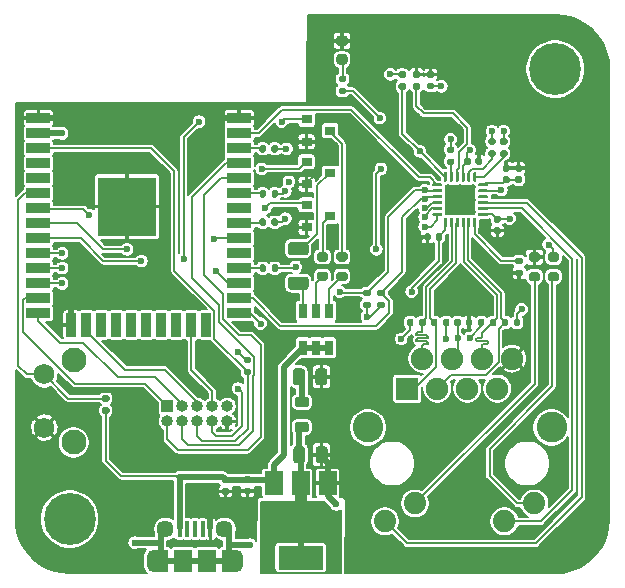
<source format=gbr>
G04 #@! TF.GenerationSoftware,KiCad,Pcbnew,(5.1.7)-1*
G04 #@! TF.CreationDate,2021-04-06T08:46:45-07:00*
G04 #@! TF.ProjectId,EsperDNS,45737065-7244-44e5-932e-6b696361645f,rev?*
G04 #@! TF.SameCoordinates,Original*
G04 #@! TF.FileFunction,Copper,L1,Top*
G04 #@! TF.FilePolarity,Positive*
%FSLAX46Y46*%
G04 Gerber Fmt 4.6, Leading zero omitted, Abs format (unit mm)*
G04 Created by KiCad (PCBNEW (5.1.7)-1) date 2021-04-06 08:46:45*
%MOMM*%
%LPD*%
G01*
G04 APERTURE LIST*
G04 #@! TA.AperFunction,ComponentPad*
%ADD10O,1.000000X1.000000*%
G04 #@! TD*
G04 #@! TA.AperFunction,ComponentPad*
%ADD11R,1.000000X1.000000*%
G04 #@! TD*
G04 #@! TA.AperFunction,SMDPad,CuDef*
%ADD12R,1.200000X1.900000*%
G04 #@! TD*
G04 #@! TA.AperFunction,ComponentPad*
%ADD13O,1.200000X1.900000*%
G04 #@! TD*
G04 #@! TA.AperFunction,SMDPad,CuDef*
%ADD14R,1.500000X1.900000*%
G04 #@! TD*
G04 #@! TA.AperFunction,ComponentPad*
%ADD15C,1.450000*%
G04 #@! TD*
G04 #@! TA.AperFunction,SMDPad,CuDef*
%ADD16R,0.400000X1.350000*%
G04 #@! TD*
G04 #@! TA.AperFunction,ComponentPad*
%ADD17C,0.500000*%
G04 #@! TD*
G04 #@! TA.AperFunction,SMDPad,CuDef*
%ADD18R,2.600000X2.600000*%
G04 #@! TD*
G04 #@! TA.AperFunction,SMDPad,CuDef*
%ADD19R,2.000000X0.900000*%
G04 #@! TD*
G04 #@! TA.AperFunction,SMDPad,CuDef*
%ADD20R,0.900000X2.000000*%
G04 #@! TD*
G04 #@! TA.AperFunction,SMDPad,CuDef*
%ADD21R,5.000000X5.000000*%
G04 #@! TD*
G04 #@! TA.AperFunction,SMDPad,CuDef*
%ADD22R,1.500000X2.000000*%
G04 #@! TD*
G04 #@! TA.AperFunction,SMDPad,CuDef*
%ADD23R,3.800000X2.000000*%
G04 #@! TD*
G04 #@! TA.AperFunction,ComponentPad*
%ADD24C,2.100000*%
G04 #@! TD*
G04 #@! TA.AperFunction,ComponentPad*
%ADD25C,1.750000*%
G04 #@! TD*
G04 #@! TA.AperFunction,SMDPad,CuDef*
%ADD26R,0.900000X0.800000*%
G04 #@! TD*
G04 #@! TA.AperFunction,ComponentPad*
%ADD27C,2.600000*%
G04 #@! TD*
G04 #@! TA.AperFunction,ComponentPad*
%ADD28C,1.890000*%
G04 #@! TD*
G04 #@! TA.AperFunction,ComponentPad*
%ADD29C,1.900000*%
G04 #@! TD*
G04 #@! TA.AperFunction,ComponentPad*
%ADD30R,1.900000X1.900000*%
G04 #@! TD*
G04 #@! TA.AperFunction,ComponentPad*
%ADD31C,4.400000*%
G04 #@! TD*
G04 #@! TA.AperFunction,SMDPad,CuDef*
%ADD32R,0.700000X1.300000*%
G04 #@! TD*
G04 #@! TA.AperFunction,ViaPad*
%ADD33C,0.600000*%
G04 #@! TD*
G04 #@! TA.AperFunction,Conductor*
%ADD34C,0.508000*%
G04 #@! TD*
G04 #@! TA.AperFunction,Conductor*
%ADD35C,0.127000*%
G04 #@! TD*
G04 #@! TA.AperFunction,Conductor*
%ADD36C,1.000000*%
G04 #@! TD*
G04 #@! TA.AperFunction,Conductor*
%ADD37C,0.152400*%
G04 #@! TD*
G04 #@! TA.AperFunction,Conductor*
%ADD38C,0.100000*%
G04 #@! TD*
G04 APERTURE END LIST*
D10*
X-7220000Y-10770000D03*
X-7220000Y-9500000D03*
X-8490000Y-10770000D03*
X-8490000Y-9500000D03*
X-9760000Y-10770000D03*
X-9760000Y-9500000D03*
X-11030000Y-10770000D03*
X-11030000Y-9500000D03*
X-12300000Y-10770000D03*
D11*
X-12300000Y-9500000D03*
D12*
X-12850000Y-22587500D03*
X-7050000Y-22587500D03*
D13*
X-6450000Y-22587500D03*
X-13450000Y-22587500D03*
D14*
X-10950000Y-22587500D03*
D15*
X-7450000Y-19887500D03*
D16*
X-9950000Y-19887500D03*
X-9300000Y-19887500D03*
X-8650000Y-19887500D03*
X-11250000Y-19887500D03*
X-10600000Y-19887500D03*
D15*
X-12450000Y-19887500D03*
D14*
X-8950000Y-22587500D03*
G04 #@! TA.AperFunction,SMDPad,CuDef*
G36*
G01*
X250000Y-7475000D02*
X250000Y-6525000D01*
G75*
G02*
X500000Y-6275000I250000J0D01*
G01*
X1000000Y-6275000D01*
G75*
G02*
X1250000Y-6525000I0J-250000D01*
G01*
X1250000Y-7475000D01*
G75*
G02*
X1000000Y-7725000I-250000J0D01*
G01*
X500000Y-7725000D01*
G75*
G02*
X250000Y-7475000I0J250000D01*
G01*
G37*
G04 #@! TD.AperFunction*
G04 #@! TA.AperFunction,SMDPad,CuDef*
G36*
G01*
X-1650000Y-7475000D02*
X-1650000Y-6525000D01*
G75*
G02*
X-1400000Y-6275000I250000J0D01*
G01*
X-900000Y-6275000D01*
G75*
G02*
X-650000Y-6525000I0J-250000D01*
G01*
X-650000Y-7475000D01*
G75*
G02*
X-900000Y-7725000I-250000J0D01*
G01*
X-1400000Y-7725000D01*
G75*
G02*
X-1650000Y-7475000I0J250000D01*
G01*
G37*
G04 #@! TD.AperFunction*
G04 #@! TA.AperFunction,SMDPad,CuDef*
G36*
G01*
X275000Y-14075000D02*
X275000Y-13125000D01*
G75*
G02*
X525000Y-12875000I250000J0D01*
G01*
X1025000Y-12875000D01*
G75*
G02*
X1275000Y-13125000I0J-250000D01*
G01*
X1275000Y-14075000D01*
G75*
G02*
X1025000Y-14325000I-250000J0D01*
G01*
X525000Y-14325000D01*
G75*
G02*
X275000Y-14075000I0J250000D01*
G01*
G37*
G04 #@! TD.AperFunction*
G04 #@! TA.AperFunction,SMDPad,CuDef*
G36*
G01*
X-1625000Y-14075000D02*
X-1625000Y-13125000D01*
G75*
G02*
X-1375000Y-12875000I250000J0D01*
G01*
X-875000Y-12875000D01*
G75*
G02*
X-625000Y-13125000I0J-250000D01*
G01*
X-625000Y-14075000D01*
G75*
G02*
X-875000Y-14325000I-250000J0D01*
G01*
X-1375000Y-14325000D01*
G75*
G02*
X-1625000Y-14075000I0J250000D01*
G01*
G37*
G04 #@! TD.AperFunction*
G04 #@! TA.AperFunction,SMDPad,CuDef*
G36*
G01*
X19075000Y2735000D02*
X18525000Y2735000D01*
G75*
G02*
X18325000Y2935000I0J200000D01*
G01*
X18325000Y3335000D01*
G75*
G02*
X18525000Y3535000I200000J0D01*
G01*
X19075000Y3535000D01*
G75*
G02*
X19275000Y3335000I0J-200000D01*
G01*
X19275000Y2935000D01*
G75*
G02*
X19075000Y2735000I-200000J0D01*
G01*
G37*
G04 #@! TD.AperFunction*
G04 #@! TA.AperFunction,SMDPad,CuDef*
G36*
G01*
X19075000Y1085000D02*
X18525000Y1085000D01*
G75*
G02*
X18325000Y1285000I0J200000D01*
G01*
X18325000Y1685000D01*
G75*
G02*
X18525000Y1885000I200000J0D01*
G01*
X19075000Y1885000D01*
G75*
G02*
X19275000Y1685000I0J-200000D01*
G01*
X19275000Y1285000D01*
G75*
G02*
X19075000Y1085000I-200000J0D01*
G01*
G37*
G04 #@! TD.AperFunction*
G04 #@! TA.AperFunction,SMDPad,CuDef*
G36*
G01*
X20125000Y1875000D02*
X20675000Y1875000D01*
G75*
G02*
X20875000Y1675000I0J-200000D01*
G01*
X20875000Y1275000D01*
G75*
G02*
X20675000Y1075000I-200000J0D01*
G01*
X20125000Y1075000D01*
G75*
G02*
X19925000Y1275000I0J200000D01*
G01*
X19925000Y1675000D01*
G75*
G02*
X20125000Y1875000I200000J0D01*
G01*
G37*
G04 #@! TD.AperFunction*
G04 #@! TA.AperFunction,SMDPad,CuDef*
G36*
G01*
X20125000Y3525000D02*
X20675000Y3525000D01*
G75*
G02*
X20875000Y3325000I0J-200000D01*
G01*
X20875000Y2925000D01*
G75*
G02*
X20675000Y2725000I-200000J0D01*
G01*
X20125000Y2725000D01*
G75*
G02*
X19925000Y2925000I0J200000D01*
G01*
X19925000Y3325000D01*
G75*
G02*
X20125000Y3525000I200000J0D01*
G01*
G37*
G04 #@! TD.AperFunction*
G04 #@! TA.AperFunction,SMDPad,CuDef*
G36*
G01*
X-1281250Y-10825000D02*
X-518750Y-10825000D01*
G75*
G02*
X-300000Y-11043750I0J-218750D01*
G01*
X-300000Y-11481250D01*
G75*
G02*
X-518750Y-11700000I-218750J0D01*
G01*
X-1281250Y-11700000D01*
G75*
G02*
X-1500000Y-11481250I0J218750D01*
G01*
X-1500000Y-11043750D01*
G75*
G02*
X-1281250Y-10825000I218750J0D01*
G01*
G37*
G04 #@! TD.AperFunction*
G04 #@! TA.AperFunction,SMDPad,CuDef*
G36*
G01*
X-1281250Y-8700000D02*
X-518750Y-8700000D01*
G75*
G02*
X-300000Y-8918750I0J-218750D01*
G01*
X-300000Y-9356250D01*
G75*
G02*
X-518750Y-9575000I-218750J0D01*
G01*
X-1281250Y-9575000D01*
G75*
G02*
X-1500000Y-9356250I0J218750D01*
G01*
X-1500000Y-8918750D01*
G75*
G02*
X-1281250Y-8700000I218750J0D01*
G01*
G37*
G04 #@! TD.AperFunction*
G04 #@! TA.AperFunction,SMDPad,CuDef*
G36*
G01*
X-3940000Y2385000D02*
X-3940000Y2015000D01*
G75*
G02*
X-4075000Y1880000I-135000J0D01*
G01*
X-4345000Y1880000D01*
G75*
G02*
X-4480000Y2015000I0J135000D01*
G01*
X-4480000Y2385000D01*
G75*
G02*
X-4345000Y2520000I135000J0D01*
G01*
X-4075000Y2520000D01*
G75*
G02*
X-3940000Y2385000I0J-135000D01*
G01*
G37*
G04 #@! TD.AperFunction*
G04 #@! TA.AperFunction,SMDPad,CuDef*
G36*
G01*
X-2920000Y2385000D02*
X-2920000Y2015000D01*
G75*
G02*
X-3055000Y1880000I-135000J0D01*
G01*
X-3325000Y1880000D01*
G75*
G02*
X-3460000Y2015000I0J135000D01*
G01*
X-3460000Y2385000D01*
G75*
G02*
X-3325000Y2520000I135000J0D01*
G01*
X-3055000Y2520000D01*
G75*
G02*
X-2920000Y2385000I0J-135000D01*
G01*
G37*
G04 #@! TD.AperFunction*
D17*
X11450000Y9050000D03*
X12500000Y9050000D03*
X13550000Y9050000D03*
X11450000Y8000000D03*
X12500000Y8000000D03*
X13550000Y8000000D03*
X11450000Y6950000D03*
X12500000Y6950000D03*
X13550000Y6950000D03*
D18*
X12500000Y8000000D03*
G04 #@! TA.AperFunction,SMDPad,CuDef*
G36*
G01*
X13875000Y6412500D02*
X13875000Y5712500D01*
G75*
G02*
X13812500Y5650000I-62500J0D01*
G01*
X13687500Y5650000D01*
G75*
G02*
X13625000Y5712500I0J62500D01*
G01*
X13625000Y6412500D01*
G75*
G02*
X13687500Y6475000I62500J0D01*
G01*
X13812500Y6475000D01*
G75*
G02*
X13875000Y6412500I0J-62500D01*
G01*
G37*
G04 #@! TD.AperFunction*
G04 #@! TA.AperFunction,SMDPad,CuDef*
G36*
G01*
X13375000Y6412500D02*
X13375000Y5712500D01*
G75*
G02*
X13312500Y5650000I-62500J0D01*
G01*
X13187500Y5650000D01*
G75*
G02*
X13125000Y5712500I0J62500D01*
G01*
X13125000Y6412500D01*
G75*
G02*
X13187500Y6475000I62500J0D01*
G01*
X13312500Y6475000D01*
G75*
G02*
X13375000Y6412500I0J-62500D01*
G01*
G37*
G04 #@! TD.AperFunction*
G04 #@! TA.AperFunction,SMDPad,CuDef*
G36*
G01*
X12875000Y6412500D02*
X12875000Y5712500D01*
G75*
G02*
X12812500Y5650000I-62500J0D01*
G01*
X12687500Y5650000D01*
G75*
G02*
X12625000Y5712500I0J62500D01*
G01*
X12625000Y6412500D01*
G75*
G02*
X12687500Y6475000I62500J0D01*
G01*
X12812500Y6475000D01*
G75*
G02*
X12875000Y6412500I0J-62500D01*
G01*
G37*
G04 #@! TD.AperFunction*
G04 #@! TA.AperFunction,SMDPad,CuDef*
G36*
G01*
X12375000Y6412500D02*
X12375000Y5712500D01*
G75*
G02*
X12312500Y5650000I-62500J0D01*
G01*
X12187500Y5650000D01*
G75*
G02*
X12125000Y5712500I0J62500D01*
G01*
X12125000Y6412500D01*
G75*
G02*
X12187500Y6475000I62500J0D01*
G01*
X12312500Y6475000D01*
G75*
G02*
X12375000Y6412500I0J-62500D01*
G01*
G37*
G04 #@! TD.AperFunction*
G04 #@! TA.AperFunction,SMDPad,CuDef*
G36*
G01*
X11875000Y6412500D02*
X11875000Y5712500D01*
G75*
G02*
X11812500Y5650000I-62500J0D01*
G01*
X11687500Y5650000D01*
G75*
G02*
X11625000Y5712500I0J62500D01*
G01*
X11625000Y6412500D01*
G75*
G02*
X11687500Y6475000I62500J0D01*
G01*
X11812500Y6475000D01*
G75*
G02*
X11875000Y6412500I0J-62500D01*
G01*
G37*
G04 #@! TD.AperFunction*
G04 #@! TA.AperFunction,SMDPad,CuDef*
G36*
G01*
X11375000Y6412500D02*
X11375000Y5712500D01*
G75*
G02*
X11312500Y5650000I-62500J0D01*
G01*
X11187500Y5650000D01*
G75*
G02*
X11125000Y5712500I0J62500D01*
G01*
X11125000Y6412500D01*
G75*
G02*
X11187500Y6475000I62500J0D01*
G01*
X11312500Y6475000D01*
G75*
G02*
X11375000Y6412500I0J-62500D01*
G01*
G37*
G04 #@! TD.AperFunction*
G04 #@! TA.AperFunction,SMDPad,CuDef*
G36*
G01*
X10975000Y6812500D02*
X10975000Y6687500D01*
G75*
G02*
X10912500Y6625000I-62500J0D01*
G01*
X10212500Y6625000D01*
G75*
G02*
X10150000Y6687500I0J62500D01*
G01*
X10150000Y6812500D01*
G75*
G02*
X10212500Y6875000I62500J0D01*
G01*
X10912500Y6875000D01*
G75*
G02*
X10975000Y6812500I0J-62500D01*
G01*
G37*
G04 #@! TD.AperFunction*
G04 #@! TA.AperFunction,SMDPad,CuDef*
G36*
G01*
X10975000Y7312500D02*
X10975000Y7187500D01*
G75*
G02*
X10912500Y7125000I-62500J0D01*
G01*
X10212500Y7125000D01*
G75*
G02*
X10150000Y7187500I0J62500D01*
G01*
X10150000Y7312500D01*
G75*
G02*
X10212500Y7375000I62500J0D01*
G01*
X10912500Y7375000D01*
G75*
G02*
X10975000Y7312500I0J-62500D01*
G01*
G37*
G04 #@! TD.AperFunction*
G04 #@! TA.AperFunction,SMDPad,CuDef*
G36*
G01*
X10975000Y7812500D02*
X10975000Y7687500D01*
G75*
G02*
X10912500Y7625000I-62500J0D01*
G01*
X10212500Y7625000D01*
G75*
G02*
X10150000Y7687500I0J62500D01*
G01*
X10150000Y7812500D01*
G75*
G02*
X10212500Y7875000I62500J0D01*
G01*
X10912500Y7875000D01*
G75*
G02*
X10975000Y7812500I0J-62500D01*
G01*
G37*
G04 #@! TD.AperFunction*
G04 #@! TA.AperFunction,SMDPad,CuDef*
G36*
G01*
X10975000Y8312500D02*
X10975000Y8187500D01*
G75*
G02*
X10912500Y8125000I-62500J0D01*
G01*
X10212500Y8125000D01*
G75*
G02*
X10150000Y8187500I0J62500D01*
G01*
X10150000Y8312500D01*
G75*
G02*
X10212500Y8375000I62500J0D01*
G01*
X10912500Y8375000D01*
G75*
G02*
X10975000Y8312500I0J-62500D01*
G01*
G37*
G04 #@! TD.AperFunction*
G04 #@! TA.AperFunction,SMDPad,CuDef*
G36*
G01*
X10975000Y8812500D02*
X10975000Y8687500D01*
G75*
G02*
X10912500Y8625000I-62500J0D01*
G01*
X10212500Y8625000D01*
G75*
G02*
X10150000Y8687500I0J62500D01*
G01*
X10150000Y8812500D01*
G75*
G02*
X10212500Y8875000I62500J0D01*
G01*
X10912500Y8875000D01*
G75*
G02*
X10975000Y8812500I0J-62500D01*
G01*
G37*
G04 #@! TD.AperFunction*
G04 #@! TA.AperFunction,SMDPad,CuDef*
G36*
G01*
X10975000Y9312500D02*
X10975000Y9187500D01*
G75*
G02*
X10912500Y9125000I-62500J0D01*
G01*
X10212500Y9125000D01*
G75*
G02*
X10150000Y9187500I0J62500D01*
G01*
X10150000Y9312500D01*
G75*
G02*
X10212500Y9375000I62500J0D01*
G01*
X10912500Y9375000D01*
G75*
G02*
X10975000Y9312500I0J-62500D01*
G01*
G37*
G04 #@! TD.AperFunction*
G04 #@! TA.AperFunction,SMDPad,CuDef*
G36*
G01*
X11375000Y10287500D02*
X11375000Y9587500D01*
G75*
G02*
X11312500Y9525000I-62500J0D01*
G01*
X11187500Y9525000D01*
G75*
G02*
X11125000Y9587500I0J62500D01*
G01*
X11125000Y10287500D01*
G75*
G02*
X11187500Y10350000I62500J0D01*
G01*
X11312500Y10350000D01*
G75*
G02*
X11375000Y10287500I0J-62500D01*
G01*
G37*
G04 #@! TD.AperFunction*
G04 #@! TA.AperFunction,SMDPad,CuDef*
G36*
G01*
X11875000Y10287500D02*
X11875000Y9587500D01*
G75*
G02*
X11812500Y9525000I-62500J0D01*
G01*
X11687500Y9525000D01*
G75*
G02*
X11625000Y9587500I0J62500D01*
G01*
X11625000Y10287500D01*
G75*
G02*
X11687500Y10350000I62500J0D01*
G01*
X11812500Y10350000D01*
G75*
G02*
X11875000Y10287500I0J-62500D01*
G01*
G37*
G04 #@! TD.AperFunction*
G04 #@! TA.AperFunction,SMDPad,CuDef*
G36*
G01*
X12375000Y10287500D02*
X12375000Y9587500D01*
G75*
G02*
X12312500Y9525000I-62500J0D01*
G01*
X12187500Y9525000D01*
G75*
G02*
X12125000Y9587500I0J62500D01*
G01*
X12125000Y10287500D01*
G75*
G02*
X12187500Y10350000I62500J0D01*
G01*
X12312500Y10350000D01*
G75*
G02*
X12375000Y10287500I0J-62500D01*
G01*
G37*
G04 #@! TD.AperFunction*
G04 #@! TA.AperFunction,SMDPad,CuDef*
G36*
G01*
X12875000Y10287500D02*
X12875000Y9587500D01*
G75*
G02*
X12812500Y9525000I-62500J0D01*
G01*
X12687500Y9525000D01*
G75*
G02*
X12625000Y9587500I0J62500D01*
G01*
X12625000Y10287500D01*
G75*
G02*
X12687500Y10350000I62500J0D01*
G01*
X12812500Y10350000D01*
G75*
G02*
X12875000Y10287500I0J-62500D01*
G01*
G37*
G04 #@! TD.AperFunction*
G04 #@! TA.AperFunction,SMDPad,CuDef*
G36*
G01*
X13375000Y10287500D02*
X13375000Y9587500D01*
G75*
G02*
X13312500Y9525000I-62500J0D01*
G01*
X13187500Y9525000D01*
G75*
G02*
X13125000Y9587500I0J62500D01*
G01*
X13125000Y10287500D01*
G75*
G02*
X13187500Y10350000I62500J0D01*
G01*
X13312500Y10350000D01*
G75*
G02*
X13375000Y10287500I0J-62500D01*
G01*
G37*
G04 #@! TD.AperFunction*
G04 #@! TA.AperFunction,SMDPad,CuDef*
G36*
G01*
X13875000Y10287500D02*
X13875000Y9587500D01*
G75*
G02*
X13812500Y9525000I-62500J0D01*
G01*
X13687500Y9525000D01*
G75*
G02*
X13625000Y9587500I0J62500D01*
G01*
X13625000Y10287500D01*
G75*
G02*
X13687500Y10350000I62500J0D01*
G01*
X13812500Y10350000D01*
G75*
G02*
X13875000Y10287500I0J-62500D01*
G01*
G37*
G04 #@! TD.AperFunction*
G04 #@! TA.AperFunction,SMDPad,CuDef*
G36*
G01*
X14850000Y9312500D02*
X14850000Y9187500D01*
G75*
G02*
X14787500Y9125000I-62500J0D01*
G01*
X14087500Y9125000D01*
G75*
G02*
X14025000Y9187500I0J62500D01*
G01*
X14025000Y9312500D01*
G75*
G02*
X14087500Y9375000I62500J0D01*
G01*
X14787500Y9375000D01*
G75*
G02*
X14850000Y9312500I0J-62500D01*
G01*
G37*
G04 #@! TD.AperFunction*
G04 #@! TA.AperFunction,SMDPad,CuDef*
G36*
G01*
X14850000Y8812500D02*
X14850000Y8687500D01*
G75*
G02*
X14787500Y8625000I-62500J0D01*
G01*
X14087500Y8625000D01*
G75*
G02*
X14025000Y8687500I0J62500D01*
G01*
X14025000Y8812500D01*
G75*
G02*
X14087500Y8875000I62500J0D01*
G01*
X14787500Y8875000D01*
G75*
G02*
X14850000Y8812500I0J-62500D01*
G01*
G37*
G04 #@! TD.AperFunction*
G04 #@! TA.AperFunction,SMDPad,CuDef*
G36*
G01*
X14850000Y8312500D02*
X14850000Y8187500D01*
G75*
G02*
X14787500Y8125000I-62500J0D01*
G01*
X14087500Y8125000D01*
G75*
G02*
X14025000Y8187500I0J62500D01*
G01*
X14025000Y8312500D01*
G75*
G02*
X14087500Y8375000I62500J0D01*
G01*
X14787500Y8375000D01*
G75*
G02*
X14850000Y8312500I0J-62500D01*
G01*
G37*
G04 #@! TD.AperFunction*
G04 #@! TA.AperFunction,SMDPad,CuDef*
G36*
G01*
X14850000Y7812500D02*
X14850000Y7687500D01*
G75*
G02*
X14787500Y7625000I-62500J0D01*
G01*
X14087500Y7625000D01*
G75*
G02*
X14025000Y7687500I0J62500D01*
G01*
X14025000Y7812500D01*
G75*
G02*
X14087500Y7875000I62500J0D01*
G01*
X14787500Y7875000D01*
G75*
G02*
X14850000Y7812500I0J-62500D01*
G01*
G37*
G04 #@! TD.AperFunction*
G04 #@! TA.AperFunction,SMDPad,CuDef*
G36*
G01*
X14850000Y7312500D02*
X14850000Y7187500D01*
G75*
G02*
X14787500Y7125000I-62500J0D01*
G01*
X14087500Y7125000D01*
G75*
G02*
X14025000Y7187500I0J62500D01*
G01*
X14025000Y7312500D01*
G75*
G02*
X14087500Y7375000I62500J0D01*
G01*
X14787500Y7375000D01*
G75*
G02*
X14850000Y7312500I0J-62500D01*
G01*
G37*
G04 #@! TD.AperFunction*
G04 #@! TA.AperFunction,SMDPad,CuDef*
G36*
G01*
X14850000Y6812500D02*
X14850000Y6687500D01*
G75*
G02*
X14787500Y6625000I-62500J0D01*
G01*
X14087500Y6625000D01*
G75*
G02*
X14025000Y6687500I0J62500D01*
G01*
X14025000Y6812500D01*
G75*
G02*
X14087500Y6875000I62500J0D01*
G01*
X14787500Y6875000D01*
G75*
G02*
X14850000Y6812500I0J-62500D01*
G01*
G37*
G04 #@! TD.AperFunction*
D19*
X-6200000Y14900000D03*
X-6200000Y13630000D03*
X-6200000Y12360000D03*
X-6200000Y11090000D03*
X-6200000Y9820000D03*
X-6200000Y8550000D03*
X-6200000Y7280000D03*
X-6200000Y6010000D03*
X-6200000Y4740000D03*
X-6200000Y3470000D03*
X-6200000Y2200000D03*
X-6200000Y930000D03*
X-6200000Y-340000D03*
X-6200000Y-1610000D03*
D20*
X-8985000Y-2610000D03*
X-10255000Y-2610000D03*
X-11525000Y-2610000D03*
X-12795000Y-2610000D03*
X-14065000Y-2610000D03*
X-15335000Y-2610000D03*
X-16605000Y-2610000D03*
X-17875000Y-2610000D03*
X-19145000Y-2610000D03*
X-20415000Y-2610000D03*
D19*
X-23200000Y-1610000D03*
X-23200000Y-340000D03*
X-23200000Y930000D03*
X-23200000Y2200000D03*
X-23200000Y3470000D03*
X-23200000Y4740000D03*
X-23200000Y6010000D03*
X-23200000Y7280000D03*
X-23200000Y8550000D03*
X-23200000Y9820000D03*
X-23200000Y11090000D03*
X-23200000Y12360000D03*
X-23200000Y13630000D03*
X-23200000Y14900000D03*
D21*
X-15700000Y7400000D03*
D22*
X1300000Y-16000000D03*
X-3300000Y-16000000D03*
X-1000000Y-16000000D03*
D23*
X-1000000Y-22300000D03*
D24*
X-20210000Y-12550000D03*
D25*
X-22700000Y-11300000D03*
X-22700000Y-6800000D03*
D24*
X-20210000Y-5540000D03*
G04 #@! TA.AperFunction,SMDPad,CuDef*
G36*
G01*
X8985000Y18340000D02*
X8615000Y18340000D01*
G75*
G02*
X8480000Y18475000I0J135000D01*
G01*
X8480000Y18745000D01*
G75*
G02*
X8615000Y18880000I135000J0D01*
G01*
X8985000Y18880000D01*
G75*
G02*
X9120000Y18745000I0J-135000D01*
G01*
X9120000Y18475000D01*
G75*
G02*
X8985000Y18340000I-135000J0D01*
G01*
G37*
G04 #@! TD.AperFunction*
G04 #@! TA.AperFunction,SMDPad,CuDef*
G36*
G01*
X8985000Y17320000D02*
X8615000Y17320000D01*
G75*
G02*
X8480000Y17455000I0J135000D01*
G01*
X8480000Y17725000D01*
G75*
G02*
X8615000Y17860000I135000J0D01*
G01*
X8985000Y17860000D01*
G75*
G02*
X9120000Y17725000I0J-135000D01*
G01*
X9120000Y17455000D01*
G75*
G02*
X8985000Y17320000I-135000J0D01*
G01*
G37*
G04 #@! TD.AperFunction*
G04 #@! TA.AperFunction,SMDPad,CuDef*
G36*
G01*
X17315000Y2060000D02*
X17685000Y2060000D01*
G75*
G02*
X17820000Y1925000I0J-135000D01*
G01*
X17820000Y1655000D01*
G75*
G02*
X17685000Y1520000I-135000J0D01*
G01*
X17315000Y1520000D01*
G75*
G02*
X17180000Y1655000I0J135000D01*
G01*
X17180000Y1925000D01*
G75*
G02*
X17315000Y2060000I135000J0D01*
G01*
G37*
G04 #@! TD.AperFunction*
G04 #@! TA.AperFunction,SMDPad,CuDef*
G36*
G01*
X17315000Y3080000D02*
X17685000Y3080000D01*
G75*
G02*
X17820000Y2945000I0J-135000D01*
G01*
X17820000Y2675000D01*
G75*
G02*
X17685000Y2540000I-135000J0D01*
G01*
X17315000Y2540000D01*
G75*
G02*
X17180000Y2675000I0J135000D01*
G01*
X17180000Y2945000D01*
G75*
G02*
X17315000Y3080000I135000J0D01*
G01*
G37*
G04 #@! TD.AperFunction*
G04 #@! TA.AperFunction,SMDPad,CuDef*
G36*
G01*
X11885000Y11950000D02*
X11515000Y11950000D01*
G75*
G02*
X11380000Y12085000I0J135000D01*
G01*
X11380000Y12355000D01*
G75*
G02*
X11515000Y12490000I135000J0D01*
G01*
X11885000Y12490000D01*
G75*
G02*
X12020000Y12355000I0J-135000D01*
G01*
X12020000Y12085000D01*
G75*
G02*
X11885000Y11950000I-135000J0D01*
G01*
G37*
G04 #@! TD.AperFunction*
G04 #@! TA.AperFunction,SMDPad,CuDef*
G36*
G01*
X11885000Y10930000D02*
X11515000Y10930000D01*
G75*
G02*
X11380000Y11065000I0J135000D01*
G01*
X11380000Y11335000D01*
G75*
G02*
X11515000Y11470000I135000J0D01*
G01*
X11885000Y11470000D01*
G75*
G02*
X12020000Y11335000I0J-135000D01*
G01*
X12020000Y11065000D01*
G75*
G02*
X11885000Y10930000I-135000J0D01*
G01*
G37*
G04 #@! TD.AperFunction*
G04 #@! TA.AperFunction,SMDPad,CuDef*
G36*
G01*
X16385000Y12650000D02*
X16015000Y12650000D01*
G75*
G02*
X15880000Y12785000I0J135000D01*
G01*
X15880000Y13055000D01*
G75*
G02*
X16015000Y13190000I135000J0D01*
G01*
X16385000Y13190000D01*
G75*
G02*
X16520000Y13055000I0J-135000D01*
G01*
X16520000Y12785000D01*
G75*
G02*
X16385000Y12650000I-135000J0D01*
G01*
G37*
G04 #@! TD.AperFunction*
G04 #@! TA.AperFunction,SMDPad,CuDef*
G36*
G01*
X16385000Y11630000D02*
X16015000Y11630000D01*
G75*
G02*
X15880000Y11765000I0J135000D01*
G01*
X15880000Y12035000D01*
G75*
G02*
X16015000Y12170000I135000J0D01*
G01*
X16385000Y12170000D01*
G75*
G02*
X16520000Y12035000I0J-135000D01*
G01*
X16520000Y11765000D01*
G75*
G02*
X16385000Y11630000I-135000J0D01*
G01*
G37*
G04 #@! TD.AperFunction*
G04 #@! TA.AperFunction,SMDPad,CuDef*
G36*
G01*
X15385000Y12650000D02*
X15015000Y12650000D01*
G75*
G02*
X14880000Y12785000I0J135000D01*
G01*
X14880000Y13055000D01*
G75*
G02*
X15015000Y13190000I135000J0D01*
G01*
X15385000Y13190000D01*
G75*
G02*
X15520000Y13055000I0J-135000D01*
G01*
X15520000Y12785000D01*
G75*
G02*
X15385000Y12650000I-135000J0D01*
G01*
G37*
G04 #@! TD.AperFunction*
G04 #@! TA.AperFunction,SMDPad,CuDef*
G36*
G01*
X15385000Y11630000D02*
X15015000Y11630000D01*
G75*
G02*
X14880000Y11765000I0J135000D01*
G01*
X14880000Y12035000D01*
G75*
G02*
X15015000Y12170000I135000J0D01*
G01*
X15385000Y12170000D01*
G75*
G02*
X15520000Y12035000I0J-135000D01*
G01*
X15520000Y11765000D01*
G75*
G02*
X15385000Y11630000I-135000J0D01*
G01*
G37*
G04 #@! TD.AperFunction*
G04 #@! TA.AperFunction,SMDPad,CuDef*
G36*
G01*
X15030000Y-2585000D02*
X15030000Y-2215000D01*
G75*
G02*
X15165000Y-2080000I135000J0D01*
G01*
X15435000Y-2080000D01*
G75*
G02*
X15570000Y-2215000I0J-135000D01*
G01*
X15570000Y-2585000D01*
G75*
G02*
X15435000Y-2720000I-135000J0D01*
G01*
X15165000Y-2720000D01*
G75*
G02*
X15030000Y-2585000I0J135000D01*
G01*
G37*
G04 #@! TD.AperFunction*
G04 #@! TA.AperFunction,SMDPad,CuDef*
G36*
G01*
X14010000Y-2585000D02*
X14010000Y-2215000D01*
G75*
G02*
X14145000Y-2080000I135000J0D01*
G01*
X14415000Y-2080000D01*
G75*
G02*
X14550000Y-2215000I0J-135000D01*
G01*
X14550000Y-2585000D01*
G75*
G02*
X14415000Y-2720000I-135000J0D01*
G01*
X14145000Y-2720000D01*
G75*
G02*
X14010000Y-2585000I0J135000D01*
G01*
G37*
G04 #@! TD.AperFunction*
G04 #@! TA.AperFunction,SMDPad,CuDef*
G36*
G01*
X16570000Y-2215000D02*
X16570000Y-2585000D01*
G75*
G02*
X16435000Y-2720000I-135000J0D01*
G01*
X16165000Y-2720000D01*
G75*
G02*
X16030000Y-2585000I0J135000D01*
G01*
X16030000Y-2215000D01*
G75*
G02*
X16165000Y-2080000I135000J0D01*
G01*
X16435000Y-2080000D01*
G75*
G02*
X16570000Y-2215000I0J-135000D01*
G01*
G37*
G04 #@! TD.AperFunction*
G04 #@! TA.AperFunction,SMDPad,CuDef*
G36*
G01*
X17590000Y-2215000D02*
X17590000Y-2585000D01*
G75*
G02*
X17455000Y-2720000I-135000J0D01*
G01*
X17185000Y-2720000D01*
G75*
G02*
X17050000Y-2585000I0J135000D01*
G01*
X17050000Y-2215000D01*
G75*
G02*
X17185000Y-2080000I135000J0D01*
G01*
X17455000Y-2080000D01*
G75*
G02*
X17590000Y-2215000I0J-135000D01*
G01*
G37*
G04 #@! TD.AperFunction*
G04 #@! TA.AperFunction,SMDPad,CuDef*
G36*
G01*
X9030000Y-2585000D02*
X9030000Y-2215000D01*
G75*
G02*
X9165000Y-2080000I135000J0D01*
G01*
X9435000Y-2080000D01*
G75*
G02*
X9570000Y-2215000I0J-135000D01*
G01*
X9570000Y-2585000D01*
G75*
G02*
X9435000Y-2720000I-135000J0D01*
G01*
X9165000Y-2720000D01*
G75*
G02*
X9030000Y-2585000I0J135000D01*
G01*
G37*
G04 #@! TD.AperFunction*
G04 #@! TA.AperFunction,SMDPad,CuDef*
G36*
G01*
X8010000Y-2585000D02*
X8010000Y-2215000D01*
G75*
G02*
X8145000Y-2080000I135000J0D01*
G01*
X8415000Y-2080000D01*
G75*
G02*
X8550000Y-2215000I0J-135000D01*
G01*
X8550000Y-2585000D01*
G75*
G02*
X8415000Y-2720000I-135000J0D01*
G01*
X8145000Y-2720000D01*
G75*
G02*
X8010000Y-2585000I0J135000D01*
G01*
G37*
G04 #@! TD.AperFunction*
G04 #@! TA.AperFunction,SMDPad,CuDef*
G36*
G01*
X10570000Y-2215000D02*
X10570000Y-2585000D01*
G75*
G02*
X10435000Y-2720000I-135000J0D01*
G01*
X10165000Y-2720000D01*
G75*
G02*
X10030000Y-2585000I0J135000D01*
G01*
X10030000Y-2215000D01*
G75*
G02*
X10165000Y-2080000I135000J0D01*
G01*
X10435000Y-2080000D01*
G75*
G02*
X10570000Y-2215000I0J-135000D01*
G01*
G37*
G04 #@! TD.AperFunction*
G04 #@! TA.AperFunction,SMDPad,CuDef*
G36*
G01*
X11590000Y-2215000D02*
X11590000Y-2585000D01*
G75*
G02*
X11455000Y-2720000I-135000J0D01*
G01*
X11185000Y-2720000D01*
G75*
G02*
X11050000Y-2585000I0J135000D01*
G01*
X11050000Y-2215000D01*
G75*
G02*
X11185000Y-2080000I135000J0D01*
G01*
X11455000Y-2080000D01*
G75*
G02*
X11590000Y-2215000I0J-135000D01*
G01*
G37*
G04 #@! TD.AperFunction*
G04 #@! TA.AperFunction,SMDPad,CuDef*
G36*
G01*
X4785000Y-170000D02*
X4415000Y-170000D01*
G75*
G02*
X4280000Y-35000I0J135000D01*
G01*
X4280000Y235000D01*
G75*
G02*
X4415000Y370000I135000J0D01*
G01*
X4785000Y370000D01*
G75*
G02*
X4920000Y235000I0J-135000D01*
G01*
X4920000Y-35000D01*
G75*
G02*
X4785000Y-170000I-135000J0D01*
G01*
G37*
G04 #@! TD.AperFunction*
G04 #@! TA.AperFunction,SMDPad,CuDef*
G36*
G01*
X4785000Y-1190000D02*
X4415000Y-1190000D01*
G75*
G02*
X4280000Y-1055000I0J135000D01*
G01*
X4280000Y-785000D01*
G75*
G02*
X4415000Y-650000I135000J0D01*
G01*
X4785000Y-650000D01*
G75*
G02*
X4920000Y-785000I0J-135000D01*
G01*
X4920000Y-1055000D01*
G75*
G02*
X4785000Y-1190000I-135000J0D01*
G01*
G37*
G04 #@! TD.AperFunction*
G04 #@! TA.AperFunction,SMDPad,CuDef*
G36*
G01*
X5985000Y-160000D02*
X5615000Y-160000D01*
G75*
G02*
X5480000Y-25000I0J135000D01*
G01*
X5480000Y245000D01*
G75*
G02*
X5615000Y380000I135000J0D01*
G01*
X5985000Y380000D01*
G75*
G02*
X6120000Y245000I0J-135000D01*
G01*
X6120000Y-25000D01*
G75*
G02*
X5985000Y-160000I-135000J0D01*
G01*
G37*
G04 #@! TD.AperFunction*
G04 #@! TA.AperFunction,SMDPad,CuDef*
G36*
G01*
X5985000Y-1180000D02*
X5615000Y-1180000D01*
G75*
G02*
X5480000Y-1045000I0J135000D01*
G01*
X5480000Y-775000D01*
G75*
G02*
X5615000Y-640000I135000J0D01*
G01*
X5985000Y-640000D01*
G75*
G02*
X6120000Y-775000I0J-135000D01*
G01*
X6120000Y-1045000D01*
G75*
G02*
X5985000Y-1180000I-135000J0D01*
G01*
G37*
G04 #@! TD.AperFunction*
G04 #@! TA.AperFunction,SMDPad,CuDef*
G36*
G01*
X7415000Y17850000D02*
X7785000Y17850000D01*
G75*
G02*
X7920000Y17715000I0J-135000D01*
G01*
X7920000Y17445000D01*
G75*
G02*
X7785000Y17310000I-135000J0D01*
G01*
X7415000Y17310000D01*
G75*
G02*
X7280000Y17445000I0J135000D01*
G01*
X7280000Y17715000D01*
G75*
G02*
X7415000Y17850000I135000J0D01*
G01*
G37*
G04 #@! TD.AperFunction*
G04 #@! TA.AperFunction,SMDPad,CuDef*
G36*
G01*
X7415000Y18870000D02*
X7785000Y18870000D01*
G75*
G02*
X7920000Y18735000I0J-135000D01*
G01*
X7920000Y18465000D01*
G75*
G02*
X7785000Y18330000I-135000J0D01*
G01*
X7415000Y18330000D01*
G75*
G02*
X7280000Y18465000I0J135000D01*
G01*
X7280000Y18735000D01*
G75*
G02*
X7415000Y18870000I135000J0D01*
G01*
G37*
G04 #@! TD.AperFunction*
G04 #@! TA.AperFunction,SMDPad,CuDef*
G36*
G01*
X-3470000Y12115000D02*
X-3470000Y12485000D01*
G75*
G02*
X-3335000Y12620000I135000J0D01*
G01*
X-3065000Y12620000D01*
G75*
G02*
X-2930000Y12485000I0J-135000D01*
G01*
X-2930000Y12115000D01*
G75*
G02*
X-3065000Y11980000I-135000J0D01*
G01*
X-3335000Y11980000D01*
G75*
G02*
X-3470000Y12115000I0J135000D01*
G01*
G37*
G04 #@! TD.AperFunction*
G04 #@! TA.AperFunction,SMDPad,CuDef*
G36*
G01*
X-4490000Y12115000D02*
X-4490000Y12485000D01*
G75*
G02*
X-4355000Y12620000I135000J0D01*
G01*
X-4085000Y12620000D01*
G75*
G02*
X-3950000Y12485000I0J-135000D01*
G01*
X-3950000Y12115000D01*
G75*
G02*
X-4085000Y11980000I-135000J0D01*
G01*
X-4355000Y11980000D01*
G75*
G02*
X-4490000Y12115000I0J135000D01*
G01*
G37*
G04 #@! TD.AperFunction*
G04 #@! TA.AperFunction,SMDPad,CuDef*
G36*
G01*
X-17315000Y-9110000D02*
X-17685000Y-9110000D01*
G75*
G02*
X-17820000Y-8975000I0J135000D01*
G01*
X-17820000Y-8705000D01*
G75*
G02*
X-17685000Y-8570000I135000J0D01*
G01*
X-17315000Y-8570000D01*
G75*
G02*
X-17180000Y-8705000I0J-135000D01*
G01*
X-17180000Y-8975000D01*
G75*
G02*
X-17315000Y-9110000I-135000J0D01*
G01*
G37*
G04 #@! TD.AperFunction*
G04 #@! TA.AperFunction,SMDPad,CuDef*
G36*
G01*
X-17315000Y-10130000D02*
X-17685000Y-10130000D01*
G75*
G02*
X-17820000Y-9995000I0J135000D01*
G01*
X-17820000Y-9725000D01*
G75*
G02*
X-17685000Y-9590000I135000J0D01*
G01*
X-17315000Y-9590000D01*
G75*
G02*
X-17180000Y-9725000I0J-135000D01*
G01*
X-17180000Y-9995000D01*
G75*
G02*
X-17315000Y-10130000I-135000J0D01*
G01*
G37*
G04 #@! TD.AperFunction*
G04 #@! TA.AperFunction,SMDPad,CuDef*
G36*
G01*
X-3460000Y8315000D02*
X-3460000Y8685000D01*
G75*
G02*
X-3325000Y8820000I135000J0D01*
G01*
X-3055000Y8820000D01*
G75*
G02*
X-2920000Y8685000I0J-135000D01*
G01*
X-2920000Y8315000D01*
G75*
G02*
X-3055000Y8180000I-135000J0D01*
G01*
X-3325000Y8180000D01*
G75*
G02*
X-3460000Y8315000I0J135000D01*
G01*
G37*
G04 #@! TD.AperFunction*
G04 #@! TA.AperFunction,SMDPad,CuDef*
G36*
G01*
X-4480000Y8315000D02*
X-4480000Y8685000D01*
G75*
G02*
X-4345000Y8820000I135000J0D01*
G01*
X-4075000Y8820000D01*
G75*
G02*
X-3940000Y8685000I0J-135000D01*
G01*
X-3940000Y8315000D01*
G75*
G02*
X-4075000Y8180000I-135000J0D01*
G01*
X-4345000Y8180000D01*
G75*
G02*
X-4480000Y8315000I0J135000D01*
G01*
G37*
G04 #@! TD.AperFunction*
G04 #@! TA.AperFunction,SMDPad,CuDef*
G36*
G01*
X-3470000Y5915000D02*
X-3470000Y6285000D01*
G75*
G02*
X-3335000Y6420000I135000J0D01*
G01*
X-3065000Y6420000D01*
G75*
G02*
X-2930000Y6285000I0J-135000D01*
G01*
X-2930000Y5915000D01*
G75*
G02*
X-3065000Y5780000I-135000J0D01*
G01*
X-3335000Y5780000D01*
G75*
G02*
X-3470000Y5915000I0J135000D01*
G01*
G37*
G04 #@! TD.AperFunction*
G04 #@! TA.AperFunction,SMDPad,CuDef*
G36*
G01*
X-4490000Y5915000D02*
X-4490000Y6285000D01*
G75*
G02*
X-4355000Y6420000I135000J0D01*
G01*
X-4085000Y6420000D01*
G75*
G02*
X-3950000Y6285000I0J-135000D01*
G01*
X-3950000Y5915000D01*
G75*
G02*
X-4085000Y5780000I-135000J0D01*
G01*
X-4355000Y5780000D01*
G75*
G02*
X-4490000Y5915000I0J135000D01*
G01*
G37*
G04 #@! TD.AperFunction*
G04 #@! TA.AperFunction,SMDPad,CuDef*
G36*
G01*
X-574998Y3287500D02*
X-1825002Y3287500D01*
G75*
G02*
X-2075000Y3537498I0J249998D01*
G01*
X-2075000Y4162502D01*
G75*
G02*
X-1825002Y4412500I249998J0D01*
G01*
X-574998Y4412500D01*
G75*
G02*
X-325000Y4162502I0J-249998D01*
G01*
X-325000Y3537498D01*
G75*
G02*
X-574998Y3287500I-249998J0D01*
G01*
G37*
G04 #@! TD.AperFunction*
G04 #@! TA.AperFunction,SMDPad,CuDef*
G36*
G01*
X-574998Y362500D02*
X-1825002Y362500D01*
G75*
G02*
X-2075000Y612498I0J249998D01*
G01*
X-2075000Y1237502D01*
G75*
G02*
X-1825002Y1487500I249998J0D01*
G01*
X-574998Y1487500D01*
G75*
G02*
X-325000Y1237502I0J-249998D01*
G01*
X-325000Y612498D01*
G75*
G02*
X-574998Y362500I-249998J0D01*
G01*
G37*
G04 #@! TD.AperFunction*
G04 #@! TA.AperFunction,SMDPad,CuDef*
G36*
G01*
X1125000Y2750000D02*
X575000Y2750000D01*
G75*
G02*
X375000Y2950000I0J200000D01*
G01*
X375000Y3350000D01*
G75*
G02*
X575000Y3550000I200000J0D01*
G01*
X1125000Y3550000D01*
G75*
G02*
X1325000Y3350000I0J-200000D01*
G01*
X1325000Y2950000D01*
G75*
G02*
X1125000Y2750000I-200000J0D01*
G01*
G37*
G04 #@! TD.AperFunction*
G04 #@! TA.AperFunction,SMDPad,CuDef*
G36*
G01*
X1125000Y1100000D02*
X575000Y1100000D01*
G75*
G02*
X375000Y1300000I0J200000D01*
G01*
X375000Y1700000D01*
G75*
G02*
X575000Y1900000I200000J0D01*
G01*
X1125000Y1900000D01*
G75*
G02*
X1325000Y1700000I0J-200000D01*
G01*
X1325000Y1300000D01*
G75*
G02*
X1125000Y1100000I-200000J0D01*
G01*
G37*
G04 #@! TD.AperFunction*
G04 #@! TA.AperFunction,SMDPad,CuDef*
G36*
G01*
X2775000Y2750000D02*
X2225000Y2750000D01*
G75*
G02*
X2025000Y2950000I0J200000D01*
G01*
X2025000Y3350000D01*
G75*
G02*
X2225000Y3550000I200000J0D01*
G01*
X2775000Y3550000D01*
G75*
G02*
X2975000Y3350000I0J-200000D01*
G01*
X2975000Y2950000D01*
G75*
G02*
X2775000Y2750000I-200000J0D01*
G01*
G37*
G04 #@! TD.AperFunction*
G04 #@! TA.AperFunction,SMDPad,CuDef*
G36*
G01*
X2775000Y1100000D02*
X2225000Y1100000D01*
G75*
G02*
X2025000Y1300000I0J200000D01*
G01*
X2025000Y1700000D01*
G75*
G02*
X2225000Y1900000I200000J0D01*
G01*
X2775000Y1900000D01*
G75*
G02*
X2975000Y1700000I0J-200000D01*
G01*
X2975000Y1300000D01*
G75*
G02*
X2775000Y1100000I-200000J0D01*
G01*
G37*
G04 #@! TD.AperFunction*
G04 #@! TA.AperFunction,SMDPad,CuDef*
G36*
G01*
X-5315000Y-5850000D02*
X-5685000Y-5850000D01*
G75*
G02*
X-5820000Y-5715000I0J135000D01*
G01*
X-5820000Y-5445000D01*
G75*
G02*
X-5685000Y-5310000I135000J0D01*
G01*
X-5315000Y-5310000D01*
G75*
G02*
X-5180000Y-5445000I0J-135000D01*
G01*
X-5180000Y-5715000D01*
G75*
G02*
X-5315000Y-5850000I-135000J0D01*
G01*
G37*
G04 #@! TD.AperFunction*
G04 #@! TA.AperFunction,SMDPad,CuDef*
G36*
G01*
X-5315000Y-6870000D02*
X-5685000Y-6870000D01*
G75*
G02*
X-5820000Y-6735000I0J135000D01*
G01*
X-5820000Y-6465000D01*
G75*
G02*
X-5685000Y-6330000I135000J0D01*
G01*
X-5315000Y-6330000D01*
G75*
G02*
X-5180000Y-6465000I0J-135000D01*
G01*
X-5180000Y-6735000D01*
G75*
G02*
X-5315000Y-6870000I-135000J0D01*
G01*
G37*
G04 #@! TD.AperFunction*
G04 #@! TA.AperFunction,SMDPad,CuDef*
G36*
G01*
X2735000Y17950000D02*
X2365000Y17950000D01*
G75*
G02*
X2230000Y18085000I0J135000D01*
G01*
X2230000Y18355000D01*
G75*
G02*
X2365000Y18490000I135000J0D01*
G01*
X2735000Y18490000D01*
G75*
G02*
X2870000Y18355000I0J-135000D01*
G01*
X2870000Y18085000D01*
G75*
G02*
X2735000Y17950000I-135000J0D01*
G01*
G37*
G04 #@! TD.AperFunction*
G04 #@! TA.AperFunction,SMDPad,CuDef*
G36*
G01*
X2735000Y16930000D02*
X2365000Y16930000D01*
G75*
G02*
X2230000Y17065000I0J135000D01*
G01*
X2230000Y17335000D01*
G75*
G02*
X2365000Y17470000I135000J0D01*
G01*
X2735000Y17470000D01*
G75*
G02*
X2870000Y17335000I0J-135000D01*
G01*
X2870000Y17065000D01*
G75*
G02*
X2735000Y16930000I-135000J0D01*
G01*
G37*
G04 #@! TD.AperFunction*
D26*
X1500000Y13850000D03*
X-500000Y12900000D03*
X-500000Y14800000D03*
X1500000Y6600000D03*
X-500000Y5650000D03*
X-500000Y7550000D03*
X1500000Y10250000D03*
X-500000Y9300000D03*
X-500000Y11200000D03*
D27*
X20240000Y-11290000D03*
X4690000Y-11290000D03*
D28*
X6140000Y-19240000D03*
X8680000Y-17720000D03*
X16250000Y-19240000D03*
X18790000Y-17720000D03*
D29*
X16910000Y-5460000D03*
X15640000Y-8000000D03*
X14370000Y-5460000D03*
X13100000Y-8000000D03*
X11830000Y-5460000D03*
X10560000Y-8000000D03*
X9290000Y-5460000D03*
D30*
X8020000Y-8000000D03*
D31*
X20550000Y19050000D03*
X-20550000Y-19050000D03*
D32*
X1400000Y-4550000D03*
X300000Y-4550000D03*
X-800000Y-4550000D03*
X-800000Y-1450000D03*
X300000Y-1450000D03*
X1400000Y-1450000D03*
G04 #@! TA.AperFunction,SMDPad,CuDef*
G36*
G01*
X2243750Y20312500D02*
X2756250Y20312500D01*
G75*
G02*
X2975000Y20093750I0J-218750D01*
G01*
X2975000Y19656250D01*
G75*
G02*
X2756250Y19437500I-218750J0D01*
G01*
X2243750Y19437500D01*
G75*
G02*
X2025000Y19656250I0J218750D01*
G01*
X2025000Y20093750D01*
G75*
G02*
X2243750Y20312500I218750J0D01*
G01*
G37*
G04 #@! TD.AperFunction*
G04 #@! TA.AperFunction,SMDPad,CuDef*
G36*
G01*
X2243750Y21887500D02*
X2756250Y21887500D01*
G75*
G02*
X2975000Y21668750I0J-218750D01*
G01*
X2975000Y21231250D01*
G75*
G02*
X2756250Y21012500I-218750J0D01*
G01*
X2243750Y21012500D01*
G75*
G02*
X2025000Y21231250I0J218750D01*
G01*
X2025000Y21668750D01*
G75*
G02*
X2243750Y21887500I218750J0D01*
G01*
G37*
G04 #@! TD.AperFunction*
G04 #@! TA.AperFunction,SMDPad,CuDef*
G36*
G01*
X12980000Y-2570000D02*
X12980000Y-2230000D01*
G75*
G02*
X13120000Y-2090000I140000J0D01*
G01*
X13400000Y-2090000D01*
G75*
G02*
X13540000Y-2230000I0J-140000D01*
G01*
X13540000Y-2570000D01*
G75*
G02*
X13400000Y-2710000I-140000J0D01*
G01*
X13120000Y-2710000D01*
G75*
G02*
X12980000Y-2570000I0J140000D01*
G01*
G37*
G04 #@! TD.AperFunction*
G04 #@! TA.AperFunction,SMDPad,CuDef*
G36*
G01*
X12020000Y-2570000D02*
X12020000Y-2230000D01*
G75*
G02*
X12160000Y-2090000I140000J0D01*
G01*
X12440000Y-2090000D01*
G75*
G02*
X12580000Y-2230000I0J-140000D01*
G01*
X12580000Y-2570000D01*
G75*
G02*
X12440000Y-2710000I-140000J0D01*
G01*
X12160000Y-2710000D01*
G75*
G02*
X12020000Y-2570000I0J140000D01*
G01*
G37*
G04 #@! TD.AperFunction*
G04 #@! TA.AperFunction,SMDPad,CuDef*
G36*
G01*
X17620000Y10380000D02*
X17280000Y10380000D01*
G75*
G02*
X17140000Y10520000I0J140000D01*
G01*
X17140000Y10800000D01*
G75*
G02*
X17280000Y10940000I140000J0D01*
G01*
X17620000Y10940000D01*
G75*
G02*
X17760000Y10800000I0J-140000D01*
G01*
X17760000Y10520000D01*
G75*
G02*
X17620000Y10380000I-140000J0D01*
G01*
G37*
G04 #@! TD.AperFunction*
G04 #@! TA.AperFunction,SMDPad,CuDef*
G36*
G01*
X17620000Y9420000D02*
X17280000Y9420000D01*
G75*
G02*
X17140000Y9560000I0J140000D01*
G01*
X17140000Y9840000D01*
G75*
G02*
X17280000Y9980000I140000J0D01*
G01*
X17620000Y9980000D01*
G75*
G02*
X17760000Y9840000I0J-140000D01*
G01*
X17760000Y9560000D01*
G75*
G02*
X17620000Y9420000I-140000J0D01*
G01*
G37*
G04 #@! TD.AperFunction*
G04 #@! TA.AperFunction,SMDPad,CuDef*
G36*
G01*
X16570000Y10380000D02*
X16230000Y10380000D01*
G75*
G02*
X16090000Y10520000I0J140000D01*
G01*
X16090000Y10800000D01*
G75*
G02*
X16230000Y10940000I140000J0D01*
G01*
X16570000Y10940000D01*
G75*
G02*
X16710000Y10800000I0J-140000D01*
G01*
X16710000Y10520000D01*
G75*
G02*
X16570000Y10380000I-140000J0D01*
G01*
G37*
G04 #@! TD.AperFunction*
G04 #@! TA.AperFunction,SMDPad,CuDef*
G36*
G01*
X16570000Y9420000D02*
X16230000Y9420000D01*
G75*
G02*
X16090000Y9560000I0J140000D01*
G01*
X16090000Y9840000D01*
G75*
G02*
X16230000Y9980000I140000J0D01*
G01*
X16570000Y9980000D01*
G75*
G02*
X16710000Y9840000I0J-140000D01*
G01*
X16710000Y9560000D01*
G75*
G02*
X16570000Y9420000I-140000J0D01*
G01*
G37*
G04 #@! TD.AperFunction*
G04 #@! TA.AperFunction,SMDPad,CuDef*
G36*
G01*
X13800000Y11080000D02*
X13800000Y11420000D01*
G75*
G02*
X13940000Y11560000I140000J0D01*
G01*
X14220000Y11560000D01*
G75*
G02*
X14360000Y11420000I0J-140000D01*
G01*
X14360000Y11080000D01*
G75*
G02*
X14220000Y10940000I-140000J0D01*
G01*
X13940000Y10940000D01*
G75*
G02*
X13800000Y11080000I0J140000D01*
G01*
G37*
G04 #@! TD.AperFunction*
G04 #@! TA.AperFunction,SMDPad,CuDef*
G36*
G01*
X12840000Y11080000D02*
X12840000Y11420000D01*
G75*
G02*
X12980000Y11560000I140000J0D01*
G01*
X13260000Y11560000D01*
G75*
G02*
X13400000Y11420000I0J-140000D01*
G01*
X13400000Y11080000D01*
G75*
G02*
X13260000Y10940000I-140000J0D01*
G01*
X12980000Y10940000D01*
G75*
G02*
X12840000Y11080000I0J140000D01*
G01*
G37*
G04 #@! TD.AperFunction*
G04 #@! TA.AperFunction,SMDPad,CuDef*
G36*
G01*
X10020000Y5020000D02*
X10020000Y4680000D01*
G75*
G02*
X9880000Y4540000I-140000J0D01*
G01*
X9600000Y4540000D01*
G75*
G02*
X9460000Y4680000I0J140000D01*
G01*
X9460000Y5020000D01*
G75*
G02*
X9600000Y5160000I140000J0D01*
G01*
X9880000Y5160000D01*
G75*
G02*
X10020000Y5020000I0J-140000D01*
G01*
G37*
G04 #@! TD.AperFunction*
G04 #@! TA.AperFunction,SMDPad,CuDef*
G36*
G01*
X10980000Y5020000D02*
X10980000Y4680000D01*
G75*
G02*
X10840000Y4540000I-140000J0D01*
G01*
X10560000Y4540000D01*
G75*
G02*
X10420000Y4680000I0J140000D01*
G01*
X10420000Y5020000D01*
G75*
G02*
X10560000Y5160000I140000J0D01*
G01*
X10840000Y5160000D01*
G75*
G02*
X10980000Y5020000I0J-140000D01*
G01*
G37*
G04 #@! TD.AperFunction*
G04 #@! TA.AperFunction,SMDPad,CuDef*
G36*
G01*
X15480000Y5650000D02*
X15820000Y5650000D01*
G75*
G02*
X15960000Y5510000I0J-140000D01*
G01*
X15960000Y5230000D01*
G75*
G02*
X15820000Y5090000I-140000J0D01*
G01*
X15480000Y5090000D01*
G75*
G02*
X15340000Y5230000I0J140000D01*
G01*
X15340000Y5510000D01*
G75*
G02*
X15480000Y5650000I140000J0D01*
G01*
G37*
G04 #@! TD.AperFunction*
G04 #@! TA.AperFunction,SMDPad,CuDef*
G36*
G01*
X15480000Y6610000D02*
X15820000Y6610000D01*
G75*
G02*
X15960000Y6470000I0J-140000D01*
G01*
X15960000Y6190000D01*
G75*
G02*
X15820000Y6050000I-140000J0D01*
G01*
X15480000Y6050000D01*
G75*
G02*
X15340000Y6190000I0J140000D01*
G01*
X15340000Y6470000D01*
G75*
G02*
X15480000Y6610000I140000J0D01*
G01*
G37*
G04 #@! TD.AperFunction*
G04 #@! TA.AperFunction,SMDPad,CuDef*
G36*
G01*
X10170000Y18300000D02*
X9830000Y18300000D01*
G75*
G02*
X9690000Y18440000I0J140000D01*
G01*
X9690000Y18720000D01*
G75*
G02*
X9830000Y18860000I140000J0D01*
G01*
X10170000Y18860000D01*
G75*
G02*
X10310000Y18720000I0J-140000D01*
G01*
X10310000Y18440000D01*
G75*
G02*
X10170000Y18300000I-140000J0D01*
G01*
G37*
G04 #@! TD.AperFunction*
G04 #@! TA.AperFunction,SMDPad,CuDef*
G36*
G01*
X10170000Y17340000D02*
X9830000Y17340000D01*
G75*
G02*
X9690000Y17480000I0J140000D01*
G01*
X9690000Y17760000D01*
G75*
G02*
X9830000Y17900000I140000J0D01*
G01*
X10170000Y17900000D01*
G75*
G02*
X10310000Y17760000I0J-140000D01*
G01*
X10310000Y17480000D01*
G75*
G02*
X10170000Y17340000I-140000J0D01*
G01*
G37*
G04 #@! TD.AperFunction*
G04 #@! TA.AperFunction,SMDPad,CuDef*
G36*
G01*
X-5670000Y-16400000D02*
X-5330000Y-16400000D01*
G75*
G02*
X-5190000Y-16540000I0J-140000D01*
G01*
X-5190000Y-16820000D01*
G75*
G02*
X-5330000Y-16960000I-140000J0D01*
G01*
X-5670000Y-16960000D01*
G75*
G02*
X-5810000Y-16820000I0J140000D01*
G01*
X-5810000Y-16540000D01*
G75*
G02*
X-5670000Y-16400000I140000J0D01*
G01*
G37*
G04 #@! TD.AperFunction*
G04 #@! TA.AperFunction,SMDPad,CuDef*
G36*
G01*
X-5670000Y-15440000D02*
X-5330000Y-15440000D01*
G75*
G02*
X-5190000Y-15580000I0J-140000D01*
G01*
X-5190000Y-15860000D01*
G75*
G02*
X-5330000Y-16000000I-140000J0D01*
G01*
X-5670000Y-16000000D01*
G75*
G02*
X-5810000Y-15860000I0J140000D01*
G01*
X-5810000Y-15580000D01*
G75*
G02*
X-5670000Y-15440000I140000J0D01*
G01*
G37*
G04 #@! TD.AperFunction*
G04 #@! TA.AperFunction,SMDPad,CuDef*
G36*
G01*
X-7520000Y-16420000D02*
X-7180000Y-16420000D01*
G75*
G02*
X-7040000Y-16560000I0J-140000D01*
G01*
X-7040000Y-16840000D01*
G75*
G02*
X-7180000Y-16980000I-140000J0D01*
G01*
X-7520000Y-16980000D01*
G75*
G02*
X-7660000Y-16840000I0J140000D01*
G01*
X-7660000Y-16560000D01*
G75*
G02*
X-7520000Y-16420000I140000J0D01*
G01*
G37*
G04 #@! TD.AperFunction*
G04 #@! TA.AperFunction,SMDPad,CuDef*
G36*
G01*
X-7520000Y-15460000D02*
X-7180000Y-15460000D01*
G75*
G02*
X-7040000Y-15600000I0J-140000D01*
G01*
X-7040000Y-15880000D01*
G75*
G02*
X-7180000Y-16020000I-140000J0D01*
G01*
X-7520000Y-16020000D01*
G75*
G02*
X-7660000Y-15880000I0J140000D01*
G01*
X-7660000Y-15600000D01*
G75*
G02*
X-7520000Y-15460000I140000J0D01*
G01*
G37*
G04 #@! TD.AperFunction*
D33*
X-16500000Y5500000D03*
X-17500000Y6000000D03*
X-16500000Y6500000D03*
X-17500000Y7000000D03*
X-15000000Y5500000D03*
X-14000000Y6000000D03*
X-15000000Y6500000D03*
X-14000000Y7000000D03*
X-15000000Y7500000D03*
X-16500000Y7500000D03*
X-17500000Y8000000D03*
X-14000000Y8000000D03*
X-15000000Y8500000D03*
X-16500000Y8500000D03*
X-14000000Y9000000D03*
X-17500000Y9000000D03*
X-9000000Y-18000000D03*
X500000Y12600000D03*
X300000Y10200000D03*
X-1600000Y5700000D03*
X-20100000Y900000D03*
X-20500000Y2800000D03*
X14500000Y14300000D03*
X12600000Y13200000D03*
X-800000Y2800000D03*
X-21200000Y14900000D03*
X-2200000Y11500000D03*
X16200000Y14700000D03*
X2500000Y22700000D03*
X16700000Y5400000D03*
X18440000Y10660000D03*
X13300000Y-1200000D03*
X8600000Y4000000D03*
X10900000Y18600000D03*
X8800000Y19500000D03*
X2000000Y-17800000D03*
X-5500000Y-17600000D03*
X-7400000Y-17600000D03*
X1300000Y-14400000D03*
X-8100000Y14900000D03*
X14300000Y12200000D03*
X1900000Y-7000000D03*
X-19200000Y-700000D03*
X-13000000Y-5000000D03*
X21000000Y-8000000D03*
X-2500000Y-1400000D03*
X2900000Y-1300000D03*
X16500000Y1799994D03*
X18800000Y4200000D03*
X-21200000Y13600000D03*
X900000Y-18500000D03*
X900000Y-19900000D03*
X-3200000Y-20000000D03*
X-3200000Y-18400000D03*
X13300000Y12200000D03*
X-2000000Y9500000D03*
X-6300000Y-4900000D03*
X5700000Y14900000D03*
X-1000000Y-18400000D03*
X-1000000Y-20000000D03*
X-1125000Y-12265000D03*
X-21200000Y3450000D03*
X15200000Y13800000D03*
X-21200000Y2200000D03*
X16200000Y13800000D03*
X-8300000Y4700000D03*
X5400000Y3800000D03*
X5800000Y10600000D03*
X9093750Y12093750D03*
X9500000Y6500000D03*
X-2300000Y6400000D03*
X9500000Y7300000D03*
X-2300000Y8700000D03*
X9500000Y5699994D03*
X-2200000Y12300000D03*
X16000000Y8800000D03*
X-1400000Y2300000D03*
X-8200000Y2000000D03*
X-10900000Y3000000D03*
X-9600000Y14600000D03*
X-2600000Y14600000D03*
X-14500000Y2800000D03*
X-4000000Y7300000D03*
X-15700000Y3800000D03*
X-4300000Y10600000D03*
X-15050000Y-21050000D03*
X-5300000Y-21200000D03*
X-6300000Y-8000000D03*
X-4400000Y-2500000D03*
X9500000Y8777001D03*
X2300000Y200000D03*
X-18900000Y6700000D03*
X-21200000Y900000D03*
X11700000Y13100000D03*
X9500006Y8050000D03*
X16700000Y6400000D03*
X12300000Y-3700000D03*
X17700000Y-1300000D03*
X7500000Y-3800000D03*
X13300000Y-3700000D03*
X11300000Y-3800000D03*
X10900000Y17600000D03*
X6600000Y18600000D03*
X8400000Y200000D03*
X4600000Y-1900000D03*
X20000000Y4200000D03*
X-900000Y-8180000D03*
D34*
X-8650000Y-18350000D02*
X-9000000Y-18000000D01*
X-8650000Y-19800000D02*
X-8650000Y-18350000D01*
D35*
X200000Y12900000D02*
X500000Y12600000D01*
X-600000Y12900000D02*
X200000Y12900000D01*
X-600000Y9300000D02*
X300000Y10200000D01*
X-600000Y9250000D02*
X-600000Y9300000D01*
X-1500000Y5600000D02*
X-1600000Y5700000D01*
X-600000Y5600000D02*
X-1500000Y5600000D01*
X2500000Y21450000D02*
X2500000Y22700000D01*
X16670000Y5370000D02*
X16700000Y5400000D01*
X15650000Y5370000D02*
X16670000Y5370000D01*
X16400000Y10660000D02*
X17450000Y10660000D01*
X17450000Y10660000D02*
X18440000Y10660000D01*
X9450000Y4850000D02*
X8600000Y4000000D01*
X9740000Y4850000D02*
X9450000Y4850000D01*
D34*
X-23200000Y14900000D02*
X-21200000Y14900000D01*
D35*
X10880000Y18580000D02*
X10900000Y18600000D01*
X10000000Y18580000D02*
X10880000Y18580000D01*
X8800000Y18610000D02*
X8800000Y19500000D01*
D34*
X1300000Y-17100000D02*
X2000000Y-17800000D01*
X1300000Y-16000000D02*
X1300000Y-17100000D01*
D35*
X-5500000Y-16680000D02*
X-5500000Y-17600000D01*
X-7350000Y-17550000D02*
X-7400000Y-17600000D01*
X-7350000Y-16700000D02*
X-7350000Y-17550000D01*
D34*
X1300000Y-14300000D02*
X600000Y-13600000D01*
X1300000Y-16000000D02*
X1300000Y-14400000D01*
X1300000Y-14400000D02*
X1300000Y-14300000D01*
X-6200000Y14900000D02*
X-8100000Y14900000D01*
D35*
X14080000Y11980000D02*
X14300000Y12200000D01*
X14080000Y11250000D02*
X14080000Y11980000D01*
X575000Y-7000000D02*
X1900000Y-7000000D01*
D34*
X-20415000Y-2610000D02*
X-20415000Y-1102000D01*
X-20415000Y-1102000D02*
X-20013000Y-700000D01*
X-20013000Y-700000D02*
X-19200000Y-700000D01*
D35*
X13260000Y-2400000D02*
X13260000Y-2460000D01*
X13300000Y-2420000D02*
X13300000Y-1200000D01*
X13260000Y-2460000D02*
X13300000Y-2420000D01*
X17700000Y1790000D02*
X16509994Y1790000D01*
X16509994Y1790000D02*
X16500000Y1799994D01*
X18800000Y2820000D02*
X18800000Y4200000D01*
X1450000Y-4400000D02*
X350000Y-4400000D01*
X350000Y-4400000D02*
X-750000Y-4400000D01*
D34*
X-3725000Y-15725000D02*
X-3550000Y-15550000D01*
X-7360000Y-15750000D02*
X-7350000Y-15740000D01*
X-5520000Y-15740000D02*
X-5500000Y-15720000D01*
X-7350000Y-15740000D02*
X-5520000Y-15740000D01*
X-3580000Y-15720000D02*
X-3300000Y-16000000D01*
X-5500000Y-15720000D02*
X-3580000Y-15720000D01*
X-800000Y-4550000D02*
X300000Y-4550000D01*
X300000Y-4550000D02*
X1400000Y-4550000D01*
X-2400000Y-6150000D02*
X-800000Y-4550000D01*
X-2400000Y-13600000D02*
X-2400000Y-6150000D01*
X-3300000Y-14500000D02*
X-2400000Y-13600000D01*
X-3300000Y-16000000D02*
X-3300000Y-14500000D01*
X-7615000Y-15475000D02*
X-7350000Y-15740000D01*
X-11300000Y-15475000D02*
X-7615000Y-15475000D01*
X-11250000Y-15525000D02*
X-11300000Y-15475000D01*
X-11250000Y-19800000D02*
X-11250000Y-15525000D01*
D35*
X-11375000Y-15400000D02*
X-11250000Y-15525000D01*
X-16200000Y-15400000D02*
X-11375000Y-15400000D01*
X-17500000Y-14100000D02*
X-16200000Y-15400000D01*
X-17500000Y-9860000D02*
X-17500000Y-14100000D01*
X12750000Y10880000D02*
X13120000Y11250000D01*
X12750000Y9937500D02*
X12750000Y10880000D01*
D34*
X-1000000Y-16000000D02*
X-1000000Y-13800000D01*
X-23200000Y13630000D02*
X-21230000Y13630000D01*
D36*
X-1000000Y-16000000D02*
X-1000000Y-18400000D01*
D34*
X-1000000Y-18400000D02*
X-1000000Y-18400000D01*
X-21200000Y13600000D02*
X-21230000Y13630000D01*
D35*
X13120000Y12020000D02*
X13300000Y12200000D01*
X13120000Y11250000D02*
X13120000Y12020000D01*
X3400000Y17200000D02*
X5700000Y14900000D01*
X2550000Y17200000D02*
X3400000Y17200000D01*
X-5620000Y-5580000D02*
X-6300000Y-4900000D01*
X-5500000Y-5580000D02*
X-5620000Y-5580000D01*
D34*
X-1000000Y-22300000D02*
X-1000000Y-19900000D01*
X-1000000Y-19900000D02*
X-1000000Y-18400000D01*
X-950000Y-11312500D02*
X-900000Y-11262500D01*
X-1125000Y-11487500D02*
X-900000Y-11262500D01*
X-1125000Y-13600000D02*
X-1125000Y-12265000D01*
X-1125000Y-12265000D02*
X-1125000Y-11487500D01*
D35*
X16400000Y9700000D02*
X17450000Y9700000D01*
X16150000Y9450000D02*
X16400000Y9700000D01*
X14637500Y9450000D02*
X16150000Y9450000D01*
X14437500Y9250000D02*
X14637500Y9450000D01*
X300000Y950000D02*
X850000Y1500000D01*
X300000Y-1450000D02*
X300000Y950000D01*
X14437500Y7750000D02*
X18150000Y7750000D01*
X18150000Y7750000D02*
X22800000Y3100000D01*
X22800000Y3100000D02*
X22800000Y-17200000D01*
X22800000Y-17200000D02*
X18900000Y-21100000D01*
X8000000Y-21100000D02*
X6140000Y-19240000D01*
X18900000Y-21100000D02*
X8000000Y-21100000D01*
X19360000Y-19240000D02*
X16250000Y-19240000D01*
X22000000Y-16600000D02*
X19360000Y-19240000D01*
X22000000Y3000000D02*
X22000000Y-16600000D01*
X17750000Y7250000D02*
X22000000Y3000000D01*
X14437500Y7250000D02*
X17750000Y7250000D01*
X-5500000Y-11400000D02*
X-5500000Y-9900000D01*
X-6545990Y-12445990D02*
X-5500000Y-11400000D01*
X-5500000Y-9900000D02*
X-5500000Y-6600000D01*
X-9354010Y-12445990D02*
X-6545990Y-12445990D01*
X-9760000Y-12040000D02*
X-9354010Y-12445990D01*
X-9760000Y-10770000D02*
X-9760000Y-12040000D01*
X-13660000Y12360000D02*
X-23200000Y12360000D01*
X-11700000Y2000000D02*
X-11700000Y10400000D01*
X-8300000Y-1400000D02*
X-11700000Y2000000D01*
X-8300000Y-3800000D02*
X-8300000Y-1400000D01*
X-11700000Y10400000D02*
X-13660000Y12360000D01*
X-5500000Y-6600000D02*
X-8300000Y-3800000D01*
X-7327000Y11090000D02*
X-6200000Y11090000D01*
X-10200000Y8217000D02*
X-7327000Y11090000D01*
X-7900000Y-2399658D02*
X-7900000Y-900000D01*
X-4989490Y-5310168D02*
X-7900000Y-2399658D01*
X-5000000Y-6880342D02*
X-4989490Y-6869832D01*
X-10200000Y1400000D02*
X-10200000Y8217000D01*
X-5000000Y-11600000D02*
X-5000000Y-6880342D01*
X-6200000Y-12800000D02*
X-5000000Y-11600000D01*
X-10500000Y-12800000D02*
X-6200000Y-12800000D01*
X-11030000Y-12270000D02*
X-10500000Y-12800000D01*
X-7900000Y-900000D02*
X-10200000Y1400000D01*
X-4989490Y-6869832D02*
X-4989490Y-5310168D01*
X-11030000Y-10770000D02*
X-11030000Y-12270000D01*
X-9200000Y8400000D02*
X-7780000Y9820000D01*
X-6200000Y-3500000D02*
X-7600000Y-2100000D01*
X-7600000Y-2100000D02*
X-7600000Y0D01*
X-5200000Y-3500000D02*
X-6200000Y-3500000D01*
X-7600000Y0D02*
X-9200000Y1600000D01*
X-4400000Y-4300000D02*
X-5200000Y-3500000D01*
X-4400000Y-12100000D02*
X-4400000Y-4300000D01*
X-5500000Y-13200000D02*
X-4400000Y-12100000D01*
X-7780000Y9820000D02*
X-6200000Y9820000D01*
X-11400000Y-13200000D02*
X-5500000Y-13200000D01*
X-12300000Y-12300000D02*
X-11400000Y-13200000D01*
X-9200000Y1600000D02*
X-9200000Y8400000D01*
X-12300000Y-10770000D02*
X-12300000Y-12300000D01*
X-21220000Y3470000D02*
X-21200000Y3450000D01*
X-23200000Y3470000D02*
X-21220000Y3470000D01*
X15200000Y12920000D02*
X15200000Y13800000D01*
X-23200000Y2200000D02*
X-21200000Y2200000D01*
X16200000Y12920000D02*
X16200000Y13800000D01*
X7600000Y13587500D02*
X7600000Y17580000D01*
X-8260000Y4740000D02*
X-8300000Y4700000D01*
X-6200000Y4740000D02*
X-8260000Y4740000D01*
X5400000Y10200000D02*
X5800000Y10600000D01*
X5400000Y3800000D02*
X5400000Y10200000D01*
X9093750Y12093750D02*
X7600000Y13587500D01*
X11250000Y9937500D02*
X9093750Y12093750D01*
X9500000Y6600000D02*
X9500000Y6500000D01*
X10150000Y7250000D02*
X9500000Y6600000D01*
X10562500Y7250000D02*
X10150000Y7250000D01*
X-2600000Y6100000D02*
X-2300000Y6400000D01*
X-3200000Y6100000D02*
X-2600000Y6100000D01*
X9700000Y7300000D02*
X9500000Y7300000D01*
X10150000Y7750000D02*
X9700000Y7300000D01*
X10562500Y7750000D02*
X10150000Y7750000D01*
X-2500000Y8500000D02*
X-2300000Y8700000D01*
X-3190000Y8500000D02*
X-2500000Y8500000D01*
X9999994Y5699994D02*
X9500000Y5699994D01*
X10562500Y6262500D02*
X9999994Y5699994D01*
X10562500Y6750000D02*
X10562500Y6262500D01*
X-3200000Y12300000D02*
X-2200000Y12300000D01*
X9912500Y9900000D02*
X10562500Y9250000D01*
X9000000Y9900000D02*
X9912500Y9900000D01*
X3300000Y15600000D02*
X9000000Y9900000D01*
X-2600000Y15600000D02*
X3300000Y15600000D01*
X-4570000Y13630000D02*
X-2600000Y15600000D01*
X-6200000Y13630000D02*
X-4570000Y13630000D01*
X15950000Y8750000D02*
X16000000Y8800000D01*
X14437500Y8750000D02*
X15950000Y8750000D01*
X-1500000Y2200000D02*
X-1400000Y2300000D01*
X-3290000Y2200000D02*
X-1500000Y2200000D01*
X-7130000Y930000D02*
X-8200000Y2000000D01*
X-6200000Y930000D02*
X-7130000Y930000D01*
X-10900000Y13300000D02*
X-9600000Y14600000D01*
X-10900000Y3000000D02*
X-10900000Y13300000D01*
X-500000Y14800000D02*
X-2400000Y14800000D01*
X-2400000Y14800000D02*
X-2600000Y14600000D01*
X-23200000Y4740000D02*
X-19640000Y4740000D01*
X-17700000Y2800000D02*
X-14500000Y2800000D01*
X-19640000Y4740000D02*
X-17700000Y2800000D01*
X-650000Y7700000D02*
X-500000Y7550000D01*
X-3600000Y7700000D02*
X-650000Y7700000D01*
X-4000000Y7300000D02*
X-3600000Y7700000D01*
X-20660000Y-8840000D02*
X-22700000Y-6800000D01*
X-17500000Y-8840000D02*
X-20660000Y-8840000D01*
X-24327000Y8550000D02*
X-24900000Y7977000D01*
X-23200000Y8550000D02*
X-24327000Y8550000D01*
X-24900000Y7977000D02*
X-24900000Y-6100000D01*
X-24200000Y-6800000D02*
X-22700000Y-6800000D01*
X-24900000Y-6100000D02*
X-24200000Y-6800000D01*
X-23200000Y6010000D02*
X-19910000Y6010000D01*
X-17700000Y3800000D02*
X-15700000Y3800000D01*
X-19910000Y6010000D02*
X-17700000Y3800000D01*
X-1100000Y10600000D02*
X-500000Y11200000D01*
X-4300000Y10600000D02*
X-1100000Y10600000D01*
X2550000Y19825000D02*
X2500000Y19875000D01*
X2550000Y18220000D02*
X2550000Y19825000D01*
D34*
X-7050000Y-22587500D02*
X-8950000Y-22587500D01*
X-8950000Y-22587500D02*
X-10950000Y-22587500D01*
X-10950000Y-22587500D02*
X-12850000Y-22587500D01*
X-12850000Y-20287500D02*
X-12450000Y-19887500D01*
X-7050000Y-20287500D02*
X-7450000Y-19887500D01*
X-12850000Y-22587500D02*
X-12850000Y-21050000D01*
X-12850000Y-21050000D02*
X-15050000Y-21050000D01*
X-12850000Y-21050000D02*
X-12850000Y-20287500D01*
X-7050000Y-21200000D02*
X-5300000Y-21200000D01*
X-7050000Y-22587500D02*
X-7050000Y-21200000D01*
X-7050000Y-21200000D02*
X-7050000Y-20287500D01*
D35*
X-1045000Y3657500D02*
X400000Y5102500D01*
X400000Y9200000D02*
X1400000Y10200000D01*
X400000Y5102500D02*
X400000Y9200000D01*
X880000Y6030000D02*
X1400000Y6550000D01*
X880000Y3027500D02*
X880000Y6030000D01*
X2505000Y12745000D02*
X1400000Y13850000D01*
X2505000Y3027500D02*
X2505000Y12745000D01*
X1400000Y400000D02*
X2500000Y1500000D01*
X1400000Y-1450000D02*
X1400000Y400000D01*
X-800000Y525000D02*
X-1200000Y925000D01*
X-800000Y-1450000D02*
X-800000Y525000D01*
X-6000000Y-11200000D02*
X-6000000Y-8300000D01*
X-6800000Y-12000000D02*
X-6000000Y-11200000D01*
X-6000000Y-8300000D02*
X-6300000Y-8000000D01*
X-8490000Y-11710000D02*
X-8200000Y-12000000D01*
X-8200000Y-12000000D02*
X-6800000Y-12000000D01*
X-8490000Y-10770000D02*
X-8490000Y-11710000D01*
X-6300000Y-8000000D02*
X-6300000Y-8000000D01*
X-5290000Y-1610000D02*
X-6200000Y-1610000D01*
X-4400000Y-2500000D02*
X-5290000Y-1610000D01*
X-10255000Y-2610000D02*
X-10255000Y-6445000D01*
X-8490000Y-8210000D02*
X-8490000Y-9500000D01*
X-10255000Y-6445000D02*
X-8490000Y-8210000D01*
X-9760000Y-9140000D02*
X-9760000Y-9500000D01*
X-12500000Y-6400000D02*
X-9760000Y-9140000D01*
X-15900000Y-6400000D02*
X-12500000Y-6400000D01*
X-19145000Y-3155000D02*
X-15900000Y-6400000D01*
X-19145000Y-2610000D02*
X-19145000Y-3155000D01*
X-13300000Y-7000000D02*
X-11030000Y-9270000D01*
X-16500000Y-7000000D02*
X-13300000Y-7000000D01*
X-19400000Y-4100000D02*
X-16500000Y-7000000D01*
X-21400000Y-4100000D02*
X-19400000Y-4100000D01*
X-11030000Y-9270000D02*
X-11030000Y-9500000D01*
X-23200000Y-2300000D02*
X-21400000Y-4100000D01*
X-23200000Y-1610000D02*
X-23200000Y-2300000D01*
X-14200000Y-7600000D02*
X-12300000Y-9500000D01*
X-20100000Y-7600000D02*
X-14200000Y-7600000D01*
X-24500000Y-3200000D02*
X-20100000Y-7600000D01*
X-24500000Y-513000D02*
X-24500000Y-3200000D01*
X-24327000Y-340000D02*
X-24500000Y-513000D01*
X-23200000Y-340000D02*
X-24327000Y-340000D01*
X9527001Y8750000D02*
X9500000Y8777001D01*
X10562500Y8750000D02*
X9527001Y8750000D01*
X9500000Y8777001D02*
X8677001Y8777001D01*
X8677001Y8777001D02*
X6400000Y6500000D01*
X6400000Y1900000D02*
X4600000Y100000D01*
X6400000Y6500000D02*
X6400000Y1900000D01*
X2400000Y100000D02*
X2300000Y200000D01*
X4600000Y100000D02*
X2400000Y100000D01*
X-18900000Y6700000D02*
X-19400000Y7200000D01*
X-23120000Y7200000D02*
X-23200000Y7280000D01*
X-19400000Y7200000D02*
X-23120000Y7200000D01*
X-21230000Y930000D02*
X-21200000Y900000D01*
X-23200000Y930000D02*
X-21230000Y930000D01*
X11700000Y12220000D02*
X11700000Y13100000D01*
X10562500Y8250000D02*
X9700006Y8250000D01*
X9700006Y8250000D02*
X9500006Y8050000D01*
X9500006Y8050000D02*
X9150000Y8050000D01*
X9150000Y8050000D02*
X7600000Y6500000D01*
X7600000Y1910000D02*
X5800000Y110000D01*
X7600000Y6500000D02*
X7600000Y1910000D01*
X-5073000Y-340000D02*
X-6200000Y-340000D01*
X-2713000Y-2700000D02*
X-5073000Y-340000D01*
X5400000Y-2700000D02*
X-2713000Y-2700000D01*
X6500000Y-1600000D02*
X5400000Y-2700000D01*
X6500000Y-590000D02*
X6500000Y-1600000D01*
X5800000Y110000D02*
X6500000Y-590000D01*
X15230000Y6750000D02*
X15650000Y6330000D01*
X14437500Y6750000D02*
X15230000Y6750000D01*
X11250000Y5400000D02*
X10700000Y4850000D01*
X11250000Y6062500D02*
X11250000Y5400000D01*
X16630000Y6330000D02*
X16700000Y6400000D01*
X15650000Y6330000D02*
X16630000Y6330000D01*
X12300000Y-4990000D02*
X11830000Y-5460000D01*
X11320000Y-2400000D02*
X11320000Y-2720000D01*
X12300000Y-3700000D02*
X12300000Y-4990000D01*
X12300000Y-2400000D02*
X12300000Y-3700000D01*
X17320000Y-1680000D02*
X17700000Y-1300000D01*
X17320000Y-2400000D02*
X17320000Y-1680000D01*
X8280000Y-3020000D02*
X7500000Y-3800000D01*
X8280000Y-2400000D02*
X8280000Y-3020000D01*
X14280000Y-2720000D02*
X13300000Y-3700000D01*
X14280000Y-2400000D02*
X14280000Y-2720000D01*
X11320000Y-3780000D02*
X11300000Y-3800000D01*
X11320000Y-2400000D02*
X11320000Y-3780000D01*
X10880000Y17620000D02*
X10900000Y17600000D01*
X10000000Y17620000D02*
X10880000Y17620000D01*
X7600000Y18600000D02*
X6600000Y18600000D01*
X8400000Y500000D02*
X8400000Y200000D01*
X10700000Y2800000D02*
X8400000Y500000D01*
X10700000Y4850000D02*
X10700000Y2800000D01*
X4900000Y-1900000D02*
X4600000Y-1900000D01*
X5800000Y-1000000D02*
X4900000Y-1900000D01*
X5800000Y-910000D02*
X5800000Y-1000000D01*
X4600000Y-920000D02*
X4600000Y-1900000D01*
X20400000Y3800000D02*
X20000000Y4200000D01*
X20400000Y3125000D02*
X20400000Y3800000D01*
D34*
X-900000Y-7250000D02*
X-1150000Y-7000000D01*
X-900000Y-9137500D02*
X-900000Y-8180000D01*
X-900000Y-8180000D02*
X-900000Y-7250000D01*
D35*
X18800000Y-7600000D02*
X8680000Y-17720000D01*
X18800000Y1800000D02*
X18800000Y-7600000D01*
X17320000Y-17720000D02*
X18790000Y-17720000D01*
X15000000Y-15400000D02*
X17320000Y-17720000D01*
X15000000Y-13100000D02*
X15000000Y-15400000D01*
X20300000Y-7800000D02*
X15000000Y-13100000D01*
X20300000Y1390000D02*
X20300000Y-7800000D01*
D37*
X15647600Y-2052400D02*
X15300000Y-2400000D01*
X12847600Y2736872D02*
X15647600Y-63128D01*
X12847600Y5964900D02*
X12847600Y2736872D01*
X15647600Y-63128D02*
X15647600Y-2052400D01*
X12750000Y6062500D02*
X12847600Y5964900D01*
D35*
X14811539Y-2888461D02*
X15300000Y-2400000D01*
X14370000Y-3330000D02*
X14811539Y-2888461D01*
X14370000Y-3568000D02*
X14370000Y-3330000D01*
X14366816Y-3596260D02*
X14370000Y-3568000D01*
X14322184Y-3667292D02*
X14342293Y-3647183D01*
X14243000Y-3695000D02*
X14271261Y-3691815D01*
X13997000Y-3695000D02*
X14243000Y-3695000D01*
X13968740Y-3698184D02*
X13997000Y-3695000D01*
X14298104Y-3682423D02*
X14322184Y-3667292D01*
X13941897Y-3707576D02*
X13968740Y-3698184D01*
X13882577Y-3766896D02*
X13897708Y-3742816D01*
X13873185Y-3793739D02*
X13882577Y-3766896D01*
X13873185Y-3850260D02*
X13870000Y-3822000D01*
X13882577Y-3877103D02*
X13873185Y-3850260D01*
X14798103Y-4190423D02*
X14822183Y-4175292D01*
X14743000Y-4203000D02*
X14771260Y-4199815D01*
X13941897Y-3936423D02*
X13917817Y-3921292D01*
X14497000Y-4203000D02*
X14743000Y-4203000D01*
X13870000Y-3822000D02*
X13873185Y-3793739D01*
X14468739Y-4206184D02*
X14497000Y-4203000D01*
X13968740Y-3945815D02*
X13941897Y-3936423D01*
X14417816Y-4230707D02*
X14441896Y-4215576D01*
X13997000Y-3949000D02*
X13968740Y-3945815D01*
X13917817Y-3722707D02*
X13941897Y-3707576D01*
X14397707Y-4250816D02*
X14417816Y-4230707D01*
X14441896Y-4215576D02*
X14468739Y-4206184D01*
X14342293Y-3647183D02*
X14357424Y-3623103D01*
X14382576Y-4274896D02*
X14397707Y-4250816D01*
X14771260Y-4199815D02*
X14798103Y-4190423D01*
X14373184Y-4301739D02*
X14382576Y-4274896D01*
X14822183Y-4175292D02*
X14842292Y-4155183D01*
X14370000Y-4330000D02*
X14373184Y-4301739D01*
X13897708Y-3742816D02*
X13917817Y-3722707D01*
X14822183Y-3976707D02*
X14798103Y-3961576D01*
X14271261Y-3691815D02*
X14298104Y-3682423D01*
X14771260Y-3952184D02*
X14743000Y-3949000D01*
X14370000Y-5460000D02*
X14370000Y-4330000D01*
X14866815Y-4047739D02*
X14857423Y-4020896D01*
X14857423Y-4131103D02*
X14866815Y-4104260D01*
X14357424Y-3623103D02*
X14366816Y-3596260D01*
X14798103Y-3961576D02*
X14771260Y-3952184D01*
X14857423Y-4020896D02*
X14842292Y-3996816D01*
X14866815Y-4104260D02*
X14870000Y-4076000D01*
X14870000Y-4076000D02*
X14866815Y-4047739D01*
X14842292Y-4155183D02*
X14857423Y-4131103D01*
X14842292Y-3996816D02*
X14822183Y-3976707D01*
X14743000Y-3949000D02*
X13997000Y-3949000D01*
X13917817Y-3921292D02*
X13897708Y-3901183D01*
X13897708Y-3901183D02*
X13882577Y-3877103D01*
D37*
X15952400Y-2052400D02*
X16300000Y-2400000D01*
X13152400Y5964900D02*
X13152400Y2863128D01*
X13152400Y2863128D02*
X15952400Y63128D01*
X13250000Y6062500D02*
X13152400Y5964900D01*
X15952400Y63128D02*
X15952400Y-2052400D01*
D35*
X15769499Y-2930501D02*
X16300000Y-2400000D01*
X14658443Y-6859499D02*
X15769499Y-5748443D01*
X11700501Y-6859499D02*
X14658443Y-6859499D01*
X15769499Y-5748443D02*
X15769499Y-2930501D01*
X10560000Y-8000000D02*
X11700501Y-6859499D01*
D37*
X9647600Y-2052400D02*
X9300000Y-2400000D01*
X9647600Y563128D02*
X9647600Y-2052400D01*
X11847600Y2763128D02*
X9647600Y563128D01*
X11847600Y5964900D02*
X11847600Y2763128D01*
X11750000Y6062500D02*
X11847600Y5964900D01*
D35*
X9290000Y-4646198D02*
X9290000Y-5460000D01*
X9290000Y-4380000D02*
X9290000Y-4646198D01*
X9293185Y-4351739D02*
X9290000Y-4380000D01*
X9302577Y-4324896D02*
X9293185Y-4351739D01*
X9317708Y-4300816D02*
X9302577Y-4324896D01*
X9337817Y-4280707D02*
X9317708Y-4300816D01*
X9361897Y-4265576D02*
X9337817Y-4280707D01*
X9388740Y-4256184D02*
X9361897Y-4265576D01*
X9417000Y-4253000D02*
X9388740Y-4256184D01*
X9663000Y-4253000D02*
X9417000Y-4253000D01*
X9691261Y-4249815D02*
X9663000Y-4253000D01*
X9718104Y-4240423D02*
X9691261Y-4249815D01*
X9762293Y-4205183D02*
X9742184Y-4225292D01*
X9777424Y-4181103D02*
X9762293Y-4205183D01*
X9786816Y-4154260D02*
X9777424Y-4181103D01*
X9790000Y-4126000D02*
X9786816Y-4154260D01*
X9786816Y-4097739D02*
X9790000Y-4126000D01*
X9777424Y-4070896D02*
X9786816Y-4097739D01*
X9762293Y-4046816D02*
X9777424Y-4070896D01*
X9718104Y-3503576D02*
X9742184Y-3518707D01*
X9663000Y-3491000D02*
X9691261Y-3494184D01*
X9742184Y-4225292D02*
X9718104Y-4240423D01*
X8790000Y-3364000D02*
X8793184Y-3392260D01*
X8917000Y-3491000D02*
X9663000Y-3491000D01*
X8802576Y-3419103D02*
X8817707Y-3443183D01*
X9691261Y-3494184D02*
X9718104Y-3503576D01*
X8817707Y-3443183D02*
X8837816Y-3463292D01*
X8793184Y-3335739D02*
X8790000Y-3364000D01*
X8888739Y-3487815D02*
X8917000Y-3491000D01*
X8817707Y-3284816D02*
X8802576Y-3308896D01*
X8837816Y-3264707D02*
X8817707Y-3284816D01*
X9290000Y-2410000D02*
X9290000Y-3110000D01*
X8837816Y-3463292D02*
X8861896Y-3478423D01*
X9290000Y-3110000D02*
X9286815Y-3138260D01*
X9163000Y-3237000D02*
X8917000Y-3237000D01*
X8861896Y-3478423D02*
X8888739Y-3487815D01*
X8802576Y-3308896D02*
X8793184Y-3335739D01*
X8888739Y-3240184D02*
X8861896Y-3249576D01*
X8917000Y-3237000D02*
X8888739Y-3240184D01*
X9218103Y-3224423D02*
X9191260Y-3233815D01*
X9286815Y-3138260D02*
X9277423Y-3165103D01*
X8861896Y-3249576D02*
X8837816Y-3264707D01*
X9191260Y-3233815D02*
X9163000Y-3237000D01*
X9277423Y-3165103D02*
X9262292Y-3189183D01*
X9777424Y-3673103D02*
X9762293Y-3697183D01*
X9300000Y-2400000D02*
X9290000Y-2410000D01*
X9242183Y-3209292D02*
X9218103Y-3224423D01*
X9262292Y-3189183D02*
X9242183Y-3209292D01*
X9742184Y-3518707D02*
X9762293Y-3538816D01*
X8793184Y-3392260D02*
X8802576Y-3419103D01*
X9762293Y-3538816D02*
X9777424Y-3562896D01*
X9777424Y-3562896D02*
X9786816Y-3589739D01*
X9786816Y-3589739D02*
X9790000Y-3618000D01*
X9790000Y-3618000D02*
X9786816Y-3646260D01*
X9786816Y-3646260D02*
X9777424Y-3673103D01*
X9762293Y-3697183D02*
X9742184Y-3717292D01*
X9742184Y-3717292D02*
X9718104Y-3732423D01*
X9718104Y-3732423D02*
X9691261Y-3741815D01*
X9742184Y-4026707D02*
X9762293Y-4046816D01*
X9691261Y-3741815D02*
X9663000Y-3745000D01*
X9663000Y-3745000D02*
X8917000Y-3745000D01*
X8917000Y-3745000D02*
X8888739Y-3748184D01*
X8888739Y-3748184D02*
X8861896Y-3757576D01*
X8861896Y-3757576D02*
X8837816Y-3772707D01*
X8837816Y-3772707D02*
X8817707Y-3792816D01*
X8817707Y-3792816D02*
X8802576Y-3816896D01*
X8802576Y-3816896D02*
X8793184Y-3843739D01*
X8793184Y-3843739D02*
X8790000Y-3872000D01*
X8790000Y-3872000D02*
X8793184Y-3900260D01*
X8793184Y-3900260D02*
X8802576Y-3927103D01*
X8802576Y-3927103D02*
X8817707Y-3951183D01*
X8817707Y-3951183D02*
X8837816Y-3971292D01*
X8837816Y-3971292D02*
X8861896Y-3986423D01*
X8861896Y-3986423D02*
X8888739Y-3995815D01*
X8888739Y-3995815D02*
X8917000Y-3999000D01*
X8917000Y-3999000D02*
X9663000Y-3999000D01*
X9663000Y-3999000D02*
X9691261Y-4002184D01*
X9691261Y-4002184D02*
X9718104Y-4011576D01*
X9718104Y-4011576D02*
X9742184Y-4026707D01*
D37*
X9952400Y-2052400D02*
X10300000Y-2400000D01*
X9952400Y436872D02*
X9952400Y-2052400D01*
X12152400Y2636872D02*
X9952400Y436872D01*
X12152400Y5964900D02*
X12152400Y2636872D01*
X12250000Y6062500D02*
X12152400Y5964900D01*
D35*
X10430501Y-6169499D02*
X10430501Y-2530501D01*
X10430501Y-2530501D02*
X10300000Y-2400000D01*
X8600000Y-8000000D02*
X10430501Y-6169499D01*
X8020000Y-8000000D02*
X8600000Y-8000000D01*
X-4310000Y6010000D02*
X-4220000Y6100000D01*
X-6200000Y6010000D02*
X-4310000Y6010000D01*
X-4260000Y8550000D02*
X-4210000Y8500000D01*
X-6200000Y8550000D02*
X-4260000Y8550000D01*
X-4280000Y12360000D02*
X-4220000Y12300000D01*
X-6200000Y12360000D02*
X-4280000Y12360000D01*
X15200000Y11400000D02*
X15200000Y11900000D01*
X14400000Y10600000D02*
X15200000Y11400000D01*
X13500000Y10600000D02*
X14400000Y10600000D01*
X13250000Y10350000D02*
X13500000Y10600000D01*
X13250000Y9937500D02*
X13250000Y10350000D01*
X16200000Y11600000D02*
X16200000Y11900000D01*
X14537500Y9937500D02*
X16200000Y11600000D01*
X13750000Y9937500D02*
X14537500Y9937500D01*
X11750000Y11150000D02*
X11700000Y11200000D01*
X11750000Y9937500D02*
X11750000Y11150000D01*
X-6200000Y2200000D02*
X-4310000Y2200000D01*
X13750000Y6062500D02*
X13750000Y5050000D01*
X15990000Y2810000D02*
X17700000Y2810000D01*
X13750000Y5050000D02*
X15990000Y2810000D01*
X13100000Y14100000D02*
X11900000Y15300000D01*
X8800000Y15900000D02*
X8800000Y17590000D01*
X13100000Y12700000D02*
X13100000Y14100000D01*
X12400000Y12000000D02*
X13100000Y12700000D01*
X9400000Y15300000D02*
X8800000Y15900000D01*
X12400000Y10700000D02*
X12400000Y12000000D01*
X11900000Y15300000D02*
X9400000Y15300000D01*
X12250000Y10550000D02*
X12400000Y10700000D01*
X12250000Y9937500D02*
X12250000Y10550000D01*
X1430508Y-18038731D02*
X1452778Y-18092496D01*
X1520356Y-18193633D01*
X1606367Y-18279644D01*
X1707504Y-18347222D01*
X1819882Y-18393770D01*
X1939182Y-18417500D01*
X2060818Y-18417500D01*
X2180118Y-18393770D01*
X2292496Y-18347222D01*
X2393633Y-18279644D01*
X2430787Y-18242490D01*
X2389325Y-23632500D01*
X-4383672Y-23632500D01*
X-4365730Y-21300000D01*
X-3219036Y-21300000D01*
X-3219036Y-23300000D01*
X-3212906Y-23362241D01*
X-3194751Y-23422090D01*
X-3165269Y-23477247D01*
X-3125593Y-23525593D01*
X-3077247Y-23565269D01*
X-3022090Y-23594751D01*
X-2962241Y-23612906D01*
X-2900000Y-23619036D01*
X900000Y-23619036D01*
X962241Y-23612906D01*
X1022090Y-23594751D01*
X1077247Y-23565269D01*
X1125593Y-23525593D01*
X1165269Y-23477247D01*
X1194751Y-23422090D01*
X1212906Y-23362241D01*
X1219036Y-23300000D01*
X1219036Y-21300000D01*
X1212906Y-21237759D01*
X1194751Y-21177910D01*
X1165269Y-21122753D01*
X1125593Y-21074407D01*
X1077247Y-21034731D01*
X1022090Y-21005249D01*
X962241Y-20987094D01*
X900000Y-20980964D01*
X-2900000Y-20980964D01*
X-2962241Y-20987094D01*
X-3022090Y-21005249D01*
X-3077247Y-21034731D01*
X-3125593Y-21074407D01*
X-3165269Y-21122753D01*
X-3194751Y-21177910D01*
X-3212906Y-21237759D01*
X-3219036Y-21300000D01*
X-4365730Y-21300000D01*
X-4336987Y-17563500D01*
X955278Y-17563500D01*
X1430508Y-18038731D01*
G04 #@! TA.AperFunction,Conductor*
D38*
G36*
X1430508Y-18038731D02*
G01*
X1452778Y-18092496D01*
X1520356Y-18193633D01*
X1606367Y-18279644D01*
X1707504Y-18347222D01*
X1819882Y-18393770D01*
X1939182Y-18417500D01*
X2060818Y-18417500D01*
X2180118Y-18393770D01*
X2292496Y-18347222D01*
X2393633Y-18279644D01*
X2430787Y-18242490D01*
X2389325Y-23632500D01*
X-4383672Y-23632500D01*
X-4365730Y-21300000D01*
X-3219036Y-21300000D01*
X-3219036Y-23300000D01*
X-3212906Y-23362241D01*
X-3194751Y-23422090D01*
X-3165269Y-23477247D01*
X-3125593Y-23525593D01*
X-3077247Y-23565269D01*
X-3022090Y-23594751D01*
X-2962241Y-23612906D01*
X-2900000Y-23619036D01*
X900000Y-23619036D01*
X962241Y-23612906D01*
X1022090Y-23594751D01*
X1077247Y-23565269D01*
X1125593Y-23525593D01*
X1165269Y-23477247D01*
X1194751Y-23422090D01*
X1212906Y-23362241D01*
X1219036Y-23300000D01*
X1219036Y-21300000D01*
X1212906Y-21237759D01*
X1194751Y-21177910D01*
X1165269Y-21122753D01*
X1125593Y-21074407D01*
X1077247Y-21034731D01*
X1022090Y-21005249D01*
X962241Y-20987094D01*
X900000Y-20980964D01*
X-2900000Y-20980964D01*
X-2962241Y-20987094D01*
X-3022090Y-21005249D01*
X-3077247Y-21034731D01*
X-3125593Y-21074407D01*
X-3165269Y-21122753D01*
X-3194751Y-21177910D01*
X-3212906Y-21237759D01*
X-3219036Y-21300000D01*
X-4365730Y-21300000D01*
X-4336987Y-17563500D01*
X955278Y-17563500D01*
X1430508Y-18038731D01*
G37*
G04 #@! TD.AperFunction*
D35*
X21361231Y23558639D02*
X22146823Y23343726D01*
X22881939Y22993093D01*
X23543347Y22517824D01*
X24110137Y21932940D01*
X24564396Y21256932D01*
X24891765Y20511165D01*
X25082574Y19716385D01*
X25132500Y19036525D01*
X25132501Y-19033623D01*
X25058639Y-19861231D01*
X24843726Y-20646823D01*
X24493093Y-21381939D01*
X24017824Y-22043347D01*
X23432944Y-22610135D01*
X22756932Y-23064396D01*
X22011165Y-23391765D01*
X21216385Y-23582574D01*
X20536525Y-23632500D01*
X2770337Y-23632500D01*
X2817491Y-17502442D01*
X2811399Y-17438059D01*
X2793332Y-17378498D01*
X2763992Y-17323606D01*
X2724506Y-17275494D01*
X2676394Y-17236008D01*
X2621502Y-17206668D01*
X2561941Y-17188601D01*
X2500000Y-17182500D01*
X2310958Y-17182500D01*
X2315269Y-17177247D01*
X2344751Y-17122090D01*
X2362906Y-17062241D01*
X2369036Y-17000000D01*
X2367500Y-16142875D01*
X2288125Y-16063500D01*
X1363500Y-16063500D01*
X1363500Y-16083500D01*
X1236500Y-16083500D01*
X1236500Y-16063500D01*
X311875Y-16063500D01*
X232500Y-16142875D01*
X230964Y-17000000D01*
X237094Y-17062241D01*
X255249Y-17122090D01*
X284731Y-17177247D01*
X289042Y-17182500D01*
X10958Y-17182500D01*
X15269Y-17177247D01*
X44751Y-17122090D01*
X62906Y-17062241D01*
X69036Y-17000000D01*
X69036Y-15000000D01*
X230964Y-15000000D01*
X232500Y-15857125D01*
X311875Y-15936500D01*
X1236500Y-15936500D01*
X1236500Y-14761875D01*
X1363500Y-14761875D01*
X1363500Y-15936500D01*
X2288125Y-15936500D01*
X2367500Y-15857125D01*
X2369036Y-15000000D01*
X2362906Y-14937759D01*
X2344751Y-14877910D01*
X2315269Y-14822753D01*
X2275593Y-14774407D01*
X2227247Y-14734731D01*
X2172090Y-14705249D01*
X2112241Y-14687094D01*
X2050000Y-14680964D01*
X1442875Y-14682500D01*
X1363500Y-14761875D01*
X1236500Y-14761875D01*
X1157125Y-14682500D01*
X550000Y-14680964D01*
X487759Y-14687094D01*
X427910Y-14705249D01*
X372753Y-14734731D01*
X324407Y-14774407D01*
X284731Y-14822753D01*
X255249Y-14877910D01*
X237094Y-14937759D01*
X230964Y-15000000D01*
X69036Y-15000000D01*
X62906Y-14937759D01*
X44751Y-14877910D01*
X15269Y-14822753D01*
X-24407Y-14774407D01*
X-72753Y-14734731D01*
X-127910Y-14705249D01*
X-187759Y-14687094D01*
X-250000Y-14680964D01*
X-428500Y-14680964D01*
X-428500Y-14423595D01*
X-401864Y-14391139D01*
X-366512Y-14325000D01*
X-44036Y-14325000D01*
X-37906Y-14387241D01*
X-19751Y-14447090D01*
X9731Y-14502247D01*
X49407Y-14550593D01*
X97753Y-14590269D01*
X152910Y-14619751D01*
X212759Y-14637906D01*
X275000Y-14644036D01*
X632125Y-14642500D01*
X711500Y-14563125D01*
X711500Y-13663500D01*
X838500Y-13663500D01*
X838500Y-14563125D01*
X917875Y-14642500D01*
X1275000Y-14644036D01*
X1337241Y-14637906D01*
X1397090Y-14619751D01*
X1452247Y-14590269D01*
X1500593Y-14550593D01*
X1540269Y-14502247D01*
X1569751Y-14447090D01*
X1587906Y-14387241D01*
X1594036Y-14325000D01*
X1593571Y-14148680D01*
X4807500Y-14148680D01*
X4807500Y-14531320D01*
X4882149Y-14906606D01*
X5028579Y-15260119D01*
X5241162Y-15578272D01*
X5511728Y-15848838D01*
X5829881Y-16061421D01*
X6183394Y-16207851D01*
X6558680Y-16282500D01*
X6941320Y-16282500D01*
X7316606Y-16207851D01*
X7670119Y-16061421D01*
X7988272Y-15848838D01*
X8258838Y-15578272D01*
X8471421Y-15260119D01*
X8617851Y-14906606D01*
X8692500Y-14531320D01*
X8692500Y-14148680D01*
X8617851Y-13773394D01*
X8471421Y-13419881D01*
X8258838Y-13101728D01*
X7988272Y-12831162D01*
X7670119Y-12618579D01*
X7316606Y-12472149D01*
X6941320Y-12397500D01*
X6558680Y-12397500D01*
X6183394Y-12472149D01*
X5829881Y-12618579D01*
X5511728Y-12831162D01*
X5241162Y-13101728D01*
X5028579Y-13419881D01*
X4882149Y-13773394D01*
X4807500Y-14148680D01*
X1593571Y-14148680D01*
X1592500Y-13742875D01*
X1513125Y-13663500D01*
X838500Y-13663500D01*
X711500Y-13663500D01*
X36875Y-13663500D01*
X-42500Y-13742875D01*
X-44036Y-14325000D01*
X-366512Y-14325000D01*
X-349279Y-14292761D01*
X-316898Y-14186013D01*
X-305964Y-14075000D01*
X-305964Y-13125000D01*
X-316898Y-13013987D01*
X-349279Y-12907239D01*
X-366511Y-12875000D01*
X-44036Y-12875000D01*
X-42500Y-13457125D01*
X36875Y-13536500D01*
X711500Y-13536500D01*
X711500Y-12636875D01*
X838500Y-12636875D01*
X838500Y-13536500D01*
X1513125Y-13536500D01*
X1592500Y-13457125D01*
X1594036Y-12875000D01*
X1587906Y-12812759D01*
X1569751Y-12752910D01*
X1540269Y-12697753D01*
X1500593Y-12649407D01*
X1452247Y-12609731D01*
X1397090Y-12580249D01*
X1337241Y-12562094D01*
X1275000Y-12555964D01*
X917875Y-12557500D01*
X838500Y-12636875D01*
X711500Y-12636875D01*
X632125Y-12557500D01*
X275000Y-12555964D01*
X212759Y-12562094D01*
X152910Y-12580249D01*
X97753Y-12609731D01*
X49407Y-12649407D01*
X9731Y-12697753D01*
X-19751Y-12752910D01*
X-37906Y-12812759D01*
X-44036Y-12875000D01*
X-366511Y-12875000D01*
X-401864Y-12808861D01*
X-472631Y-12722631D01*
X-553500Y-12656264D01*
X-553500Y-12498883D01*
X-531230Y-12445118D01*
X-507500Y-12325818D01*
X-507500Y-12204182D01*
X-531230Y-12084882D01*
X-553500Y-12031117D01*
X-553500Y-12019036D01*
X-518750Y-12019036D01*
X-413833Y-12008703D01*
X-312948Y-11978099D01*
X-219972Y-11928403D01*
X-138478Y-11861522D01*
X-71597Y-11780028D01*
X-21901Y-11687052D01*
X8703Y-11586167D01*
X19036Y-11481250D01*
X19036Y-11130690D01*
X3072500Y-11130690D01*
X3072500Y-11449310D01*
X3134660Y-11761807D01*
X3256590Y-12056173D01*
X3433606Y-12321096D01*
X3658904Y-12546394D01*
X3923827Y-12723410D01*
X4218193Y-12845340D01*
X4530690Y-12907500D01*
X4849310Y-12907500D01*
X5161807Y-12845340D01*
X5456173Y-12723410D01*
X5721096Y-12546394D01*
X5946394Y-12321096D01*
X6123410Y-12056173D01*
X6245340Y-11761807D01*
X6307500Y-11449310D01*
X6307500Y-11130690D01*
X6245340Y-10818193D01*
X6123410Y-10523827D01*
X5946394Y-10258904D01*
X5721096Y-10033606D01*
X5456173Y-9856590D01*
X5161807Y-9734660D01*
X4849310Y-9672500D01*
X4530690Y-9672500D01*
X4218193Y-9734660D01*
X3923827Y-9856590D01*
X3658904Y-10033606D01*
X3433606Y-10258904D01*
X3256590Y-10523827D01*
X3134660Y-10818193D01*
X3072500Y-11130690D01*
X19036Y-11130690D01*
X19036Y-11043750D01*
X8703Y-10938833D01*
X-21901Y-10837948D01*
X-71597Y-10744972D01*
X-138478Y-10663478D01*
X-219972Y-10596597D01*
X-312948Y-10546901D01*
X-413833Y-10516297D01*
X-518750Y-10505964D01*
X-1281250Y-10505964D01*
X-1386167Y-10516297D01*
X-1487052Y-10546901D01*
X-1580028Y-10596597D01*
X-1661522Y-10663478D01*
X-1728403Y-10744972D01*
X-1778099Y-10837948D01*
X-1808703Y-10938833D01*
X-1819036Y-11043750D01*
X-1819036Y-11481250D01*
X-1808703Y-11586167D01*
X-1778099Y-11687052D01*
X-1728403Y-11780028D01*
X-1696500Y-11818902D01*
X-1696500Y-12031117D01*
X-1718770Y-12084882D01*
X-1742500Y-12204182D01*
X-1742500Y-12325818D01*
X-1718770Y-12445118D01*
X-1696499Y-12498885D01*
X-1696499Y-12656263D01*
X-1777369Y-12722631D01*
X-1828500Y-12784934D01*
X-1828500Y-7845528D01*
X-1802369Y-7877369D01*
X-1716139Y-7948136D01*
X-1617761Y-8000721D01*
X-1511013Y-8033102D01*
X-1500582Y-8034129D01*
X-1517500Y-8119182D01*
X-1517500Y-8240818D01*
X-1493770Y-8360118D01*
X-1471499Y-8413885D01*
X-1471499Y-8417183D01*
X-1487052Y-8421901D01*
X-1580028Y-8471597D01*
X-1661522Y-8538478D01*
X-1728403Y-8619972D01*
X-1778099Y-8712948D01*
X-1808703Y-8813833D01*
X-1819036Y-8918750D01*
X-1819036Y-9356250D01*
X-1808703Y-9461167D01*
X-1778099Y-9562052D01*
X-1728403Y-9655028D01*
X-1661522Y-9736522D01*
X-1580028Y-9803403D01*
X-1487052Y-9853099D01*
X-1386167Y-9883703D01*
X-1281250Y-9894036D01*
X-518750Y-9894036D01*
X-413833Y-9883703D01*
X-312948Y-9853099D01*
X-219972Y-9803403D01*
X-138478Y-9736522D01*
X-71597Y-9655028D01*
X-21901Y-9562052D01*
X8703Y-9461167D01*
X19036Y-9356250D01*
X19036Y-8918750D01*
X8703Y-8813833D01*
X-21901Y-8712948D01*
X-71597Y-8619972D01*
X-138478Y-8538478D01*
X-219972Y-8471597D01*
X-312948Y-8421901D01*
X-328500Y-8417183D01*
X-328500Y-8413883D01*
X-306230Y-8360118D01*
X-282500Y-8240818D01*
X-282500Y-8119182D01*
X-306230Y-7999882D01*
X-328500Y-7946117D01*
X-328500Y-7725000D01*
X-69036Y-7725000D01*
X-62906Y-7787241D01*
X-44751Y-7847090D01*
X-15269Y-7902247D01*
X24407Y-7950593D01*
X72753Y-7990269D01*
X127910Y-8019751D01*
X187759Y-8037906D01*
X250000Y-8044036D01*
X607125Y-8042500D01*
X686500Y-7963125D01*
X686500Y-7063500D01*
X813500Y-7063500D01*
X813500Y-7963125D01*
X892875Y-8042500D01*
X1250000Y-8044036D01*
X1312241Y-8037906D01*
X1372090Y-8019751D01*
X1427247Y-7990269D01*
X1475593Y-7950593D01*
X1515269Y-7902247D01*
X1544751Y-7847090D01*
X1562906Y-7787241D01*
X1569036Y-7725000D01*
X1567500Y-7142875D01*
X1488125Y-7063500D01*
X813500Y-7063500D01*
X686500Y-7063500D01*
X11875Y-7063500D01*
X-67500Y-7142875D01*
X-69036Y-7725000D01*
X-328500Y-7725000D01*
X-328500Y-7278071D01*
X-325735Y-7249999D01*
X-328970Y-7217157D01*
X-330964Y-7196908D01*
X-330964Y-6525000D01*
X-341898Y-6413987D01*
X-374279Y-6307239D01*
X-391511Y-6275000D01*
X-69036Y-6275000D01*
X-67500Y-6857125D01*
X11875Y-6936500D01*
X686500Y-6936500D01*
X686500Y-6036875D01*
X813500Y-6036875D01*
X813500Y-6936500D01*
X1488125Y-6936500D01*
X1567500Y-6857125D01*
X1569036Y-6275000D01*
X1562906Y-6212759D01*
X1544751Y-6152910D01*
X1515269Y-6097753D01*
X1475593Y-6049407D01*
X1427247Y-6009731D01*
X1372090Y-5980249D01*
X1312241Y-5962094D01*
X1250000Y-5955964D01*
X892875Y-5957500D01*
X813500Y-6036875D01*
X686500Y-6036875D01*
X607125Y-5957500D01*
X250000Y-5955964D01*
X187759Y-5962094D01*
X127910Y-5980249D01*
X72753Y-6009731D01*
X24407Y-6049407D01*
X-15269Y-6097753D01*
X-44751Y-6152910D01*
X-62906Y-6212759D01*
X-69036Y-6275000D01*
X-391511Y-6275000D01*
X-426864Y-6208861D01*
X-497631Y-6122631D01*
X-583861Y-6051864D01*
X-682239Y-5999279D01*
X-788987Y-5966898D01*
X-900000Y-5955964D01*
X-1397742Y-5955964D01*
X-960813Y-5519036D01*
X-450000Y-5519036D01*
X-387759Y-5512906D01*
X-327910Y-5494751D01*
X-272753Y-5465269D01*
X-250000Y-5446596D01*
X-227247Y-5465269D01*
X-172090Y-5494751D01*
X-112241Y-5512906D01*
X-50000Y-5519036D01*
X650000Y-5519036D01*
X712241Y-5512906D01*
X772090Y-5494751D01*
X827247Y-5465269D01*
X850000Y-5446596D01*
X872753Y-5465269D01*
X927910Y-5494751D01*
X987759Y-5512906D01*
X1050000Y-5519036D01*
X1750000Y-5519036D01*
X1812241Y-5512906D01*
X1872090Y-5494751D01*
X1927247Y-5465269D01*
X1975593Y-5425593D01*
X2015269Y-5377247D01*
X2044751Y-5322090D01*
X2062906Y-5262241D01*
X2069036Y-5200000D01*
X2069036Y-3900000D01*
X2062906Y-3837759D01*
X2044751Y-3777910D01*
X2015269Y-3722753D01*
X1975593Y-3674407D01*
X1927247Y-3634731D01*
X1872090Y-3605249D01*
X1812241Y-3587094D01*
X1750000Y-3580964D01*
X1050000Y-3580964D01*
X987759Y-3587094D01*
X927910Y-3605249D01*
X872753Y-3634731D01*
X850000Y-3653404D01*
X827247Y-3634731D01*
X772090Y-3605249D01*
X712241Y-3587094D01*
X650000Y-3580964D01*
X-50000Y-3580964D01*
X-112241Y-3587094D01*
X-172090Y-3605249D01*
X-227247Y-3634731D01*
X-250000Y-3653404D01*
X-272753Y-3634731D01*
X-327910Y-3605249D01*
X-387759Y-3587094D01*
X-450000Y-3580964D01*
X-1150000Y-3580964D01*
X-1212241Y-3587094D01*
X-1272090Y-3605249D01*
X-1327247Y-3634731D01*
X-1375593Y-3674407D01*
X-1415269Y-3722753D01*
X-1444751Y-3777910D01*
X-1462906Y-3837759D01*
X-1469036Y-3900000D01*
X-1469036Y-4410813D01*
X-2784256Y-5726034D01*
X-2806066Y-5743933D01*
X-2855015Y-5803578D01*
X-2877484Y-5830956D01*
X-2930552Y-5930239D01*
X-2963231Y-6037967D01*
X-2974265Y-6150000D01*
X-2971499Y-6178084D01*
X-2971500Y-13363277D01*
X-3684256Y-14076034D01*
X-3706066Y-14093933D01*
X-3762937Y-14163231D01*
X-3777484Y-14180956D01*
X-3830552Y-14280239D01*
X-3863231Y-14387967D01*
X-3874265Y-14500000D01*
X-3871499Y-14528084D01*
X-3871499Y-14680964D01*
X-4050000Y-14680964D01*
X-4112241Y-14687094D01*
X-4172090Y-14705249D01*
X-4227247Y-14734731D01*
X-4275593Y-14774407D01*
X-4315269Y-14822753D01*
X-4344751Y-14877910D01*
X-4362906Y-14937759D01*
X-4369036Y-15000000D01*
X-4369036Y-15148500D01*
X-5178749Y-15148500D01*
X-5240447Y-15129784D01*
X-5330000Y-15120964D01*
X-5670000Y-15120964D01*
X-5759553Y-15129784D01*
X-5845665Y-15155906D01*
X-5869227Y-15168500D01*
X-7028749Y-15168500D01*
X-7090447Y-15149784D01*
X-7136533Y-15145245D01*
X-7191030Y-15090748D01*
X-7208933Y-15068933D01*
X-7295955Y-14997516D01*
X-7395238Y-14944448D01*
X-7502966Y-14911769D01*
X-7586926Y-14903500D01*
X-7615000Y-14900735D01*
X-7643074Y-14903500D01*
X-11271926Y-14903500D01*
X-11300000Y-14900735D01*
X-11328074Y-14903500D01*
X-11412034Y-14911769D01*
X-11519762Y-14944448D01*
X-11619045Y-14997516D01*
X-11645223Y-15019000D01*
X-16042184Y-15019000D01*
X-17119000Y-13942186D01*
X-17119000Y-10402583D01*
X-17062751Y-10372517D01*
X-16993948Y-10316052D01*
X-16937483Y-10247249D01*
X-16895525Y-10168752D01*
X-16869688Y-10083578D01*
X-16860964Y-9995000D01*
X-16860964Y-9725000D01*
X-16869688Y-9636422D01*
X-16895525Y-9551248D01*
X-16937483Y-9472751D01*
X-16993948Y-9403948D01*
X-17059684Y-9350000D01*
X-16993948Y-9296052D01*
X-16937483Y-9227249D01*
X-16895525Y-9148752D01*
X-16869688Y-9063578D01*
X-16860964Y-8975000D01*
X-16860964Y-8705000D01*
X-16869688Y-8616422D01*
X-16895525Y-8531248D01*
X-16937483Y-8452751D01*
X-16993948Y-8383948D01*
X-17062751Y-8327483D01*
X-17141248Y-8285525D01*
X-17226422Y-8259688D01*
X-17315000Y-8250964D01*
X-17685000Y-8250964D01*
X-17773578Y-8259688D01*
X-17858752Y-8285525D01*
X-17937249Y-8327483D01*
X-18006052Y-8383948D01*
X-18062517Y-8452751D01*
X-18065857Y-8459000D01*
X-20502184Y-8459000D01*
X-21629485Y-7331701D01*
X-21553327Y-7147839D01*
X-21507500Y-6917451D01*
X-21507500Y-6731315D01*
X-20382637Y-7856179D01*
X-20370711Y-7870711D01*
X-20356179Y-7882637D01*
X-20356176Y-7882640D01*
X-20312697Y-7918322D01*
X-20260356Y-7946299D01*
X-20246508Y-7953701D01*
X-20174689Y-7975487D01*
X-20118713Y-7981000D01*
X-20118710Y-7981000D01*
X-20100000Y-7982843D01*
X-20081290Y-7981000D01*
X-14357814Y-7981000D01*
X-13119036Y-9219779D01*
X-13119036Y-10000000D01*
X-13112906Y-10062241D01*
X-13094751Y-10122090D01*
X-13065269Y-10177247D01*
X-13025593Y-10225593D01*
X-12977247Y-10265269D01*
X-12954185Y-10277596D01*
X-13024460Y-10382768D01*
X-13086084Y-10531544D01*
X-13117500Y-10689483D01*
X-13117500Y-10850517D01*
X-13086084Y-11008456D01*
X-13024460Y-11157232D01*
X-12934994Y-11291126D01*
X-12821126Y-11404994D01*
X-12687232Y-11494460D01*
X-12681000Y-11497042D01*
X-12680999Y-12281280D01*
X-12682843Y-12300000D01*
X-12678441Y-12344688D01*
X-12675486Y-12374689D01*
X-12669719Y-12393701D01*
X-12653701Y-12446507D01*
X-12618322Y-12512696D01*
X-12590666Y-12546394D01*
X-12570710Y-12570711D01*
X-12556173Y-12582641D01*
X-11682641Y-13456174D01*
X-11670711Y-13470711D01*
X-11649684Y-13487967D01*
X-11612697Y-13518322D01*
X-11546508Y-13553701D01*
X-11474689Y-13575487D01*
X-11418713Y-13581000D01*
X-11418711Y-13581000D01*
X-11400001Y-13582843D01*
X-11381291Y-13581000D01*
X-5518710Y-13581000D01*
X-5500000Y-13582843D01*
X-5481290Y-13581000D01*
X-5481287Y-13581000D01*
X-5425311Y-13575487D01*
X-5353492Y-13553701D01*
X-5287304Y-13518322D01*
X-5229289Y-13470711D01*
X-5217354Y-13456168D01*
X-4143825Y-12382640D01*
X-4129289Y-12370711D01*
X-4105750Y-12342028D01*
X-4081678Y-12312697D01*
X-4046299Y-12246508D01*
X-4042291Y-12233294D01*
X-4024513Y-12174689D01*
X-4019000Y-12118713D01*
X-4019000Y-12118710D01*
X-4017157Y-12100000D01*
X-4019000Y-12081290D01*
X-4019000Y-4318710D01*
X-4017157Y-4300000D01*
X-4019130Y-4279967D01*
X-4024513Y-4225311D01*
X-4046299Y-4153492D01*
X-4051408Y-4143934D01*
X-4081678Y-4087303D01*
X-4110958Y-4051626D01*
X-4129289Y-4029289D01*
X-4143826Y-4017359D01*
X-4917354Y-3243832D01*
X-4929289Y-3229289D01*
X-4987304Y-3181678D01*
X-5053492Y-3146299D01*
X-5125311Y-3124513D01*
X-5181287Y-3119000D01*
X-5181290Y-3119000D01*
X-5200000Y-3117157D01*
X-5218710Y-3119000D01*
X-6042185Y-3119000D01*
X-6782150Y-2379036D01*
X-5200000Y-2379036D01*
X-5137759Y-2372906D01*
X-5082631Y-2356183D01*
X-5014536Y-2424279D01*
X-5017500Y-2439182D01*
X-5017500Y-2560818D01*
X-4993770Y-2680118D01*
X-4947222Y-2792496D01*
X-4879644Y-2893633D01*
X-4793633Y-2979644D01*
X-4692496Y-3047222D01*
X-4580118Y-3093770D01*
X-4460818Y-3117500D01*
X-4339182Y-3117500D01*
X-4219882Y-3093770D01*
X-4107504Y-3047222D01*
X-4006367Y-2979644D01*
X-3920356Y-2893633D01*
X-3852778Y-2792496D01*
X-3806230Y-2680118D01*
X-3782500Y-2560818D01*
X-3782500Y-2439182D01*
X-3806230Y-2319882D01*
X-3852778Y-2207504D01*
X-3920356Y-2106367D01*
X-4006367Y-2020356D01*
X-4107504Y-1952778D01*
X-4219882Y-1906230D01*
X-4339182Y-1882500D01*
X-4460818Y-1882500D01*
X-4475721Y-1885464D01*
X-4880964Y-1480222D01*
X-4880964Y-1160000D01*
X-4887094Y-1097759D01*
X-4901480Y-1050334D01*
X-2995641Y-2956174D01*
X-2983711Y-2970711D01*
X-2955663Y-2993729D01*
X-2925697Y-3018322D01*
X-2880134Y-3042676D01*
X-2859508Y-3053701D01*
X-2787689Y-3075487D01*
X-2731713Y-3081000D01*
X-2731711Y-3081000D01*
X-2713001Y-3082843D01*
X-2694291Y-3081000D01*
X5381290Y-3081000D01*
X5400000Y-3082843D01*
X5418710Y-3081000D01*
X5418713Y-3081000D01*
X5474689Y-3075487D01*
X5546508Y-3053701D01*
X5612696Y-3018322D01*
X5670711Y-2970711D01*
X5682646Y-2956168D01*
X6756174Y-1882641D01*
X6770711Y-1870711D01*
X6807825Y-1825487D01*
X6818322Y-1812697D01*
X6853701Y-1746508D01*
X6853764Y-1746299D01*
X6875487Y-1674689D01*
X6881000Y-1618713D01*
X6881000Y-1618710D01*
X6882843Y-1600000D01*
X6881000Y-1581290D01*
X6881000Y-608702D01*
X6882842Y-589999D01*
X6881000Y-571296D01*
X6881000Y-571287D01*
X6875487Y-515311D01*
X6853701Y-443492D01*
X6829108Y-397483D01*
X6818322Y-377303D01*
X6793635Y-347222D01*
X6770711Y-319289D01*
X6756175Y-307360D01*
X6439036Y9779D01*
X6439036Y210222D01*
X7856174Y1627359D01*
X7870711Y1639289D01*
X7899762Y1674688D01*
X7918322Y1697303D01*
X7943122Y1743701D01*
X7953701Y1763492D01*
X7975487Y1835311D01*
X7981000Y1891287D01*
X7981000Y1891296D01*
X7982842Y1909999D01*
X7981000Y1928702D01*
X7981000Y4540000D01*
X9140964Y4540000D01*
X9147094Y4477759D01*
X9165249Y4417910D01*
X9194731Y4362753D01*
X9234407Y4314407D01*
X9282753Y4274731D01*
X9337910Y4245249D01*
X9397759Y4227094D01*
X9460000Y4220964D01*
X9597125Y4222500D01*
X9676500Y4301875D01*
X9676500Y4786500D01*
X9221875Y4786500D01*
X9142500Y4707125D01*
X9140964Y4540000D01*
X7981000Y4540000D01*
X7981000Y6342186D01*
X8882500Y7243685D01*
X8882500Y7239182D01*
X8906230Y7119882D01*
X8952778Y7007504D01*
X9020356Y6906367D01*
X9026723Y6900000D01*
X9020356Y6893633D01*
X8952778Y6792496D01*
X8906230Y6680118D01*
X8882500Y6560818D01*
X8882500Y6439182D01*
X8906230Y6319882D01*
X8952778Y6207504D01*
X9020356Y6106367D01*
X9026726Y6099997D01*
X9020356Y6093627D01*
X8952778Y5992490D01*
X8906230Y5880112D01*
X8882500Y5760812D01*
X8882500Y5639176D01*
X8906230Y5519876D01*
X8952778Y5407498D01*
X9020356Y5306361D01*
X9106367Y5220350D01*
X9144405Y5194934D01*
X9140964Y5160000D01*
X9142500Y4992875D01*
X9221875Y4913500D01*
X9676500Y4913500D01*
X9676500Y4933500D01*
X9803500Y4933500D01*
X9803500Y4913500D01*
X9823500Y4913500D01*
X9823500Y4786500D01*
X9803500Y4786500D01*
X9803500Y4301875D01*
X9882875Y4222500D01*
X10020000Y4220964D01*
X10082241Y4227094D01*
X10142090Y4245249D01*
X10197247Y4274731D01*
X10245593Y4314407D01*
X10261605Y4333918D01*
X10304973Y4298326D01*
X10319000Y4290828D01*
X10319001Y2957816D01*
X8143832Y782646D01*
X8129289Y770711D01*
X8111305Y748796D01*
X8107504Y747222D01*
X8006367Y679644D01*
X7920356Y593633D01*
X7852778Y492496D01*
X7806230Y380118D01*
X7782500Y260818D01*
X7782500Y139182D01*
X7806230Y19882D01*
X7852778Y-92496D01*
X7920356Y-193633D01*
X8006367Y-279644D01*
X8107504Y-347222D01*
X8219882Y-393770D01*
X8339182Y-417500D01*
X8460818Y-417500D01*
X8580118Y-393770D01*
X8692496Y-347222D01*
X8793633Y-279644D01*
X8879644Y-193633D01*
X8947222Y-92496D01*
X8993770Y19882D01*
X9017500Y139182D01*
X9017500Y260818D01*
X8993770Y380118D01*
X8947222Y492496D01*
X8940849Y502034D01*
X10956176Y2517361D01*
X10970711Y2529289D01*
X11004704Y2570710D01*
X11018322Y2587303D01*
X11053701Y2653492D01*
X11056735Y2663493D01*
X11075487Y2725311D01*
X11081000Y2781287D01*
X11081000Y2781289D01*
X11082843Y2799999D01*
X11081000Y2818709D01*
X11081000Y4290828D01*
X11095027Y4298326D01*
X11164587Y4355413D01*
X11221674Y4424973D01*
X11264094Y4504335D01*
X11290216Y4590447D01*
X11299036Y4680000D01*
X11299036Y4910221D01*
X11453900Y5065085D01*
X11453901Y2926205D01*
X9382885Y855188D01*
X9367866Y842862D01*
X9318667Y782913D01*
X9282110Y714518D01*
X9259597Y640306D01*
X9253900Y582460D01*
X9253900Y582450D01*
X9251997Y563128D01*
X9253900Y543805D01*
X9253901Y-1760964D01*
X9165000Y-1760964D01*
X9076422Y-1769688D01*
X8991248Y-1795525D01*
X8912751Y-1837483D01*
X8843948Y-1893948D01*
X8790000Y-1959684D01*
X8736052Y-1893948D01*
X8667249Y-1837483D01*
X8588752Y-1795525D01*
X8503578Y-1769688D01*
X8415000Y-1760964D01*
X8145000Y-1760964D01*
X8056422Y-1769688D01*
X7971248Y-1795525D01*
X7892751Y-1837483D01*
X7823948Y-1893948D01*
X7767483Y-1962751D01*
X7725525Y-2041248D01*
X7699688Y-2126422D01*
X7690964Y-2215000D01*
X7690964Y-2585000D01*
X7699688Y-2673578D01*
X7725525Y-2758752D01*
X7767483Y-2837249D01*
X7823948Y-2906052D01*
X7841076Y-2920109D01*
X7575721Y-3185464D01*
X7560818Y-3182500D01*
X7439182Y-3182500D01*
X7319882Y-3206230D01*
X7207504Y-3252778D01*
X7106367Y-3320356D01*
X7020356Y-3406367D01*
X6952778Y-3507504D01*
X6906230Y-3619882D01*
X6882500Y-3739182D01*
X6882500Y-3860818D01*
X6906230Y-3980118D01*
X6952778Y-4092496D01*
X7020356Y-4193633D01*
X7106367Y-4279644D01*
X7207504Y-4347222D01*
X7319882Y-4393770D01*
X7439182Y-4417500D01*
X7560818Y-4417500D01*
X7680118Y-4393770D01*
X7792496Y-4347222D01*
X7893633Y-4279644D01*
X7979644Y-4193633D01*
X8047222Y-4092496D01*
X8093770Y-3980118D01*
X8117500Y-3860818D01*
X8117500Y-3739182D01*
X8114536Y-3724279D01*
X8413249Y-3425567D01*
X8414099Y-3445768D01*
X8421696Y-3477028D01*
X8428420Y-3508519D01*
X8437979Y-3530711D01*
X8438544Y-3532325D01*
X8444908Y-3555638D01*
X8459267Y-3584413D01*
X8472824Y-3613608D01*
X8476033Y-3618000D01*
X8472824Y-3622391D01*
X8459267Y-3651586D01*
X8444908Y-3680361D01*
X8438544Y-3703674D01*
X8437976Y-3705297D01*
X8428420Y-3727482D01*
X8421700Y-3758956D01*
X8414099Y-3790231D01*
X8413083Y-3814368D01*
X8412893Y-3816061D01*
X8408512Y-3839821D01*
X8408963Y-3872000D01*
X8408512Y-3904181D01*
X8412892Y-3927937D01*
X8413084Y-3929635D01*
X8414099Y-3953768D01*
X8421696Y-3985028D01*
X8428420Y-4016519D01*
X8437979Y-4038711D01*
X8438544Y-4040325D01*
X8444908Y-4063638D01*
X8459267Y-4092413D01*
X8472824Y-4121608D01*
X8487087Y-4141125D01*
X8487995Y-4142571D01*
X8499385Y-4163879D01*
X8519807Y-4188762D01*
X8539515Y-4214199D01*
X8557751Y-4230041D01*
X8558958Y-4231248D01*
X8574800Y-4249484D01*
X8600237Y-4269192D01*
X8625120Y-4289614D01*
X8646422Y-4301000D01*
X8647882Y-4301917D01*
X8667392Y-4316175D01*
X8696566Y-4329723D01*
X8701114Y-4331992D01*
X8689614Y-4336756D01*
X8482016Y-4475468D01*
X8305468Y-4652016D01*
X8166756Y-4859614D01*
X8071209Y-5090284D01*
X8022500Y-5335162D01*
X8022500Y-5584838D01*
X8071209Y-5829716D01*
X8166756Y-6060386D01*
X8305468Y-6267984D01*
X8482016Y-6444532D01*
X8689614Y-6583244D01*
X8920284Y-6678791D01*
X9165162Y-6727500D01*
X9333685Y-6727500D01*
X9214157Y-6847028D01*
X9195593Y-6824407D01*
X9147247Y-6784731D01*
X9092090Y-6755249D01*
X9032241Y-6737094D01*
X8970000Y-6730964D01*
X7070000Y-6730964D01*
X7007759Y-6737094D01*
X6947910Y-6755249D01*
X6892753Y-6784731D01*
X6844407Y-6824407D01*
X6804731Y-6872753D01*
X6775249Y-6927910D01*
X6757094Y-6987759D01*
X6750964Y-7050000D01*
X6750964Y-8950000D01*
X6757094Y-9012241D01*
X6775249Y-9072090D01*
X6804731Y-9127247D01*
X6844407Y-9175593D01*
X6892753Y-9215269D01*
X6947910Y-9244751D01*
X7007759Y-9262906D01*
X7070000Y-9269036D01*
X8970000Y-9269036D01*
X9032241Y-9262906D01*
X9092090Y-9244751D01*
X9147247Y-9215269D01*
X9195593Y-9175593D01*
X9235269Y-9127247D01*
X9264751Y-9072090D01*
X9282906Y-9012241D01*
X9289036Y-8950000D01*
X9289036Y-7849778D01*
X9299663Y-7839151D01*
X9292500Y-7875162D01*
X9292500Y-8124838D01*
X9341209Y-8369716D01*
X9436756Y-8600386D01*
X9575468Y-8807984D01*
X9752016Y-8984532D01*
X9959614Y-9123244D01*
X10190284Y-9218791D01*
X10435162Y-9267500D01*
X10684838Y-9267500D01*
X10929716Y-9218791D01*
X11160386Y-9123244D01*
X11367984Y-8984532D01*
X11544532Y-8807984D01*
X11683244Y-8600386D01*
X11778791Y-8369716D01*
X11827500Y-8124838D01*
X11827500Y-7875162D01*
X11778791Y-7630284D01*
X11687918Y-7410897D01*
X11858316Y-7240499D01*
X12083073Y-7240499D01*
X11976756Y-7399614D01*
X11881209Y-7630284D01*
X11832500Y-7875162D01*
X11832500Y-8124838D01*
X11881209Y-8369716D01*
X11976756Y-8600386D01*
X12115468Y-8807984D01*
X12292016Y-8984532D01*
X12499614Y-9123244D01*
X12730284Y-9218791D01*
X12975162Y-9267500D01*
X13224838Y-9267500D01*
X13469716Y-9218791D01*
X13700386Y-9123244D01*
X13907984Y-8984532D01*
X14084532Y-8807984D01*
X14223244Y-8600386D01*
X14318791Y-8369716D01*
X14367500Y-8124838D01*
X14367500Y-7875162D01*
X14318791Y-7630284D01*
X14223244Y-7399614D01*
X14116927Y-7240499D01*
X14623073Y-7240499D01*
X14516756Y-7399614D01*
X14421209Y-7630284D01*
X14372500Y-7875162D01*
X14372500Y-8124838D01*
X14421209Y-8369716D01*
X14516756Y-8600386D01*
X14655468Y-8807984D01*
X14832016Y-8984532D01*
X15039614Y-9123244D01*
X15270284Y-9218791D01*
X15515162Y-9267500D01*
X15764838Y-9267500D01*
X16009716Y-9218791D01*
X16240386Y-9123244D01*
X16447984Y-8984532D01*
X16624532Y-8807984D01*
X16763244Y-8600386D01*
X16858791Y-8369716D01*
X16907500Y-8124838D01*
X16907500Y-7875162D01*
X16858791Y-7630284D01*
X16763244Y-7399614D01*
X16624532Y-7192016D01*
X16447984Y-7015468D01*
X16240386Y-6876756D01*
X16009716Y-6781209D01*
X15764838Y-6732500D01*
X15515162Y-6732500D01*
X15276854Y-6779902D01*
X15708581Y-6348175D01*
X16111628Y-6348175D01*
X16213682Y-6526434D01*
X16435112Y-6641787D01*
X16674792Y-6711725D01*
X16923511Y-6733561D01*
X17171710Y-6706454D01*
X17409852Y-6631447D01*
X17606318Y-6526434D01*
X17708372Y-6348175D01*
X16910000Y-5549803D01*
X16111628Y-6348175D01*
X15708581Y-6348175D01*
X15879733Y-6177024D01*
X16021825Y-6258372D01*
X16820197Y-5460000D01*
X16999803Y-5460000D01*
X17798175Y-6258372D01*
X17976434Y-6156318D01*
X18091787Y-5934888D01*
X18161725Y-5695208D01*
X18183561Y-5446489D01*
X18156454Y-5198290D01*
X18081447Y-4960148D01*
X17976434Y-4763682D01*
X17798175Y-4661628D01*
X16999803Y-5460000D01*
X16820197Y-5460000D01*
X16806055Y-5445858D01*
X16895858Y-5356055D01*
X16910000Y-5370197D01*
X17708372Y-4571825D01*
X17606318Y-4393566D01*
X17384888Y-4278213D01*
X17145208Y-4208275D01*
X16896489Y-4186439D01*
X16648290Y-4213546D01*
X16410148Y-4288553D01*
X16213682Y-4393566D01*
X16150499Y-4503929D01*
X16150499Y-3088315D01*
X16199778Y-3039036D01*
X16435000Y-3039036D01*
X16523578Y-3030312D01*
X16608752Y-3004475D01*
X16687249Y-2962517D01*
X16756052Y-2906052D01*
X16810000Y-2840316D01*
X16863948Y-2906052D01*
X16932751Y-2962517D01*
X17011248Y-3004475D01*
X17096422Y-3030312D01*
X17185000Y-3039036D01*
X17455000Y-3039036D01*
X17543578Y-3030312D01*
X17628752Y-3004475D01*
X17707249Y-2962517D01*
X17776052Y-2906052D01*
X17832517Y-2837249D01*
X17874475Y-2758752D01*
X17900312Y-2673578D01*
X17909036Y-2585000D01*
X17909036Y-2215000D01*
X17900312Y-2126422D01*
X17874475Y-2041248D01*
X17832517Y-1962751D01*
X17790530Y-1911590D01*
X17880118Y-1893770D01*
X17992496Y-1847222D01*
X18093633Y-1779644D01*
X18179644Y-1693633D01*
X18247222Y-1592496D01*
X18293770Y-1480118D01*
X18317500Y-1360818D01*
X18317500Y-1239182D01*
X18293770Y-1119882D01*
X18247222Y-1007504D01*
X18179644Y-906367D01*
X18093633Y-820356D01*
X17992496Y-752778D01*
X17880118Y-706230D01*
X17760818Y-682500D01*
X17639182Y-682500D01*
X17519882Y-706230D01*
X17407504Y-752778D01*
X17306367Y-820356D01*
X17220356Y-906367D01*
X17152778Y-1007504D01*
X17106230Y-1119882D01*
X17082500Y-1239182D01*
X17082500Y-1360818D01*
X17085464Y-1375721D01*
X17063827Y-1397359D01*
X17049290Y-1409289D01*
X17037361Y-1423825D01*
X17001678Y-1467304D01*
X16966299Y-1533493D01*
X16961972Y-1547759D01*
X16947185Y-1596508D01*
X16944514Y-1605312D01*
X16937157Y-1680000D01*
X16939001Y-1698720D01*
X16939001Y-1834142D01*
X16932751Y-1837483D01*
X16863948Y-1893948D01*
X16810000Y-1959684D01*
X16756052Y-1893948D01*
X16687249Y-1837483D01*
X16608752Y-1795525D01*
X16523578Y-1769688D01*
X16435000Y-1760964D01*
X16346100Y-1760964D01*
X16346100Y43806D01*
X16348003Y63128D01*
X16346100Y82451D01*
X16346100Y82461D01*
X16340403Y140307D01*
X16317890Y214519D01*
X16281333Y282914D01*
X16252274Y318322D01*
X16244458Y327846D01*
X16244455Y327849D01*
X16232134Y342862D01*
X16217122Y355182D01*
X15052304Y1520000D01*
X16860964Y1520000D01*
X16867094Y1457759D01*
X16885249Y1397910D01*
X16914731Y1342753D01*
X16954407Y1294407D01*
X17002753Y1254731D01*
X17057910Y1225249D01*
X17117759Y1207094D01*
X17180000Y1200964D01*
X17357125Y1202500D01*
X17436500Y1281875D01*
X17436500Y1726500D01*
X16941875Y1726500D01*
X16862500Y1647125D01*
X16860964Y1520000D01*
X15052304Y1520000D01*
X13546100Y3026203D01*
X13546100Y4715086D01*
X15707359Y2553826D01*
X15719289Y2539289D01*
X15733824Y2527361D01*
X15777303Y2491678D01*
X15792802Y2483394D01*
X15843492Y2456299D01*
X15915311Y2434513D01*
X15971287Y2429000D01*
X15971296Y2429000D01*
X15989999Y2427158D01*
X16008702Y2429000D01*
X16934143Y2429000D01*
X16937483Y2422751D01*
X16993948Y2353948D01*
X17018583Y2333730D01*
X17002753Y2325269D01*
X16954407Y2285593D01*
X16914731Y2237247D01*
X16885249Y2182090D01*
X16867094Y2122241D01*
X16860964Y2060000D01*
X16862500Y1932875D01*
X16941875Y1853500D01*
X17436500Y1853500D01*
X17436500Y1873500D01*
X17563500Y1873500D01*
X17563500Y1853500D01*
X17583500Y1853500D01*
X17583500Y1726500D01*
X17563500Y1726500D01*
X17563500Y1281875D01*
X17642875Y1202500D01*
X17820000Y1200964D01*
X17882241Y1207094D01*
X17942090Y1225249D01*
X17997247Y1254731D01*
X18008070Y1263613D01*
X18015937Y1183741D01*
X18045473Y1086374D01*
X18093437Y996639D01*
X18157986Y917986D01*
X18236639Y853437D01*
X18326374Y805473D01*
X18419000Y777375D01*
X18419001Y-7442184D01*
X9265277Y-16595909D01*
X9048258Y-16506017D01*
X8804345Y-16457500D01*
X8555655Y-16457500D01*
X8311742Y-16506017D01*
X8081982Y-16601187D01*
X7875203Y-16739352D01*
X7699352Y-16915203D01*
X7561187Y-17121982D01*
X7466017Y-17351742D01*
X7417500Y-17595655D01*
X7417500Y-17844345D01*
X7466017Y-18088258D01*
X7561187Y-18318018D01*
X7699352Y-18524797D01*
X7875203Y-18700648D01*
X8081982Y-18838813D01*
X8311742Y-18933983D01*
X8555655Y-18982500D01*
X8804345Y-18982500D01*
X9048258Y-18933983D01*
X9278018Y-18838813D01*
X9484797Y-18700648D01*
X9660648Y-18524797D01*
X9798813Y-18318018D01*
X9893983Y-18088258D01*
X9942500Y-17844345D01*
X9942500Y-17595655D01*
X9893983Y-17351742D01*
X9804091Y-17134723D01*
X19056175Y-7882640D01*
X19070711Y-7870711D01*
X19100418Y-7834513D01*
X19118322Y-7812697D01*
X19135504Y-7780551D01*
X19153701Y-7746508D01*
X19175487Y-7674689D01*
X19181000Y-7618713D01*
X19181000Y-7618704D01*
X19182842Y-7600001D01*
X19181000Y-7581298D01*
X19181000Y777375D01*
X19273626Y805473D01*
X19363361Y853437D01*
X19442014Y917986D01*
X19506563Y996639D01*
X19554527Y1086374D01*
X19584063Y1183741D01*
X19594036Y1285000D01*
X19594036Y1685000D01*
X19584063Y1786259D01*
X19554527Y1883626D01*
X19506563Y1973361D01*
X19442014Y2052014D01*
X19363361Y2116563D01*
X19273626Y2164527D01*
X19176259Y2194063D01*
X19075000Y2204036D01*
X18525000Y2204036D01*
X18423741Y2194063D01*
X18326374Y2164527D01*
X18236639Y2116563D01*
X18157986Y2052014D01*
X18138655Y2028459D01*
X18139036Y2060000D01*
X18132906Y2122241D01*
X18114751Y2182090D01*
X18085269Y2237247D01*
X18045593Y2285593D01*
X17997247Y2325269D01*
X17981417Y2333730D01*
X18006052Y2353948D01*
X18062517Y2422751D01*
X18104475Y2501248D01*
X18105446Y2504451D01*
X18147753Y2469731D01*
X18202910Y2440249D01*
X18262759Y2422094D01*
X18325000Y2415964D01*
X18657125Y2417500D01*
X18736500Y2496875D01*
X18736500Y3071500D01*
X18863500Y3071500D01*
X18863500Y2496875D01*
X18942875Y2417500D01*
X19275000Y2415964D01*
X19337241Y2422094D01*
X19397090Y2440249D01*
X19452247Y2469731D01*
X19500593Y2509407D01*
X19540269Y2557753D01*
X19569751Y2612910D01*
X19587906Y2672759D01*
X19594036Y2735000D01*
X19592500Y2992125D01*
X19513125Y3071500D01*
X18863500Y3071500D01*
X18736500Y3071500D01*
X18716500Y3071500D01*
X18716500Y3198500D01*
X18736500Y3198500D01*
X18736500Y3773125D01*
X18863500Y3773125D01*
X18863500Y3198500D01*
X19513125Y3198500D01*
X19592500Y3277875D01*
X19594036Y3535000D01*
X19587906Y3597241D01*
X19569751Y3657090D01*
X19540269Y3712247D01*
X19500593Y3760593D01*
X19452247Y3800269D01*
X19397090Y3829751D01*
X19337241Y3847906D01*
X19275000Y3854036D01*
X18942875Y3852500D01*
X18863500Y3773125D01*
X18736500Y3773125D01*
X18657125Y3852500D01*
X18325000Y3854036D01*
X18262759Y3847906D01*
X18202910Y3829751D01*
X18147753Y3800269D01*
X18099407Y3760593D01*
X18059731Y3712247D01*
X18030249Y3657090D01*
X18012094Y3597241D01*
X18005964Y3535000D01*
X18007500Y3277875D01*
X18086873Y3198502D01*
X18061489Y3198502D01*
X18006052Y3266052D01*
X17937249Y3322517D01*
X17858752Y3364475D01*
X17773578Y3390312D01*
X17685000Y3399036D01*
X17315000Y3399036D01*
X17226422Y3390312D01*
X17141248Y3364475D01*
X17062751Y3322517D01*
X16993948Y3266052D01*
X16937483Y3197249D01*
X16934143Y3191000D01*
X16147815Y3191000D01*
X14248815Y5090000D01*
X15020964Y5090000D01*
X15027094Y5027759D01*
X15045249Y4967910D01*
X15074731Y4912753D01*
X15114407Y4864407D01*
X15162753Y4824731D01*
X15217910Y4795249D01*
X15277759Y4777094D01*
X15340000Y4770964D01*
X15507125Y4772500D01*
X15586500Y4851875D01*
X15586500Y5306500D01*
X15713500Y5306500D01*
X15713500Y4851875D01*
X15792875Y4772500D01*
X15960000Y4770964D01*
X16022241Y4777094D01*
X16082090Y4795249D01*
X16137247Y4824731D01*
X16185593Y4864407D01*
X16225269Y4912753D01*
X16254751Y4967910D01*
X16272906Y5027759D01*
X16279036Y5090000D01*
X16277500Y5227125D01*
X16198125Y5306500D01*
X15713500Y5306500D01*
X15586500Y5306500D01*
X15101875Y5306500D01*
X15022500Y5227125D01*
X15020964Y5090000D01*
X14248815Y5090000D01*
X14131000Y5207814D01*
X14131000Y5502895D01*
X14164993Y5566492D01*
X14186705Y5638066D01*
X14194036Y5712500D01*
X14194036Y6305964D01*
X14787500Y6305964D01*
X14861934Y6313295D01*
X14933508Y6335007D01*
X14997105Y6369000D01*
X15020964Y6369000D01*
X15020964Y6190000D01*
X15029784Y6100447D01*
X15055906Y6014335D01*
X15098326Y5934973D01*
X15133918Y5891605D01*
X15114407Y5875593D01*
X15074731Y5827247D01*
X15045249Y5772090D01*
X15027094Y5712241D01*
X15020964Y5650000D01*
X15022500Y5512875D01*
X15101875Y5433500D01*
X15586500Y5433500D01*
X15586500Y5453500D01*
X15713500Y5453500D01*
X15713500Y5433500D01*
X16198125Y5433500D01*
X16277500Y5512875D01*
X16279036Y5650000D01*
X16272906Y5712241D01*
X16254751Y5772090D01*
X16225269Y5827247D01*
X16185593Y5875593D01*
X16166082Y5891605D01*
X16201674Y5934973D01*
X16209172Y5949000D01*
X16277723Y5949000D01*
X16306367Y5920356D01*
X16407504Y5852778D01*
X16519882Y5806230D01*
X16639182Y5782500D01*
X16760818Y5782500D01*
X16880118Y5806230D01*
X16992496Y5852778D01*
X17093633Y5920356D01*
X17179644Y6006367D01*
X17247222Y6107504D01*
X17293770Y6219882D01*
X17317500Y6339182D01*
X17317500Y6460818D01*
X17293770Y6580118D01*
X17247222Y6692496D01*
X17179644Y6793633D01*
X17104277Y6869000D01*
X17592186Y6869000D01*
X19712071Y4749114D01*
X19707504Y4747222D01*
X19606367Y4679644D01*
X19520356Y4593633D01*
X19452778Y4492496D01*
X19406230Y4380118D01*
X19382500Y4260818D01*
X19382500Y4139182D01*
X19406230Y4019882D01*
X19452778Y3907504D01*
X19520356Y3806367D01*
X19606367Y3720356D01*
X19707504Y3652778D01*
X19721148Y3647127D01*
X19693437Y3613361D01*
X19645473Y3523626D01*
X19615937Y3426259D01*
X19605964Y3325000D01*
X19605964Y2925000D01*
X19615937Y2823741D01*
X19645473Y2726374D01*
X19693437Y2636639D01*
X19757986Y2557986D01*
X19836639Y2493437D01*
X19926374Y2445473D01*
X20023741Y2415937D01*
X20125000Y2405964D01*
X20675000Y2405964D01*
X20776259Y2415937D01*
X20873626Y2445473D01*
X20963361Y2493437D01*
X21042014Y2557986D01*
X21106563Y2636639D01*
X21154527Y2726374D01*
X21184063Y2823741D01*
X21194036Y2925000D01*
X21194036Y3267148D01*
X21619000Y2842184D01*
X21619001Y-10442398D01*
X21496394Y-10258904D01*
X21271096Y-10033606D01*
X21006173Y-9856590D01*
X20711807Y-9734660D01*
X20399310Y-9672500D01*
X20080690Y-9672500D01*
X19768193Y-9734660D01*
X19473827Y-9856590D01*
X19208904Y-10033606D01*
X18983606Y-10258904D01*
X18806590Y-10523827D01*
X18684660Y-10818193D01*
X18622500Y-11130690D01*
X18622500Y-11449310D01*
X18684660Y-11761807D01*
X18806590Y-12056173D01*
X18983606Y-12321096D01*
X19208904Y-12546394D01*
X19473827Y-12723410D01*
X19768193Y-12845340D01*
X20080690Y-12907500D01*
X20399310Y-12907500D01*
X20711807Y-12845340D01*
X21006173Y-12723410D01*
X21271096Y-12546394D01*
X21496394Y-12321096D01*
X21619001Y-12137602D01*
X21619001Y-16442184D01*
X20011694Y-18049492D01*
X20052500Y-17844345D01*
X20052500Y-17595655D01*
X20003983Y-17351742D01*
X19908813Y-17121982D01*
X19770648Y-16915203D01*
X19594797Y-16739352D01*
X19388018Y-16601187D01*
X19158258Y-16506017D01*
X18914345Y-16457500D01*
X18665655Y-16457500D01*
X18421742Y-16506017D01*
X18191982Y-16601187D01*
X17985203Y-16739352D01*
X17809352Y-16915203D01*
X17671187Y-17121982D01*
X17581295Y-17339000D01*
X17477815Y-17339000D01*
X15381000Y-15242186D01*
X15381000Y-14148680D01*
X16237500Y-14148680D01*
X16237500Y-14531320D01*
X16312149Y-14906606D01*
X16458579Y-15260119D01*
X16671162Y-15578272D01*
X16941728Y-15848838D01*
X17259881Y-16061421D01*
X17613394Y-16207851D01*
X17988680Y-16282500D01*
X18371320Y-16282500D01*
X18746606Y-16207851D01*
X19100119Y-16061421D01*
X19418272Y-15848838D01*
X19688838Y-15578272D01*
X19901421Y-15260119D01*
X20047851Y-14906606D01*
X20122500Y-14531320D01*
X20122500Y-14148680D01*
X20047851Y-13773394D01*
X19901421Y-13419881D01*
X19688838Y-13101728D01*
X19418272Y-12831162D01*
X19100119Y-12618579D01*
X18746606Y-12472149D01*
X18371320Y-12397500D01*
X17988680Y-12397500D01*
X17613394Y-12472149D01*
X17259881Y-12618579D01*
X16941728Y-12831162D01*
X16671162Y-13101728D01*
X16458579Y-13419881D01*
X16312149Y-13773394D01*
X16237500Y-14148680D01*
X15381000Y-14148680D01*
X15381000Y-13257814D01*
X20556174Y-8082641D01*
X20570711Y-8070711D01*
X20597633Y-8037906D01*
X20618322Y-8012697D01*
X20653701Y-7946508D01*
X20655923Y-7939182D01*
X20675487Y-7874689D01*
X20681000Y-7818713D01*
X20681000Y-7818710D01*
X20682843Y-7800000D01*
X20681000Y-7781290D01*
X20681000Y756555D01*
X20776259Y765937D01*
X20873626Y795473D01*
X20963361Y843437D01*
X21042014Y907986D01*
X21106563Y986639D01*
X21154527Y1076374D01*
X21184063Y1173741D01*
X21194036Y1275000D01*
X21194036Y1675000D01*
X21184063Y1776259D01*
X21154527Y1873626D01*
X21106563Y1963361D01*
X21042014Y2042014D01*
X20963361Y2106563D01*
X20873626Y2154527D01*
X20776259Y2184063D01*
X20675000Y2194036D01*
X20125000Y2194036D01*
X20023741Y2184063D01*
X19926374Y2154527D01*
X19836639Y2106563D01*
X19757986Y2042014D01*
X19693437Y1963361D01*
X19645473Y1873626D01*
X19615937Y1776259D01*
X19605964Y1675000D01*
X19605964Y1275000D01*
X19615937Y1173741D01*
X19645473Y1076374D01*
X19693437Y986639D01*
X19757986Y907986D01*
X19836639Y843437D01*
X19919000Y799414D01*
X19919001Y-7642184D01*
X14743832Y-12817354D01*
X14729289Y-12829289D01*
X14697666Y-12867823D01*
X14681678Y-12887304D01*
X14651467Y-12943824D01*
X14646299Y-12953493D01*
X14624513Y-13025312D01*
X14620166Y-13069449D01*
X14617157Y-13100000D01*
X14619000Y-13118710D01*
X14619001Y-15381280D01*
X14617157Y-15400000D01*
X14620897Y-15437967D01*
X14624514Y-15474689D01*
X14629294Y-15490447D01*
X14646299Y-15546507D01*
X14681678Y-15612696D01*
X14702418Y-15637967D01*
X14729290Y-15670711D01*
X14743826Y-15682640D01*
X17037359Y-17976174D01*
X17049289Y-17990711D01*
X17063824Y-18002639D01*
X17107303Y-18038322D01*
X17130359Y-18050645D01*
X17173492Y-18073701D01*
X17245311Y-18095487D01*
X17301287Y-18101000D01*
X17301296Y-18101000D01*
X17319999Y-18102842D01*
X17338702Y-18101000D01*
X17581295Y-18101000D01*
X17671187Y-18318018D01*
X17809352Y-18524797D01*
X17985203Y-18700648D01*
X18191982Y-18838813D01*
X18240718Y-18859000D01*
X17458705Y-18859000D01*
X17368813Y-18641982D01*
X17230648Y-18435203D01*
X17054797Y-18259352D01*
X16848018Y-18121187D01*
X16618258Y-18026017D01*
X16374345Y-17977500D01*
X16125655Y-17977500D01*
X15881742Y-18026017D01*
X15651982Y-18121187D01*
X15445203Y-18259352D01*
X15269352Y-18435203D01*
X15131187Y-18641982D01*
X15036017Y-18871742D01*
X14987500Y-19115655D01*
X14987500Y-19364345D01*
X15036017Y-19608258D01*
X15131187Y-19838018D01*
X15269352Y-20044797D01*
X15445203Y-20220648D01*
X15651982Y-20358813D01*
X15881742Y-20453983D01*
X16125655Y-20502500D01*
X16374345Y-20502500D01*
X16618258Y-20453983D01*
X16848018Y-20358813D01*
X17054797Y-20220648D01*
X17230648Y-20044797D01*
X17368813Y-19838018D01*
X17458705Y-19621000D01*
X19341290Y-19621000D01*
X19360000Y-19622843D01*
X19378710Y-19621000D01*
X19378713Y-19621000D01*
X19434689Y-19615487D01*
X19506508Y-19593701D01*
X19572696Y-19558322D01*
X19630711Y-19510711D01*
X19642646Y-19496168D01*
X22256174Y-16882641D01*
X22270711Y-16870711D01*
X22294250Y-16842028D01*
X22318322Y-16812697D01*
X22353701Y-16746508D01*
X22355872Y-16739352D01*
X22375487Y-16674689D01*
X22381000Y-16618713D01*
X22381000Y-16618710D01*
X22382843Y-16600000D01*
X22381000Y-16581290D01*
X22381000Y2980185D01*
X22419000Y2942185D01*
X22419001Y-17042184D01*
X18742186Y-20719000D01*
X8157815Y-20719000D01*
X7264091Y-19825276D01*
X7353983Y-19608258D01*
X7402500Y-19364345D01*
X7402500Y-19115655D01*
X7353983Y-18871742D01*
X7258813Y-18641982D01*
X7120648Y-18435203D01*
X6944797Y-18259352D01*
X6738018Y-18121187D01*
X6508258Y-18026017D01*
X6264345Y-17977500D01*
X6015655Y-17977500D01*
X5771742Y-18026017D01*
X5541982Y-18121187D01*
X5335203Y-18259352D01*
X5159352Y-18435203D01*
X5021187Y-18641982D01*
X4926017Y-18871742D01*
X4877500Y-19115655D01*
X4877500Y-19364345D01*
X4926017Y-19608258D01*
X5021187Y-19838018D01*
X5159352Y-20044797D01*
X5335203Y-20220648D01*
X5541982Y-20358813D01*
X5771742Y-20453983D01*
X6015655Y-20502500D01*
X6264345Y-20502500D01*
X6508258Y-20453983D01*
X6725276Y-20364091D01*
X7717359Y-21356174D01*
X7729289Y-21370711D01*
X7743824Y-21382639D01*
X7787303Y-21418322D01*
X7853492Y-21453701D01*
X7925311Y-21475487D01*
X7981287Y-21481000D01*
X7981289Y-21481000D01*
X7999999Y-21482843D01*
X8018709Y-21481000D01*
X18881290Y-21481000D01*
X18900000Y-21482843D01*
X18918710Y-21481000D01*
X18918713Y-21481000D01*
X18974689Y-21475487D01*
X19046508Y-21453701D01*
X19112696Y-21418322D01*
X19170711Y-21370711D01*
X19182646Y-21356168D01*
X23056174Y-17482641D01*
X23070711Y-17470711D01*
X23094250Y-17442028D01*
X23118322Y-17412697D01*
X23153701Y-17346508D01*
X23154306Y-17344513D01*
X23175487Y-17274689D01*
X23181000Y-17218713D01*
X23181000Y-17218710D01*
X23182843Y-17200000D01*
X23181000Y-17181290D01*
X23181000Y3081291D01*
X23182843Y3100001D01*
X23180393Y3124874D01*
X23175487Y3174689D01*
X23153701Y3246508D01*
X23135989Y3279644D01*
X23118322Y3312697D01*
X23087708Y3350000D01*
X23070711Y3370711D01*
X23056175Y3382640D01*
X18432646Y8006168D01*
X18420711Y8020711D01*
X18362696Y8068322D01*
X18296508Y8103701D01*
X18224689Y8125487D01*
X18168713Y8131000D01*
X18168710Y8131000D01*
X18150000Y8132843D01*
X18131290Y8131000D01*
X15163471Y8131000D01*
X15169036Y8187500D01*
X15169036Y8312500D01*
X15163471Y8369000D01*
X15557723Y8369000D01*
X15606367Y8320356D01*
X15707504Y8252778D01*
X15819882Y8206230D01*
X15939182Y8182500D01*
X16060818Y8182500D01*
X16180118Y8206230D01*
X16292496Y8252778D01*
X16393633Y8320356D01*
X16479644Y8406367D01*
X16547222Y8507504D01*
X16593770Y8619882D01*
X16617500Y8739182D01*
X16617500Y8860818D01*
X16593770Y8980118D01*
X16547222Y9092496D01*
X16541564Y9100964D01*
X16570000Y9100964D01*
X16659553Y9109784D01*
X16745665Y9135906D01*
X16825027Y9178326D01*
X16894587Y9235413D01*
X16925000Y9272471D01*
X16955413Y9235413D01*
X17024973Y9178326D01*
X17104335Y9135906D01*
X17190447Y9109784D01*
X17280000Y9100964D01*
X17620000Y9100964D01*
X17709553Y9109784D01*
X17795665Y9135906D01*
X17875027Y9178326D01*
X17944587Y9235413D01*
X18001674Y9304973D01*
X18044094Y9384335D01*
X18070216Y9470447D01*
X18079036Y9560000D01*
X18079036Y9840000D01*
X18070216Y9929553D01*
X18044094Y10015665D01*
X18001674Y10095027D01*
X17966082Y10138395D01*
X17985593Y10154407D01*
X18025269Y10202753D01*
X18054751Y10257910D01*
X18072906Y10317759D01*
X18079036Y10380000D01*
X18077500Y10517125D01*
X17998125Y10596500D01*
X17513500Y10596500D01*
X17513500Y10576500D01*
X17386500Y10576500D01*
X17386500Y10596500D01*
X16463500Y10596500D01*
X16463500Y10576500D01*
X16336500Y10576500D01*
X16336500Y10596500D01*
X16316500Y10596500D01*
X16316500Y10723500D01*
X16336500Y10723500D01*
X16336500Y11178125D01*
X16463500Y11178125D01*
X16463500Y10723500D01*
X17386500Y10723500D01*
X17386500Y11178125D01*
X17513500Y11178125D01*
X17513500Y10723500D01*
X17998125Y10723500D01*
X18077500Y10802875D01*
X18079036Y10940000D01*
X18072906Y11002241D01*
X18054751Y11062090D01*
X18025269Y11117247D01*
X17985593Y11165593D01*
X17937247Y11205269D01*
X17882090Y11234751D01*
X17822241Y11252906D01*
X17760000Y11259036D01*
X17592875Y11257500D01*
X17513500Y11178125D01*
X17386500Y11178125D01*
X17307125Y11257500D01*
X17140000Y11259036D01*
X17077759Y11252906D01*
X17017910Y11234751D01*
X16962753Y11205269D01*
X16925000Y11174286D01*
X16887247Y11205269D01*
X16832090Y11234751D01*
X16772241Y11252906D01*
X16710000Y11259036D01*
X16542875Y11257500D01*
X16463500Y11178125D01*
X16336500Y11178125D01*
X16326720Y11187905D01*
X16456175Y11317360D01*
X16457025Y11318058D01*
X16473578Y11319688D01*
X16558752Y11345525D01*
X16637249Y11387483D01*
X16706052Y11443948D01*
X16762517Y11512751D01*
X16804475Y11591248D01*
X16830312Y11676422D01*
X16839036Y11765000D01*
X16839036Y12035000D01*
X16830312Y12123578D01*
X16804475Y12208752D01*
X16762517Y12287249D01*
X16706052Y12356052D01*
X16640316Y12410000D01*
X16706052Y12463948D01*
X16762517Y12532751D01*
X16804475Y12611248D01*
X16830312Y12696422D01*
X16839036Y12785000D01*
X16839036Y13055000D01*
X16830312Y13143578D01*
X16804475Y13228752D01*
X16762517Y13307249D01*
X16706052Y13376052D01*
X16674897Y13401620D01*
X16679644Y13406367D01*
X16747222Y13507504D01*
X16793770Y13619882D01*
X16817500Y13739182D01*
X16817500Y13860818D01*
X16793770Y13980118D01*
X16747222Y14092496D01*
X16679644Y14193633D01*
X16593633Y14279644D01*
X16492496Y14347222D01*
X16380118Y14393770D01*
X16260818Y14417500D01*
X16139182Y14417500D01*
X16019882Y14393770D01*
X15907504Y14347222D01*
X15806367Y14279644D01*
X15720356Y14193633D01*
X15700000Y14163168D01*
X15679644Y14193633D01*
X15593633Y14279644D01*
X15492496Y14347222D01*
X15380118Y14393770D01*
X15260818Y14417500D01*
X15139182Y14417500D01*
X15019882Y14393770D01*
X14907504Y14347222D01*
X14806367Y14279644D01*
X14720356Y14193633D01*
X14652778Y14092496D01*
X14606230Y13980118D01*
X14582500Y13860818D01*
X14582500Y13739182D01*
X14606230Y13619882D01*
X14652778Y13507504D01*
X14720356Y13406367D01*
X14725103Y13401620D01*
X14693948Y13376052D01*
X14637483Y13307249D01*
X14595525Y13228752D01*
X14569688Y13143578D01*
X14560964Y13055000D01*
X14560964Y12785000D01*
X14569688Y12696422D01*
X14595525Y12611248D01*
X14637483Y12532751D01*
X14693948Y12463948D01*
X14759684Y12410000D01*
X14693948Y12356052D01*
X14637483Y12287249D01*
X14595525Y12208752D01*
X14569688Y12123578D01*
X14560964Y12035000D01*
X14560964Y11805805D01*
X14537247Y11825269D01*
X14482090Y11854751D01*
X14422241Y11872906D01*
X14360000Y11879036D01*
X14222875Y11877500D01*
X14143500Y11798125D01*
X14143500Y11313500D01*
X14163500Y11313500D01*
X14163500Y11186500D01*
X14143500Y11186500D01*
X14143500Y11166500D01*
X14016500Y11166500D01*
X14016500Y11186500D01*
X13996500Y11186500D01*
X13996500Y11313500D01*
X14016500Y11313500D01*
X14016500Y11798125D01*
X13937125Y11877500D01*
X13827991Y11878722D01*
X13847222Y11907504D01*
X13893770Y12019882D01*
X13917500Y12139182D01*
X13917500Y12260818D01*
X13893770Y12380118D01*
X13847222Y12492496D01*
X13779644Y12593633D01*
X13693633Y12679644D01*
X13592496Y12747222D01*
X13481000Y12793405D01*
X13481000Y14081298D01*
X13482842Y14100001D01*
X13481000Y14118704D01*
X13481000Y14118713D01*
X13475487Y14174689D01*
X13453701Y14246508D01*
X13422119Y14305593D01*
X13418322Y14312697D01*
X13382639Y14356176D01*
X13370711Y14370711D01*
X13356174Y14382641D01*
X12182646Y15556168D01*
X12170711Y15570711D01*
X12112696Y15618322D01*
X12046508Y15653701D01*
X11974689Y15675487D01*
X11918713Y15681000D01*
X11918710Y15681000D01*
X11900000Y15682843D01*
X11881290Y15681000D01*
X9557815Y15681000D01*
X9181000Y16057814D01*
X9181000Y17047417D01*
X9237249Y17077483D01*
X9306052Y17133948D01*
X9362517Y17202751D01*
X9404475Y17281248D01*
X9409461Y17297684D01*
X9448326Y17224973D01*
X9505413Y17155413D01*
X9574973Y17098326D01*
X9654335Y17055906D01*
X9740447Y17029784D01*
X9830000Y17020964D01*
X10170000Y17020964D01*
X10259553Y17029784D01*
X10345665Y17055906D01*
X10425027Y17098326D01*
X10481802Y17144921D01*
X10506367Y17120356D01*
X10607504Y17052778D01*
X10719882Y17006230D01*
X10839182Y16982500D01*
X10960818Y16982500D01*
X11080118Y17006230D01*
X11192496Y17052778D01*
X11293633Y17120356D01*
X11379644Y17206367D01*
X11447222Y17307504D01*
X11493770Y17419882D01*
X11517500Y17539182D01*
X11517500Y17660818D01*
X11493770Y17780118D01*
X11447222Y17892496D01*
X11379644Y17993633D01*
X11293633Y18079644D01*
X11192496Y18147222D01*
X11080118Y18193770D01*
X10960818Y18217500D01*
X10839182Y18217500D01*
X10719882Y18193770D01*
X10607504Y18147222D01*
X10577705Y18127311D01*
X10604751Y18177910D01*
X10622906Y18237759D01*
X10629036Y18300000D01*
X10627500Y18437125D01*
X10548125Y18516500D01*
X10063500Y18516500D01*
X10063500Y18496500D01*
X9936500Y18496500D01*
X9936500Y18516500D01*
X9451875Y18516500D01*
X9420000Y18484625D01*
X9358125Y18546500D01*
X8863500Y18546500D01*
X8863500Y18526500D01*
X8736500Y18526500D01*
X8736500Y18546500D01*
X8716500Y18546500D01*
X8716500Y18673500D01*
X8736500Y18673500D01*
X8736500Y19118125D01*
X8863500Y19118125D01*
X8863500Y18673500D01*
X9358125Y18673500D01*
X9390000Y18705375D01*
X9451875Y18643500D01*
X9936500Y18643500D01*
X9936500Y19098125D01*
X10063500Y19098125D01*
X10063500Y18643500D01*
X10548125Y18643500D01*
X10627500Y18722875D01*
X10629036Y18860000D01*
X10622906Y18922241D01*
X10604751Y18982090D01*
X10575269Y19037247D01*
X10535593Y19085593D01*
X10487247Y19125269D01*
X10432090Y19154751D01*
X10372241Y19172906D01*
X10310000Y19179036D01*
X10142875Y19177500D01*
X10063500Y19098125D01*
X9936500Y19098125D01*
X9857125Y19177500D01*
X9690000Y19179036D01*
X9627759Y19172906D01*
X9567910Y19154751D01*
X9512753Y19125269D01*
X9464407Y19085593D01*
X9424731Y19037247D01*
X9410345Y19010333D01*
X9385269Y19057247D01*
X9345593Y19105593D01*
X9297247Y19145269D01*
X9242090Y19174751D01*
X9182241Y19192906D01*
X9120000Y19199036D01*
X8942875Y19197500D01*
X8863500Y19118125D01*
X8736500Y19118125D01*
X8657125Y19197500D01*
X8480000Y19199036D01*
X8417759Y19192906D01*
X8357910Y19174751D01*
X8302753Y19145269D01*
X8254407Y19105593D01*
X8214731Y19057247D01*
X8185249Y19002090D01*
X8174147Y18965491D01*
X8162517Y18987249D01*
X8106052Y19056052D01*
X8037249Y19112517D01*
X7958752Y19154475D01*
X7873578Y19180312D01*
X7785000Y19189036D01*
X7415000Y19189036D01*
X7326422Y19180312D01*
X7241248Y19154475D01*
X7162751Y19112517D01*
X7093948Y19056052D01*
X7059365Y19013912D01*
X6993633Y19079644D01*
X6892496Y19147222D01*
X6780118Y19193770D01*
X6660818Y19217500D01*
X6539182Y19217500D01*
X6419882Y19193770D01*
X6307504Y19147222D01*
X6206367Y19079644D01*
X6120356Y18993633D01*
X6052778Y18892496D01*
X6006230Y18780118D01*
X5982500Y18660818D01*
X5982500Y18539182D01*
X6006230Y18419882D01*
X6052778Y18307504D01*
X6120356Y18206367D01*
X6206367Y18120356D01*
X6307504Y18052778D01*
X6419882Y18006230D01*
X6539182Y17982500D01*
X6660818Y17982500D01*
X6780118Y18006230D01*
X6892496Y18052778D01*
X6993633Y18120356D01*
X7059365Y18186088D01*
X7093948Y18143948D01*
X7159684Y18090000D01*
X7093948Y18036052D01*
X7037483Y17967249D01*
X6995525Y17888752D01*
X6969688Y17803578D01*
X6960964Y17715000D01*
X6960964Y17445000D01*
X6969688Y17356422D01*
X6995525Y17271248D01*
X7037483Y17192751D01*
X7093948Y17123948D01*
X7162751Y17067483D01*
X7219001Y17037416D01*
X7219000Y13606210D01*
X7217157Y13587500D01*
X7219000Y13568790D01*
X7219000Y13568788D01*
X7224513Y13512812D01*
X7242444Y13453701D01*
X7246299Y13440993D01*
X7281678Y13374804D01*
X7294410Y13359290D01*
X7329289Y13316789D01*
X7343832Y13304854D01*
X8479214Y12169470D01*
X8476250Y12154568D01*
X8476250Y12032932D01*
X8499980Y11913632D01*
X8546528Y11801254D01*
X8614106Y11700117D01*
X8700117Y11614106D01*
X8801254Y11546528D01*
X8913632Y11499980D01*
X9032932Y11476250D01*
X9154568Y11476250D01*
X9169471Y11479214D01*
X10805964Y9842721D01*
X10805964Y9694036D01*
X10657279Y9694036D01*
X10195146Y10156168D01*
X10183211Y10170711D01*
X10125196Y10218322D01*
X10059008Y10253701D01*
X9987189Y10275487D01*
X9931213Y10281000D01*
X9931210Y10281000D01*
X9912500Y10282843D01*
X9893790Y10281000D01*
X9157815Y10281000D01*
X3582646Y15856168D01*
X3570711Y15870711D01*
X3512696Y15918322D01*
X3446508Y15953701D01*
X3374689Y15975487D01*
X3318713Y15981000D01*
X3318710Y15981000D01*
X3300000Y15982843D01*
X3281290Y15981000D01*
X-2581290Y15981000D01*
X-2600000Y15982843D01*
X-2618710Y15981000D01*
X-2618713Y15981000D01*
X-2674689Y15975487D01*
X-2746508Y15953701D01*
X-2812697Y15918322D01*
X-2835022Y15900000D01*
X-2870711Y15870711D01*
X-2882641Y15856174D01*
X-4727814Y14011000D01*
X-4880964Y14011000D01*
X-4880964Y14080000D01*
X-4887094Y14142241D01*
X-4905249Y14202090D01*
X-4934731Y14257247D01*
X-4941094Y14265000D01*
X-4934731Y14272753D01*
X-4905249Y14327910D01*
X-4887094Y14387759D01*
X-4880964Y14450000D01*
X-4882500Y14757125D01*
X-4961875Y14836500D01*
X-6136500Y14836500D01*
X-6136500Y14816500D01*
X-6263500Y14816500D01*
X-6263500Y14836500D01*
X-7438125Y14836500D01*
X-7517500Y14757125D01*
X-7519036Y14450000D01*
X-7512906Y14387759D01*
X-7494751Y14327910D01*
X-7465269Y14272753D01*
X-7458906Y14265000D01*
X-7465269Y14257247D01*
X-7494751Y14202090D01*
X-7512906Y14142241D01*
X-7519036Y14080000D01*
X-7519036Y13180000D01*
X-7512906Y13117759D01*
X-7494751Y13057910D01*
X-7465269Y13002753D01*
X-7458906Y12995000D01*
X-7465269Y12987247D01*
X-7494751Y12932090D01*
X-7512906Y12872241D01*
X-7519036Y12810000D01*
X-7519036Y11910000D01*
X-7512906Y11847759D01*
X-7494751Y11787910D01*
X-7465269Y11732753D01*
X-7458906Y11725000D01*
X-7465269Y11717247D01*
X-7494751Y11662090D01*
X-7512906Y11602241D01*
X-7519036Y11540000D01*
X-7519036Y11419365D01*
X-7539696Y11408322D01*
X-7583176Y11372640D01*
X-7583179Y11372637D01*
X-7597711Y11360711D01*
X-7609637Y11346179D01*
X-10456173Y8499641D01*
X-10470710Y8487711D01*
X-10482639Y8473175D01*
X-10518322Y8429696D01*
X-10519000Y8428428D01*
X-10519000Y13142186D01*
X-9675720Y13985464D01*
X-9660818Y13982500D01*
X-9539182Y13982500D01*
X-9419882Y14006230D01*
X-9307504Y14052778D01*
X-9206367Y14120356D01*
X-9120356Y14206367D01*
X-9052778Y14307504D01*
X-9006230Y14419882D01*
X-8982500Y14539182D01*
X-8982500Y14660818D01*
X-9006230Y14780118D01*
X-9052778Y14892496D01*
X-9120356Y14993633D01*
X-9206367Y15079644D01*
X-9307504Y15147222D01*
X-9419882Y15193770D01*
X-9539182Y15217500D01*
X-9660818Y15217500D01*
X-9780118Y15193770D01*
X-9892496Y15147222D01*
X-9993633Y15079644D01*
X-10079644Y14993633D01*
X-10147222Y14892496D01*
X-10193770Y14780118D01*
X-10217500Y14660818D01*
X-10217500Y14539182D01*
X-10214536Y14524280D01*
X-11156173Y13582641D01*
X-11170710Y13570711D01*
X-11182639Y13556175D01*
X-11218322Y13512696D01*
X-11253701Y13446507D01*
X-11265877Y13406367D01*
X-11275072Y13376052D01*
X-11275486Y13374688D01*
X-11282843Y13300000D01*
X-11280999Y13281280D01*
X-11281000Y3488085D01*
X-11293633Y3479644D01*
X-11319000Y3454277D01*
X-11319000Y10381290D01*
X-11317157Y10400000D01*
X-11319115Y10419882D01*
X-11324513Y10474689D01*
X-11346299Y10546508D01*
X-11358168Y10568713D01*
X-11381678Y10612697D01*
X-11417360Y10656176D01*
X-11417363Y10656179D01*
X-11429289Y10670711D01*
X-11443821Y10682637D01*
X-13377354Y12616168D01*
X-13389289Y12630711D01*
X-13447304Y12678322D01*
X-13513492Y12713701D01*
X-13585311Y12735487D01*
X-13641287Y12741000D01*
X-13641290Y12741000D01*
X-13660000Y12742843D01*
X-13678710Y12741000D01*
X-21880964Y12741000D01*
X-21880964Y12810000D01*
X-21887094Y12872241D01*
X-21905249Y12932090D01*
X-21934731Y12987247D01*
X-21941094Y12995000D01*
X-21934731Y13002753D01*
X-21905249Y13057910D01*
X-21905070Y13058500D01*
X-21501060Y13058500D01*
X-21492496Y13052778D01*
X-21380118Y13006230D01*
X-21260818Y12982500D01*
X-21139182Y12982500D01*
X-21019882Y13006230D01*
X-20907504Y13052778D01*
X-20806367Y13120356D01*
X-20720356Y13206367D01*
X-20652778Y13307504D01*
X-20606230Y13419882D01*
X-20582500Y13539182D01*
X-20582500Y13660818D01*
X-20606230Y13780118D01*
X-20652778Y13892496D01*
X-20720356Y13993633D01*
X-20806367Y14079644D01*
X-20907504Y14147222D01*
X-21019882Y14193770D01*
X-21139182Y14217500D01*
X-21260818Y14217500D01*
X-21341256Y14201500D01*
X-21905070Y14201500D01*
X-21905249Y14202090D01*
X-21934731Y14257247D01*
X-21941094Y14265000D01*
X-21934731Y14272753D01*
X-21905249Y14327910D01*
X-21887094Y14387759D01*
X-21880964Y14450000D01*
X-21882500Y14757125D01*
X-21961875Y14836500D01*
X-23136500Y14836500D01*
X-23136500Y14816500D01*
X-23263500Y14816500D01*
X-23263500Y14836500D01*
X-24438125Y14836500D01*
X-24517500Y14757125D01*
X-24519036Y14450000D01*
X-24512906Y14387759D01*
X-24494751Y14327910D01*
X-24465269Y14272753D01*
X-24458906Y14265000D01*
X-24465269Y14257247D01*
X-24494751Y14202090D01*
X-24512906Y14142241D01*
X-24519036Y14080000D01*
X-24519036Y13180000D01*
X-24512906Y13117759D01*
X-24494751Y13057910D01*
X-24465269Y13002753D01*
X-24458906Y12995000D01*
X-24465269Y12987247D01*
X-24494751Y12932090D01*
X-24512906Y12872241D01*
X-24519036Y12810000D01*
X-24519036Y11910000D01*
X-24512906Y11847759D01*
X-24494751Y11787910D01*
X-24465269Y11732753D01*
X-24458906Y11725000D01*
X-24465269Y11717247D01*
X-24494751Y11662090D01*
X-24512906Y11602241D01*
X-24519036Y11540000D01*
X-24519036Y10640000D01*
X-24512906Y10577759D01*
X-24494751Y10517910D01*
X-24465269Y10462753D01*
X-24458906Y10455000D01*
X-24465269Y10447247D01*
X-24494751Y10392090D01*
X-24512906Y10332241D01*
X-24519036Y10270000D01*
X-24519036Y9370000D01*
X-24512906Y9307759D01*
X-24494751Y9247910D01*
X-24465269Y9192753D01*
X-24458906Y9185000D01*
X-24465269Y9177247D01*
X-24494751Y9122090D01*
X-24512906Y9062241D01*
X-24519036Y9000000D01*
X-24519036Y8879365D01*
X-24539697Y8868322D01*
X-24569028Y8844250D01*
X-24597711Y8820711D01*
X-24609641Y8806174D01*
X-25132500Y8283314D01*
X-25132500Y15350000D01*
X-24519036Y15350000D01*
X-24517500Y15042875D01*
X-24438125Y14963500D01*
X-23263500Y14963500D01*
X-23263500Y15588125D01*
X-23136500Y15588125D01*
X-23136500Y14963500D01*
X-21961875Y14963500D01*
X-21882500Y15042875D01*
X-21880964Y15350000D01*
X-7519036Y15350000D01*
X-7517500Y15042875D01*
X-7438125Y14963500D01*
X-6263500Y14963500D01*
X-6263500Y15588125D01*
X-6136500Y15588125D01*
X-6136500Y14963500D01*
X-4961875Y14963500D01*
X-4882500Y15042875D01*
X-4880964Y15350000D01*
X-4887094Y15412241D01*
X-4905249Y15472090D01*
X-4934731Y15527247D01*
X-4974407Y15575593D01*
X-5022753Y15615269D01*
X-5077910Y15644751D01*
X-5137759Y15662906D01*
X-5200000Y15669036D01*
X-6057125Y15667500D01*
X-6136500Y15588125D01*
X-6263500Y15588125D01*
X-6342875Y15667500D01*
X-7200000Y15669036D01*
X-7262241Y15662906D01*
X-7322090Y15644751D01*
X-7377247Y15615269D01*
X-7425593Y15575593D01*
X-7465269Y15527247D01*
X-7494751Y15472090D01*
X-7512906Y15412241D01*
X-7519036Y15350000D01*
X-21880964Y15350000D01*
X-21887094Y15412241D01*
X-21905249Y15472090D01*
X-21934731Y15527247D01*
X-21974407Y15575593D01*
X-22022753Y15615269D01*
X-22077910Y15644751D01*
X-22137759Y15662906D01*
X-22200000Y15669036D01*
X-23057125Y15667500D01*
X-23136500Y15588125D01*
X-23263500Y15588125D01*
X-23342875Y15667500D01*
X-24200000Y15669036D01*
X-24262241Y15662906D01*
X-24322090Y15644751D01*
X-24377247Y15615269D01*
X-24425593Y15575593D01*
X-24465269Y15527247D01*
X-24494751Y15472090D01*
X-24512906Y15412241D01*
X-24519036Y15350000D01*
X-25132500Y15350000D01*
X-25132500Y16186500D01*
X-500000Y16186500D01*
X-487795Y16187684D01*
X-475872Y16191262D01*
X-464877Y16197098D01*
X-455231Y16204967D01*
X-447306Y16214566D01*
X-441405Y16225527D01*
X-437757Y16237429D01*
X-436500Y16249813D01*
X-425189Y20093750D01*
X1705964Y20093750D01*
X1705964Y19656250D01*
X1716297Y19551333D01*
X1746901Y19450448D01*
X1796597Y19357472D01*
X1863478Y19275978D01*
X1944972Y19209097D01*
X2037948Y19159401D01*
X2138833Y19128797D01*
X2169001Y19125826D01*
X2169000Y18762583D01*
X2112751Y18732517D01*
X2043948Y18676052D01*
X1987483Y18607249D01*
X1945525Y18528752D01*
X1919688Y18443578D01*
X1910964Y18355000D01*
X1910964Y18085000D01*
X1919688Y17996422D01*
X1945525Y17911248D01*
X1987483Y17832751D01*
X2043948Y17763948D01*
X2109684Y17710000D01*
X2043948Y17656052D01*
X1987483Y17587249D01*
X1945525Y17508752D01*
X1919688Y17423578D01*
X1910964Y17335000D01*
X1910964Y17065000D01*
X1919688Y16976422D01*
X1945525Y16891248D01*
X1987483Y16812751D01*
X2043948Y16743948D01*
X2112751Y16687483D01*
X2191248Y16645525D01*
X2276422Y16619688D01*
X2365000Y16610964D01*
X2735000Y16610964D01*
X2823578Y16619688D01*
X2908752Y16645525D01*
X2987249Y16687483D01*
X3056052Y16743948D01*
X3112517Y16812751D01*
X3115857Y16819000D01*
X3242186Y16819000D01*
X5085464Y14975721D01*
X5082500Y14960818D01*
X5082500Y14839182D01*
X5106230Y14719882D01*
X5152778Y14607504D01*
X5220356Y14506367D01*
X5306367Y14420356D01*
X5407504Y14352778D01*
X5519882Y14306230D01*
X5639182Y14282500D01*
X5760818Y14282500D01*
X5880118Y14306230D01*
X5992496Y14352778D01*
X6093633Y14420356D01*
X6179644Y14506367D01*
X6247222Y14607504D01*
X6293770Y14719882D01*
X6317500Y14839182D01*
X6317500Y14960818D01*
X6293770Y15080118D01*
X6247222Y15192496D01*
X6179644Y15293633D01*
X6093633Y15379644D01*
X5992496Y15447222D01*
X5880118Y15493770D01*
X5760818Y15517500D01*
X5639182Y15517500D01*
X5624279Y15514536D01*
X3682646Y17456168D01*
X3670711Y17470711D01*
X3612696Y17518322D01*
X3546508Y17553701D01*
X3474689Y17575487D01*
X3418713Y17581000D01*
X3418710Y17581000D01*
X3400000Y17582843D01*
X3381290Y17581000D01*
X3115857Y17581000D01*
X3112517Y17587249D01*
X3056052Y17656052D01*
X2990316Y17710000D01*
X3056052Y17763948D01*
X3112517Y17832751D01*
X3154475Y17911248D01*
X3180312Y17996422D01*
X3189036Y18085000D01*
X3189036Y18355000D01*
X3180312Y18443578D01*
X3154475Y18528752D01*
X3112517Y18607249D01*
X3056052Y18676052D01*
X2987249Y18732517D01*
X2931000Y18762583D01*
X2931000Y19149981D01*
X2962052Y19159401D01*
X3055028Y19209097D01*
X3136522Y19275978D01*
X3154555Y19297952D01*
X18032500Y19297952D01*
X18032500Y18802048D01*
X18129246Y18315672D01*
X18319021Y17857517D01*
X18594530Y17445187D01*
X18945187Y17094530D01*
X19357517Y16819021D01*
X19815672Y16629246D01*
X20302048Y16532500D01*
X20797952Y16532500D01*
X21284328Y16629246D01*
X21742483Y16819021D01*
X22154813Y17094530D01*
X22505470Y17445187D01*
X22780979Y17857517D01*
X22970754Y18315672D01*
X23067500Y18802048D01*
X23067500Y19297952D01*
X22970754Y19784328D01*
X22780979Y20242483D01*
X22505470Y20654813D01*
X22154813Y21005470D01*
X21742483Y21280979D01*
X21284328Y21470754D01*
X20797952Y21567500D01*
X20302048Y21567500D01*
X19815672Y21470754D01*
X19357517Y21280979D01*
X18945187Y21005470D01*
X18594530Y20654813D01*
X18319021Y20242483D01*
X18129246Y19784328D01*
X18032500Y19297952D01*
X3154555Y19297952D01*
X3203403Y19357472D01*
X3253099Y19450448D01*
X3283703Y19551333D01*
X3294036Y19656250D01*
X3294036Y20093750D01*
X3283703Y20198667D01*
X3253099Y20299552D01*
X3203403Y20392528D01*
X3136522Y20474022D01*
X3055028Y20540903D01*
X2962052Y20590599D01*
X2861167Y20621203D01*
X2756250Y20631536D01*
X2243750Y20631536D01*
X2138833Y20621203D01*
X2037948Y20590599D01*
X1944972Y20540903D01*
X1863478Y20474022D01*
X1796597Y20392528D01*
X1746901Y20299552D01*
X1716297Y20198667D01*
X1705964Y20093750D01*
X-425189Y20093750D01*
X-422486Y21012500D01*
X1705964Y21012500D01*
X1712094Y20950259D01*
X1730249Y20890410D01*
X1759731Y20835253D01*
X1799407Y20786907D01*
X1847753Y20747231D01*
X1902910Y20717749D01*
X1962759Y20699594D01*
X2025000Y20693464D01*
X2357125Y20695000D01*
X2436500Y20774375D01*
X2436500Y21386500D01*
X2563500Y21386500D01*
X2563500Y20774375D01*
X2642875Y20695000D01*
X2975000Y20693464D01*
X3037241Y20699594D01*
X3097090Y20717749D01*
X3152247Y20747231D01*
X3200593Y20786907D01*
X3240269Y20835253D01*
X3269751Y20890410D01*
X3287906Y20950259D01*
X3294036Y21012500D01*
X3292500Y21307125D01*
X3213125Y21386500D01*
X2563500Y21386500D01*
X2436500Y21386500D01*
X1786875Y21386500D01*
X1707500Y21307125D01*
X1705964Y21012500D01*
X-422486Y21012500D01*
X-419912Y21887500D01*
X1705964Y21887500D01*
X1707500Y21592875D01*
X1786875Y21513500D01*
X2436500Y21513500D01*
X2436500Y22125625D01*
X2563500Y22125625D01*
X2563500Y21513500D01*
X3213125Y21513500D01*
X3292500Y21592875D01*
X3294036Y21887500D01*
X3287906Y21949741D01*
X3269751Y22009590D01*
X3240269Y22064747D01*
X3200593Y22113093D01*
X3152247Y22152769D01*
X3097090Y22182251D01*
X3037241Y22200406D01*
X2975000Y22206536D01*
X2642875Y22205000D01*
X2563500Y22125625D01*
X2436500Y22125625D01*
X2357125Y22205000D01*
X2025000Y22206536D01*
X1962759Y22200406D01*
X1902910Y22182251D01*
X1847753Y22152769D01*
X1799407Y22113093D01*
X1759731Y22064747D01*
X1730249Y22009590D01*
X1712094Y21949741D01*
X1705964Y21887500D01*
X-419912Y21887500D01*
X-414776Y23632500D01*
X20533634Y23632500D01*
X21361231Y23558639D01*
G04 #@! TA.AperFunction,Conductor*
D38*
G36*
X21361231Y23558639D02*
G01*
X22146823Y23343726D01*
X22881939Y22993093D01*
X23543347Y22517824D01*
X24110137Y21932940D01*
X24564396Y21256932D01*
X24891765Y20511165D01*
X25082574Y19716385D01*
X25132500Y19036525D01*
X25132501Y-19033623D01*
X25058639Y-19861231D01*
X24843726Y-20646823D01*
X24493093Y-21381939D01*
X24017824Y-22043347D01*
X23432944Y-22610135D01*
X22756932Y-23064396D01*
X22011165Y-23391765D01*
X21216385Y-23582574D01*
X20536525Y-23632500D01*
X2770337Y-23632500D01*
X2817491Y-17502442D01*
X2811399Y-17438059D01*
X2793332Y-17378498D01*
X2763992Y-17323606D01*
X2724506Y-17275494D01*
X2676394Y-17236008D01*
X2621502Y-17206668D01*
X2561941Y-17188601D01*
X2500000Y-17182500D01*
X2310958Y-17182500D01*
X2315269Y-17177247D01*
X2344751Y-17122090D01*
X2362906Y-17062241D01*
X2369036Y-17000000D01*
X2367500Y-16142875D01*
X2288125Y-16063500D01*
X1363500Y-16063500D01*
X1363500Y-16083500D01*
X1236500Y-16083500D01*
X1236500Y-16063500D01*
X311875Y-16063500D01*
X232500Y-16142875D01*
X230964Y-17000000D01*
X237094Y-17062241D01*
X255249Y-17122090D01*
X284731Y-17177247D01*
X289042Y-17182500D01*
X10958Y-17182500D01*
X15269Y-17177247D01*
X44751Y-17122090D01*
X62906Y-17062241D01*
X69036Y-17000000D01*
X69036Y-15000000D01*
X230964Y-15000000D01*
X232500Y-15857125D01*
X311875Y-15936500D01*
X1236500Y-15936500D01*
X1236500Y-14761875D01*
X1363500Y-14761875D01*
X1363500Y-15936500D01*
X2288125Y-15936500D01*
X2367500Y-15857125D01*
X2369036Y-15000000D01*
X2362906Y-14937759D01*
X2344751Y-14877910D01*
X2315269Y-14822753D01*
X2275593Y-14774407D01*
X2227247Y-14734731D01*
X2172090Y-14705249D01*
X2112241Y-14687094D01*
X2050000Y-14680964D01*
X1442875Y-14682500D01*
X1363500Y-14761875D01*
X1236500Y-14761875D01*
X1157125Y-14682500D01*
X550000Y-14680964D01*
X487759Y-14687094D01*
X427910Y-14705249D01*
X372753Y-14734731D01*
X324407Y-14774407D01*
X284731Y-14822753D01*
X255249Y-14877910D01*
X237094Y-14937759D01*
X230964Y-15000000D01*
X69036Y-15000000D01*
X62906Y-14937759D01*
X44751Y-14877910D01*
X15269Y-14822753D01*
X-24407Y-14774407D01*
X-72753Y-14734731D01*
X-127910Y-14705249D01*
X-187759Y-14687094D01*
X-250000Y-14680964D01*
X-428500Y-14680964D01*
X-428500Y-14423595D01*
X-401864Y-14391139D01*
X-366512Y-14325000D01*
X-44036Y-14325000D01*
X-37906Y-14387241D01*
X-19751Y-14447090D01*
X9731Y-14502247D01*
X49407Y-14550593D01*
X97753Y-14590269D01*
X152910Y-14619751D01*
X212759Y-14637906D01*
X275000Y-14644036D01*
X632125Y-14642500D01*
X711500Y-14563125D01*
X711500Y-13663500D01*
X838500Y-13663500D01*
X838500Y-14563125D01*
X917875Y-14642500D01*
X1275000Y-14644036D01*
X1337241Y-14637906D01*
X1397090Y-14619751D01*
X1452247Y-14590269D01*
X1500593Y-14550593D01*
X1540269Y-14502247D01*
X1569751Y-14447090D01*
X1587906Y-14387241D01*
X1594036Y-14325000D01*
X1593571Y-14148680D01*
X4807500Y-14148680D01*
X4807500Y-14531320D01*
X4882149Y-14906606D01*
X5028579Y-15260119D01*
X5241162Y-15578272D01*
X5511728Y-15848838D01*
X5829881Y-16061421D01*
X6183394Y-16207851D01*
X6558680Y-16282500D01*
X6941320Y-16282500D01*
X7316606Y-16207851D01*
X7670119Y-16061421D01*
X7988272Y-15848838D01*
X8258838Y-15578272D01*
X8471421Y-15260119D01*
X8617851Y-14906606D01*
X8692500Y-14531320D01*
X8692500Y-14148680D01*
X8617851Y-13773394D01*
X8471421Y-13419881D01*
X8258838Y-13101728D01*
X7988272Y-12831162D01*
X7670119Y-12618579D01*
X7316606Y-12472149D01*
X6941320Y-12397500D01*
X6558680Y-12397500D01*
X6183394Y-12472149D01*
X5829881Y-12618579D01*
X5511728Y-12831162D01*
X5241162Y-13101728D01*
X5028579Y-13419881D01*
X4882149Y-13773394D01*
X4807500Y-14148680D01*
X1593571Y-14148680D01*
X1592500Y-13742875D01*
X1513125Y-13663500D01*
X838500Y-13663500D01*
X711500Y-13663500D01*
X36875Y-13663500D01*
X-42500Y-13742875D01*
X-44036Y-14325000D01*
X-366512Y-14325000D01*
X-349279Y-14292761D01*
X-316898Y-14186013D01*
X-305964Y-14075000D01*
X-305964Y-13125000D01*
X-316898Y-13013987D01*
X-349279Y-12907239D01*
X-366511Y-12875000D01*
X-44036Y-12875000D01*
X-42500Y-13457125D01*
X36875Y-13536500D01*
X711500Y-13536500D01*
X711500Y-12636875D01*
X838500Y-12636875D01*
X838500Y-13536500D01*
X1513125Y-13536500D01*
X1592500Y-13457125D01*
X1594036Y-12875000D01*
X1587906Y-12812759D01*
X1569751Y-12752910D01*
X1540269Y-12697753D01*
X1500593Y-12649407D01*
X1452247Y-12609731D01*
X1397090Y-12580249D01*
X1337241Y-12562094D01*
X1275000Y-12555964D01*
X917875Y-12557500D01*
X838500Y-12636875D01*
X711500Y-12636875D01*
X632125Y-12557500D01*
X275000Y-12555964D01*
X212759Y-12562094D01*
X152910Y-12580249D01*
X97753Y-12609731D01*
X49407Y-12649407D01*
X9731Y-12697753D01*
X-19751Y-12752910D01*
X-37906Y-12812759D01*
X-44036Y-12875000D01*
X-366511Y-12875000D01*
X-401864Y-12808861D01*
X-472631Y-12722631D01*
X-553500Y-12656264D01*
X-553500Y-12498883D01*
X-531230Y-12445118D01*
X-507500Y-12325818D01*
X-507500Y-12204182D01*
X-531230Y-12084882D01*
X-553500Y-12031117D01*
X-553500Y-12019036D01*
X-518750Y-12019036D01*
X-413833Y-12008703D01*
X-312948Y-11978099D01*
X-219972Y-11928403D01*
X-138478Y-11861522D01*
X-71597Y-11780028D01*
X-21901Y-11687052D01*
X8703Y-11586167D01*
X19036Y-11481250D01*
X19036Y-11130690D01*
X3072500Y-11130690D01*
X3072500Y-11449310D01*
X3134660Y-11761807D01*
X3256590Y-12056173D01*
X3433606Y-12321096D01*
X3658904Y-12546394D01*
X3923827Y-12723410D01*
X4218193Y-12845340D01*
X4530690Y-12907500D01*
X4849310Y-12907500D01*
X5161807Y-12845340D01*
X5456173Y-12723410D01*
X5721096Y-12546394D01*
X5946394Y-12321096D01*
X6123410Y-12056173D01*
X6245340Y-11761807D01*
X6307500Y-11449310D01*
X6307500Y-11130690D01*
X6245340Y-10818193D01*
X6123410Y-10523827D01*
X5946394Y-10258904D01*
X5721096Y-10033606D01*
X5456173Y-9856590D01*
X5161807Y-9734660D01*
X4849310Y-9672500D01*
X4530690Y-9672500D01*
X4218193Y-9734660D01*
X3923827Y-9856590D01*
X3658904Y-10033606D01*
X3433606Y-10258904D01*
X3256590Y-10523827D01*
X3134660Y-10818193D01*
X3072500Y-11130690D01*
X19036Y-11130690D01*
X19036Y-11043750D01*
X8703Y-10938833D01*
X-21901Y-10837948D01*
X-71597Y-10744972D01*
X-138478Y-10663478D01*
X-219972Y-10596597D01*
X-312948Y-10546901D01*
X-413833Y-10516297D01*
X-518750Y-10505964D01*
X-1281250Y-10505964D01*
X-1386167Y-10516297D01*
X-1487052Y-10546901D01*
X-1580028Y-10596597D01*
X-1661522Y-10663478D01*
X-1728403Y-10744972D01*
X-1778099Y-10837948D01*
X-1808703Y-10938833D01*
X-1819036Y-11043750D01*
X-1819036Y-11481250D01*
X-1808703Y-11586167D01*
X-1778099Y-11687052D01*
X-1728403Y-11780028D01*
X-1696500Y-11818902D01*
X-1696500Y-12031117D01*
X-1718770Y-12084882D01*
X-1742500Y-12204182D01*
X-1742500Y-12325818D01*
X-1718770Y-12445118D01*
X-1696499Y-12498885D01*
X-1696499Y-12656263D01*
X-1777369Y-12722631D01*
X-1828500Y-12784934D01*
X-1828500Y-7845528D01*
X-1802369Y-7877369D01*
X-1716139Y-7948136D01*
X-1617761Y-8000721D01*
X-1511013Y-8033102D01*
X-1500582Y-8034129D01*
X-1517500Y-8119182D01*
X-1517500Y-8240818D01*
X-1493770Y-8360118D01*
X-1471499Y-8413885D01*
X-1471499Y-8417183D01*
X-1487052Y-8421901D01*
X-1580028Y-8471597D01*
X-1661522Y-8538478D01*
X-1728403Y-8619972D01*
X-1778099Y-8712948D01*
X-1808703Y-8813833D01*
X-1819036Y-8918750D01*
X-1819036Y-9356250D01*
X-1808703Y-9461167D01*
X-1778099Y-9562052D01*
X-1728403Y-9655028D01*
X-1661522Y-9736522D01*
X-1580028Y-9803403D01*
X-1487052Y-9853099D01*
X-1386167Y-9883703D01*
X-1281250Y-9894036D01*
X-518750Y-9894036D01*
X-413833Y-9883703D01*
X-312948Y-9853099D01*
X-219972Y-9803403D01*
X-138478Y-9736522D01*
X-71597Y-9655028D01*
X-21901Y-9562052D01*
X8703Y-9461167D01*
X19036Y-9356250D01*
X19036Y-8918750D01*
X8703Y-8813833D01*
X-21901Y-8712948D01*
X-71597Y-8619972D01*
X-138478Y-8538478D01*
X-219972Y-8471597D01*
X-312948Y-8421901D01*
X-328500Y-8417183D01*
X-328500Y-8413883D01*
X-306230Y-8360118D01*
X-282500Y-8240818D01*
X-282500Y-8119182D01*
X-306230Y-7999882D01*
X-328500Y-7946117D01*
X-328500Y-7725000D01*
X-69036Y-7725000D01*
X-62906Y-7787241D01*
X-44751Y-7847090D01*
X-15269Y-7902247D01*
X24407Y-7950593D01*
X72753Y-7990269D01*
X127910Y-8019751D01*
X187759Y-8037906D01*
X250000Y-8044036D01*
X607125Y-8042500D01*
X686500Y-7963125D01*
X686500Y-7063500D01*
X813500Y-7063500D01*
X813500Y-7963125D01*
X892875Y-8042500D01*
X1250000Y-8044036D01*
X1312241Y-8037906D01*
X1372090Y-8019751D01*
X1427247Y-7990269D01*
X1475593Y-7950593D01*
X1515269Y-7902247D01*
X1544751Y-7847090D01*
X1562906Y-7787241D01*
X1569036Y-7725000D01*
X1567500Y-7142875D01*
X1488125Y-7063500D01*
X813500Y-7063500D01*
X686500Y-7063500D01*
X11875Y-7063500D01*
X-67500Y-7142875D01*
X-69036Y-7725000D01*
X-328500Y-7725000D01*
X-328500Y-7278071D01*
X-325735Y-7249999D01*
X-328970Y-7217157D01*
X-330964Y-7196908D01*
X-330964Y-6525000D01*
X-341898Y-6413987D01*
X-374279Y-6307239D01*
X-391511Y-6275000D01*
X-69036Y-6275000D01*
X-67500Y-6857125D01*
X11875Y-6936500D01*
X686500Y-6936500D01*
X686500Y-6036875D01*
X813500Y-6036875D01*
X813500Y-6936500D01*
X1488125Y-6936500D01*
X1567500Y-6857125D01*
X1569036Y-6275000D01*
X1562906Y-6212759D01*
X1544751Y-6152910D01*
X1515269Y-6097753D01*
X1475593Y-6049407D01*
X1427247Y-6009731D01*
X1372090Y-5980249D01*
X1312241Y-5962094D01*
X1250000Y-5955964D01*
X892875Y-5957500D01*
X813500Y-6036875D01*
X686500Y-6036875D01*
X607125Y-5957500D01*
X250000Y-5955964D01*
X187759Y-5962094D01*
X127910Y-5980249D01*
X72753Y-6009731D01*
X24407Y-6049407D01*
X-15269Y-6097753D01*
X-44751Y-6152910D01*
X-62906Y-6212759D01*
X-69036Y-6275000D01*
X-391511Y-6275000D01*
X-426864Y-6208861D01*
X-497631Y-6122631D01*
X-583861Y-6051864D01*
X-682239Y-5999279D01*
X-788987Y-5966898D01*
X-900000Y-5955964D01*
X-1397742Y-5955964D01*
X-960813Y-5519036D01*
X-450000Y-5519036D01*
X-387759Y-5512906D01*
X-327910Y-5494751D01*
X-272753Y-5465269D01*
X-250000Y-5446596D01*
X-227247Y-5465269D01*
X-172090Y-5494751D01*
X-112241Y-5512906D01*
X-50000Y-5519036D01*
X650000Y-5519036D01*
X712241Y-5512906D01*
X772090Y-5494751D01*
X827247Y-5465269D01*
X850000Y-5446596D01*
X872753Y-5465269D01*
X927910Y-5494751D01*
X987759Y-5512906D01*
X1050000Y-5519036D01*
X1750000Y-5519036D01*
X1812241Y-5512906D01*
X1872090Y-5494751D01*
X1927247Y-5465269D01*
X1975593Y-5425593D01*
X2015269Y-5377247D01*
X2044751Y-5322090D01*
X2062906Y-5262241D01*
X2069036Y-5200000D01*
X2069036Y-3900000D01*
X2062906Y-3837759D01*
X2044751Y-3777910D01*
X2015269Y-3722753D01*
X1975593Y-3674407D01*
X1927247Y-3634731D01*
X1872090Y-3605249D01*
X1812241Y-3587094D01*
X1750000Y-3580964D01*
X1050000Y-3580964D01*
X987759Y-3587094D01*
X927910Y-3605249D01*
X872753Y-3634731D01*
X850000Y-3653404D01*
X827247Y-3634731D01*
X772090Y-3605249D01*
X712241Y-3587094D01*
X650000Y-3580964D01*
X-50000Y-3580964D01*
X-112241Y-3587094D01*
X-172090Y-3605249D01*
X-227247Y-3634731D01*
X-250000Y-3653404D01*
X-272753Y-3634731D01*
X-327910Y-3605249D01*
X-387759Y-3587094D01*
X-450000Y-3580964D01*
X-1150000Y-3580964D01*
X-1212241Y-3587094D01*
X-1272090Y-3605249D01*
X-1327247Y-3634731D01*
X-1375593Y-3674407D01*
X-1415269Y-3722753D01*
X-1444751Y-3777910D01*
X-1462906Y-3837759D01*
X-1469036Y-3900000D01*
X-1469036Y-4410813D01*
X-2784256Y-5726034D01*
X-2806066Y-5743933D01*
X-2855015Y-5803578D01*
X-2877484Y-5830956D01*
X-2930552Y-5930239D01*
X-2963231Y-6037967D01*
X-2974265Y-6150000D01*
X-2971499Y-6178084D01*
X-2971500Y-13363277D01*
X-3684256Y-14076034D01*
X-3706066Y-14093933D01*
X-3762937Y-14163231D01*
X-3777484Y-14180956D01*
X-3830552Y-14280239D01*
X-3863231Y-14387967D01*
X-3874265Y-14500000D01*
X-3871499Y-14528084D01*
X-3871499Y-14680964D01*
X-4050000Y-14680964D01*
X-4112241Y-14687094D01*
X-4172090Y-14705249D01*
X-4227247Y-14734731D01*
X-4275593Y-14774407D01*
X-4315269Y-14822753D01*
X-4344751Y-14877910D01*
X-4362906Y-14937759D01*
X-4369036Y-15000000D01*
X-4369036Y-15148500D01*
X-5178749Y-15148500D01*
X-5240447Y-15129784D01*
X-5330000Y-15120964D01*
X-5670000Y-15120964D01*
X-5759553Y-15129784D01*
X-5845665Y-15155906D01*
X-5869227Y-15168500D01*
X-7028749Y-15168500D01*
X-7090447Y-15149784D01*
X-7136533Y-15145245D01*
X-7191030Y-15090748D01*
X-7208933Y-15068933D01*
X-7295955Y-14997516D01*
X-7395238Y-14944448D01*
X-7502966Y-14911769D01*
X-7586926Y-14903500D01*
X-7615000Y-14900735D01*
X-7643074Y-14903500D01*
X-11271926Y-14903500D01*
X-11300000Y-14900735D01*
X-11328074Y-14903500D01*
X-11412034Y-14911769D01*
X-11519762Y-14944448D01*
X-11619045Y-14997516D01*
X-11645223Y-15019000D01*
X-16042184Y-15019000D01*
X-17119000Y-13942186D01*
X-17119000Y-10402583D01*
X-17062751Y-10372517D01*
X-16993948Y-10316052D01*
X-16937483Y-10247249D01*
X-16895525Y-10168752D01*
X-16869688Y-10083578D01*
X-16860964Y-9995000D01*
X-16860964Y-9725000D01*
X-16869688Y-9636422D01*
X-16895525Y-9551248D01*
X-16937483Y-9472751D01*
X-16993948Y-9403948D01*
X-17059684Y-9350000D01*
X-16993948Y-9296052D01*
X-16937483Y-9227249D01*
X-16895525Y-9148752D01*
X-16869688Y-9063578D01*
X-16860964Y-8975000D01*
X-16860964Y-8705000D01*
X-16869688Y-8616422D01*
X-16895525Y-8531248D01*
X-16937483Y-8452751D01*
X-16993948Y-8383948D01*
X-17062751Y-8327483D01*
X-17141248Y-8285525D01*
X-17226422Y-8259688D01*
X-17315000Y-8250964D01*
X-17685000Y-8250964D01*
X-17773578Y-8259688D01*
X-17858752Y-8285525D01*
X-17937249Y-8327483D01*
X-18006052Y-8383948D01*
X-18062517Y-8452751D01*
X-18065857Y-8459000D01*
X-20502184Y-8459000D01*
X-21629485Y-7331701D01*
X-21553327Y-7147839D01*
X-21507500Y-6917451D01*
X-21507500Y-6731315D01*
X-20382637Y-7856179D01*
X-20370711Y-7870711D01*
X-20356179Y-7882637D01*
X-20356176Y-7882640D01*
X-20312697Y-7918322D01*
X-20260356Y-7946299D01*
X-20246508Y-7953701D01*
X-20174689Y-7975487D01*
X-20118713Y-7981000D01*
X-20118710Y-7981000D01*
X-20100000Y-7982843D01*
X-20081290Y-7981000D01*
X-14357814Y-7981000D01*
X-13119036Y-9219779D01*
X-13119036Y-10000000D01*
X-13112906Y-10062241D01*
X-13094751Y-10122090D01*
X-13065269Y-10177247D01*
X-13025593Y-10225593D01*
X-12977247Y-10265269D01*
X-12954185Y-10277596D01*
X-13024460Y-10382768D01*
X-13086084Y-10531544D01*
X-13117500Y-10689483D01*
X-13117500Y-10850517D01*
X-13086084Y-11008456D01*
X-13024460Y-11157232D01*
X-12934994Y-11291126D01*
X-12821126Y-11404994D01*
X-12687232Y-11494460D01*
X-12681000Y-11497042D01*
X-12680999Y-12281280D01*
X-12682843Y-12300000D01*
X-12678441Y-12344688D01*
X-12675486Y-12374689D01*
X-12669719Y-12393701D01*
X-12653701Y-12446507D01*
X-12618322Y-12512696D01*
X-12590666Y-12546394D01*
X-12570710Y-12570711D01*
X-12556173Y-12582641D01*
X-11682641Y-13456174D01*
X-11670711Y-13470711D01*
X-11649684Y-13487967D01*
X-11612697Y-13518322D01*
X-11546508Y-13553701D01*
X-11474689Y-13575487D01*
X-11418713Y-13581000D01*
X-11418711Y-13581000D01*
X-11400001Y-13582843D01*
X-11381291Y-13581000D01*
X-5518710Y-13581000D01*
X-5500000Y-13582843D01*
X-5481290Y-13581000D01*
X-5481287Y-13581000D01*
X-5425311Y-13575487D01*
X-5353492Y-13553701D01*
X-5287304Y-13518322D01*
X-5229289Y-13470711D01*
X-5217354Y-13456168D01*
X-4143825Y-12382640D01*
X-4129289Y-12370711D01*
X-4105750Y-12342028D01*
X-4081678Y-12312697D01*
X-4046299Y-12246508D01*
X-4042291Y-12233294D01*
X-4024513Y-12174689D01*
X-4019000Y-12118713D01*
X-4019000Y-12118710D01*
X-4017157Y-12100000D01*
X-4019000Y-12081290D01*
X-4019000Y-4318710D01*
X-4017157Y-4300000D01*
X-4019130Y-4279967D01*
X-4024513Y-4225311D01*
X-4046299Y-4153492D01*
X-4051408Y-4143934D01*
X-4081678Y-4087303D01*
X-4110958Y-4051626D01*
X-4129289Y-4029289D01*
X-4143826Y-4017359D01*
X-4917354Y-3243832D01*
X-4929289Y-3229289D01*
X-4987304Y-3181678D01*
X-5053492Y-3146299D01*
X-5125311Y-3124513D01*
X-5181287Y-3119000D01*
X-5181290Y-3119000D01*
X-5200000Y-3117157D01*
X-5218710Y-3119000D01*
X-6042185Y-3119000D01*
X-6782150Y-2379036D01*
X-5200000Y-2379036D01*
X-5137759Y-2372906D01*
X-5082631Y-2356183D01*
X-5014536Y-2424279D01*
X-5017500Y-2439182D01*
X-5017500Y-2560818D01*
X-4993770Y-2680118D01*
X-4947222Y-2792496D01*
X-4879644Y-2893633D01*
X-4793633Y-2979644D01*
X-4692496Y-3047222D01*
X-4580118Y-3093770D01*
X-4460818Y-3117500D01*
X-4339182Y-3117500D01*
X-4219882Y-3093770D01*
X-4107504Y-3047222D01*
X-4006367Y-2979644D01*
X-3920356Y-2893633D01*
X-3852778Y-2792496D01*
X-3806230Y-2680118D01*
X-3782500Y-2560818D01*
X-3782500Y-2439182D01*
X-3806230Y-2319882D01*
X-3852778Y-2207504D01*
X-3920356Y-2106367D01*
X-4006367Y-2020356D01*
X-4107504Y-1952778D01*
X-4219882Y-1906230D01*
X-4339182Y-1882500D01*
X-4460818Y-1882500D01*
X-4475721Y-1885464D01*
X-4880964Y-1480222D01*
X-4880964Y-1160000D01*
X-4887094Y-1097759D01*
X-4901480Y-1050334D01*
X-2995641Y-2956174D01*
X-2983711Y-2970711D01*
X-2955663Y-2993729D01*
X-2925697Y-3018322D01*
X-2880134Y-3042676D01*
X-2859508Y-3053701D01*
X-2787689Y-3075487D01*
X-2731713Y-3081000D01*
X-2731711Y-3081000D01*
X-2713001Y-3082843D01*
X-2694291Y-3081000D01*
X5381290Y-3081000D01*
X5400000Y-3082843D01*
X5418710Y-3081000D01*
X5418713Y-3081000D01*
X5474689Y-3075487D01*
X5546508Y-3053701D01*
X5612696Y-3018322D01*
X5670711Y-2970711D01*
X5682646Y-2956168D01*
X6756174Y-1882641D01*
X6770711Y-1870711D01*
X6807825Y-1825487D01*
X6818322Y-1812697D01*
X6853701Y-1746508D01*
X6853764Y-1746299D01*
X6875487Y-1674689D01*
X6881000Y-1618713D01*
X6881000Y-1618710D01*
X6882843Y-1600000D01*
X6881000Y-1581290D01*
X6881000Y-608702D01*
X6882842Y-589999D01*
X6881000Y-571296D01*
X6881000Y-571287D01*
X6875487Y-515311D01*
X6853701Y-443492D01*
X6829108Y-397483D01*
X6818322Y-377303D01*
X6793635Y-347222D01*
X6770711Y-319289D01*
X6756175Y-307360D01*
X6439036Y9779D01*
X6439036Y210222D01*
X7856174Y1627359D01*
X7870711Y1639289D01*
X7899762Y1674688D01*
X7918322Y1697303D01*
X7943122Y1743701D01*
X7953701Y1763492D01*
X7975487Y1835311D01*
X7981000Y1891287D01*
X7981000Y1891296D01*
X7982842Y1909999D01*
X7981000Y1928702D01*
X7981000Y4540000D01*
X9140964Y4540000D01*
X9147094Y4477759D01*
X9165249Y4417910D01*
X9194731Y4362753D01*
X9234407Y4314407D01*
X9282753Y4274731D01*
X9337910Y4245249D01*
X9397759Y4227094D01*
X9460000Y4220964D01*
X9597125Y4222500D01*
X9676500Y4301875D01*
X9676500Y4786500D01*
X9221875Y4786500D01*
X9142500Y4707125D01*
X9140964Y4540000D01*
X7981000Y4540000D01*
X7981000Y6342186D01*
X8882500Y7243685D01*
X8882500Y7239182D01*
X8906230Y7119882D01*
X8952778Y7007504D01*
X9020356Y6906367D01*
X9026723Y6900000D01*
X9020356Y6893633D01*
X8952778Y6792496D01*
X8906230Y6680118D01*
X8882500Y6560818D01*
X8882500Y6439182D01*
X8906230Y6319882D01*
X8952778Y6207504D01*
X9020356Y6106367D01*
X9026726Y6099997D01*
X9020356Y6093627D01*
X8952778Y5992490D01*
X8906230Y5880112D01*
X8882500Y5760812D01*
X8882500Y5639176D01*
X8906230Y5519876D01*
X8952778Y5407498D01*
X9020356Y5306361D01*
X9106367Y5220350D01*
X9144405Y5194934D01*
X9140964Y5160000D01*
X9142500Y4992875D01*
X9221875Y4913500D01*
X9676500Y4913500D01*
X9676500Y4933500D01*
X9803500Y4933500D01*
X9803500Y4913500D01*
X9823500Y4913500D01*
X9823500Y4786500D01*
X9803500Y4786500D01*
X9803500Y4301875D01*
X9882875Y4222500D01*
X10020000Y4220964D01*
X10082241Y4227094D01*
X10142090Y4245249D01*
X10197247Y4274731D01*
X10245593Y4314407D01*
X10261605Y4333918D01*
X10304973Y4298326D01*
X10319000Y4290828D01*
X10319001Y2957816D01*
X8143832Y782646D01*
X8129289Y770711D01*
X8111305Y748796D01*
X8107504Y747222D01*
X8006367Y679644D01*
X7920356Y593633D01*
X7852778Y492496D01*
X7806230Y380118D01*
X7782500Y260818D01*
X7782500Y139182D01*
X7806230Y19882D01*
X7852778Y-92496D01*
X7920356Y-193633D01*
X8006367Y-279644D01*
X8107504Y-347222D01*
X8219882Y-393770D01*
X8339182Y-417500D01*
X8460818Y-417500D01*
X8580118Y-393770D01*
X8692496Y-347222D01*
X8793633Y-279644D01*
X8879644Y-193633D01*
X8947222Y-92496D01*
X8993770Y19882D01*
X9017500Y139182D01*
X9017500Y260818D01*
X8993770Y380118D01*
X8947222Y492496D01*
X8940849Y502034D01*
X10956176Y2517361D01*
X10970711Y2529289D01*
X11004704Y2570710D01*
X11018322Y2587303D01*
X11053701Y2653492D01*
X11056735Y2663493D01*
X11075487Y2725311D01*
X11081000Y2781287D01*
X11081000Y2781289D01*
X11082843Y2799999D01*
X11081000Y2818709D01*
X11081000Y4290828D01*
X11095027Y4298326D01*
X11164587Y4355413D01*
X11221674Y4424973D01*
X11264094Y4504335D01*
X11290216Y4590447D01*
X11299036Y4680000D01*
X11299036Y4910221D01*
X11453900Y5065085D01*
X11453901Y2926205D01*
X9382885Y855188D01*
X9367866Y842862D01*
X9318667Y782913D01*
X9282110Y714518D01*
X9259597Y640306D01*
X9253900Y582460D01*
X9253900Y582450D01*
X9251997Y563128D01*
X9253900Y543805D01*
X9253901Y-1760964D01*
X9165000Y-1760964D01*
X9076422Y-1769688D01*
X8991248Y-1795525D01*
X8912751Y-1837483D01*
X8843948Y-1893948D01*
X8790000Y-1959684D01*
X8736052Y-1893948D01*
X8667249Y-1837483D01*
X8588752Y-1795525D01*
X8503578Y-1769688D01*
X8415000Y-1760964D01*
X8145000Y-1760964D01*
X8056422Y-1769688D01*
X7971248Y-1795525D01*
X7892751Y-1837483D01*
X7823948Y-1893948D01*
X7767483Y-1962751D01*
X7725525Y-2041248D01*
X7699688Y-2126422D01*
X7690964Y-2215000D01*
X7690964Y-2585000D01*
X7699688Y-2673578D01*
X7725525Y-2758752D01*
X7767483Y-2837249D01*
X7823948Y-2906052D01*
X7841076Y-2920109D01*
X7575721Y-3185464D01*
X7560818Y-3182500D01*
X7439182Y-3182500D01*
X7319882Y-3206230D01*
X7207504Y-3252778D01*
X7106367Y-3320356D01*
X7020356Y-3406367D01*
X6952778Y-3507504D01*
X6906230Y-3619882D01*
X6882500Y-3739182D01*
X6882500Y-3860818D01*
X6906230Y-3980118D01*
X6952778Y-4092496D01*
X7020356Y-4193633D01*
X7106367Y-4279644D01*
X7207504Y-4347222D01*
X7319882Y-4393770D01*
X7439182Y-4417500D01*
X7560818Y-4417500D01*
X7680118Y-4393770D01*
X7792496Y-4347222D01*
X7893633Y-4279644D01*
X7979644Y-4193633D01*
X8047222Y-4092496D01*
X8093770Y-3980118D01*
X8117500Y-3860818D01*
X8117500Y-3739182D01*
X8114536Y-3724279D01*
X8413249Y-3425567D01*
X8414099Y-3445768D01*
X8421696Y-3477028D01*
X8428420Y-3508519D01*
X8437979Y-3530711D01*
X8438544Y-3532325D01*
X8444908Y-3555638D01*
X8459267Y-3584413D01*
X8472824Y-3613608D01*
X8476033Y-3618000D01*
X8472824Y-3622391D01*
X8459267Y-3651586D01*
X8444908Y-3680361D01*
X8438544Y-3703674D01*
X8437976Y-3705297D01*
X8428420Y-3727482D01*
X8421700Y-3758956D01*
X8414099Y-3790231D01*
X8413083Y-3814368D01*
X8412893Y-3816061D01*
X8408512Y-3839821D01*
X8408963Y-3872000D01*
X8408512Y-3904181D01*
X8412892Y-3927937D01*
X8413084Y-3929635D01*
X8414099Y-3953768D01*
X8421696Y-3985028D01*
X8428420Y-4016519D01*
X8437979Y-4038711D01*
X8438544Y-4040325D01*
X8444908Y-4063638D01*
X8459267Y-4092413D01*
X8472824Y-4121608D01*
X8487087Y-4141125D01*
X8487995Y-4142571D01*
X8499385Y-4163879D01*
X8519807Y-4188762D01*
X8539515Y-4214199D01*
X8557751Y-4230041D01*
X8558958Y-4231248D01*
X8574800Y-4249484D01*
X8600237Y-4269192D01*
X8625120Y-4289614D01*
X8646422Y-4301000D01*
X8647882Y-4301917D01*
X8667392Y-4316175D01*
X8696566Y-4329723D01*
X8701114Y-4331992D01*
X8689614Y-4336756D01*
X8482016Y-4475468D01*
X8305468Y-4652016D01*
X8166756Y-4859614D01*
X8071209Y-5090284D01*
X8022500Y-5335162D01*
X8022500Y-5584838D01*
X8071209Y-5829716D01*
X8166756Y-6060386D01*
X8305468Y-6267984D01*
X8482016Y-6444532D01*
X8689614Y-6583244D01*
X8920284Y-6678791D01*
X9165162Y-6727500D01*
X9333685Y-6727500D01*
X9214157Y-6847028D01*
X9195593Y-6824407D01*
X9147247Y-6784731D01*
X9092090Y-6755249D01*
X9032241Y-6737094D01*
X8970000Y-6730964D01*
X7070000Y-6730964D01*
X7007759Y-6737094D01*
X6947910Y-6755249D01*
X6892753Y-6784731D01*
X6844407Y-6824407D01*
X6804731Y-6872753D01*
X6775249Y-6927910D01*
X6757094Y-6987759D01*
X6750964Y-7050000D01*
X6750964Y-8950000D01*
X6757094Y-9012241D01*
X6775249Y-9072090D01*
X6804731Y-9127247D01*
X6844407Y-9175593D01*
X6892753Y-9215269D01*
X6947910Y-9244751D01*
X7007759Y-9262906D01*
X7070000Y-9269036D01*
X8970000Y-9269036D01*
X9032241Y-9262906D01*
X9092090Y-9244751D01*
X9147247Y-9215269D01*
X9195593Y-9175593D01*
X9235269Y-9127247D01*
X9264751Y-9072090D01*
X9282906Y-9012241D01*
X9289036Y-8950000D01*
X9289036Y-7849778D01*
X9299663Y-7839151D01*
X9292500Y-7875162D01*
X9292500Y-8124838D01*
X9341209Y-8369716D01*
X9436756Y-8600386D01*
X9575468Y-8807984D01*
X9752016Y-8984532D01*
X9959614Y-9123244D01*
X10190284Y-9218791D01*
X10435162Y-9267500D01*
X10684838Y-9267500D01*
X10929716Y-9218791D01*
X11160386Y-9123244D01*
X11367984Y-8984532D01*
X11544532Y-8807984D01*
X11683244Y-8600386D01*
X11778791Y-8369716D01*
X11827500Y-8124838D01*
X11827500Y-7875162D01*
X11778791Y-7630284D01*
X11687918Y-7410897D01*
X11858316Y-7240499D01*
X12083073Y-7240499D01*
X11976756Y-7399614D01*
X11881209Y-7630284D01*
X11832500Y-7875162D01*
X11832500Y-8124838D01*
X11881209Y-8369716D01*
X11976756Y-8600386D01*
X12115468Y-8807984D01*
X12292016Y-8984532D01*
X12499614Y-9123244D01*
X12730284Y-9218791D01*
X12975162Y-9267500D01*
X13224838Y-9267500D01*
X13469716Y-9218791D01*
X13700386Y-9123244D01*
X13907984Y-8984532D01*
X14084532Y-8807984D01*
X14223244Y-8600386D01*
X14318791Y-8369716D01*
X14367500Y-8124838D01*
X14367500Y-7875162D01*
X14318791Y-7630284D01*
X14223244Y-7399614D01*
X14116927Y-7240499D01*
X14623073Y-7240499D01*
X14516756Y-7399614D01*
X14421209Y-7630284D01*
X14372500Y-7875162D01*
X14372500Y-8124838D01*
X14421209Y-8369716D01*
X14516756Y-8600386D01*
X14655468Y-8807984D01*
X14832016Y-8984532D01*
X15039614Y-9123244D01*
X15270284Y-9218791D01*
X15515162Y-9267500D01*
X15764838Y-9267500D01*
X16009716Y-9218791D01*
X16240386Y-9123244D01*
X16447984Y-8984532D01*
X16624532Y-8807984D01*
X16763244Y-8600386D01*
X16858791Y-8369716D01*
X16907500Y-8124838D01*
X16907500Y-7875162D01*
X16858791Y-7630284D01*
X16763244Y-7399614D01*
X16624532Y-7192016D01*
X16447984Y-7015468D01*
X16240386Y-6876756D01*
X16009716Y-6781209D01*
X15764838Y-6732500D01*
X15515162Y-6732500D01*
X15276854Y-6779902D01*
X15708581Y-6348175D01*
X16111628Y-6348175D01*
X16213682Y-6526434D01*
X16435112Y-6641787D01*
X16674792Y-6711725D01*
X16923511Y-6733561D01*
X17171710Y-6706454D01*
X17409852Y-6631447D01*
X17606318Y-6526434D01*
X17708372Y-6348175D01*
X16910000Y-5549803D01*
X16111628Y-6348175D01*
X15708581Y-6348175D01*
X15879733Y-6177024D01*
X16021825Y-6258372D01*
X16820197Y-5460000D01*
X16999803Y-5460000D01*
X17798175Y-6258372D01*
X17976434Y-6156318D01*
X18091787Y-5934888D01*
X18161725Y-5695208D01*
X18183561Y-5446489D01*
X18156454Y-5198290D01*
X18081447Y-4960148D01*
X17976434Y-4763682D01*
X17798175Y-4661628D01*
X16999803Y-5460000D01*
X16820197Y-5460000D01*
X16806055Y-5445858D01*
X16895858Y-5356055D01*
X16910000Y-5370197D01*
X17708372Y-4571825D01*
X17606318Y-4393566D01*
X17384888Y-4278213D01*
X17145208Y-4208275D01*
X16896489Y-4186439D01*
X16648290Y-4213546D01*
X16410148Y-4288553D01*
X16213682Y-4393566D01*
X16150499Y-4503929D01*
X16150499Y-3088315D01*
X16199778Y-3039036D01*
X16435000Y-3039036D01*
X16523578Y-3030312D01*
X16608752Y-3004475D01*
X16687249Y-2962517D01*
X16756052Y-2906052D01*
X16810000Y-2840316D01*
X16863948Y-2906052D01*
X16932751Y-2962517D01*
X17011248Y-3004475D01*
X17096422Y-3030312D01*
X17185000Y-3039036D01*
X17455000Y-3039036D01*
X17543578Y-3030312D01*
X17628752Y-3004475D01*
X17707249Y-2962517D01*
X17776052Y-2906052D01*
X17832517Y-2837249D01*
X17874475Y-2758752D01*
X17900312Y-2673578D01*
X17909036Y-2585000D01*
X17909036Y-2215000D01*
X17900312Y-2126422D01*
X17874475Y-2041248D01*
X17832517Y-1962751D01*
X17790530Y-1911590D01*
X17880118Y-1893770D01*
X17992496Y-1847222D01*
X18093633Y-1779644D01*
X18179644Y-1693633D01*
X18247222Y-1592496D01*
X18293770Y-1480118D01*
X18317500Y-1360818D01*
X18317500Y-1239182D01*
X18293770Y-1119882D01*
X18247222Y-1007504D01*
X18179644Y-906367D01*
X18093633Y-820356D01*
X17992496Y-752778D01*
X17880118Y-706230D01*
X17760818Y-682500D01*
X17639182Y-682500D01*
X17519882Y-706230D01*
X17407504Y-752778D01*
X17306367Y-820356D01*
X17220356Y-906367D01*
X17152778Y-1007504D01*
X17106230Y-1119882D01*
X17082500Y-1239182D01*
X17082500Y-1360818D01*
X17085464Y-1375721D01*
X17063827Y-1397359D01*
X17049290Y-1409289D01*
X17037361Y-1423825D01*
X17001678Y-1467304D01*
X16966299Y-1533493D01*
X16961972Y-1547759D01*
X16947185Y-1596508D01*
X16944514Y-1605312D01*
X16937157Y-1680000D01*
X16939001Y-1698720D01*
X16939001Y-1834142D01*
X16932751Y-1837483D01*
X16863948Y-1893948D01*
X16810000Y-1959684D01*
X16756052Y-1893948D01*
X16687249Y-1837483D01*
X16608752Y-1795525D01*
X16523578Y-1769688D01*
X16435000Y-1760964D01*
X16346100Y-1760964D01*
X16346100Y43806D01*
X16348003Y63128D01*
X16346100Y82451D01*
X16346100Y82461D01*
X16340403Y140307D01*
X16317890Y214519D01*
X16281333Y282914D01*
X16252274Y318322D01*
X16244458Y327846D01*
X16244455Y327849D01*
X16232134Y342862D01*
X16217122Y355182D01*
X15052304Y1520000D01*
X16860964Y1520000D01*
X16867094Y1457759D01*
X16885249Y1397910D01*
X16914731Y1342753D01*
X16954407Y1294407D01*
X17002753Y1254731D01*
X17057910Y1225249D01*
X17117759Y1207094D01*
X17180000Y1200964D01*
X17357125Y1202500D01*
X17436500Y1281875D01*
X17436500Y1726500D01*
X16941875Y1726500D01*
X16862500Y1647125D01*
X16860964Y1520000D01*
X15052304Y1520000D01*
X13546100Y3026203D01*
X13546100Y4715086D01*
X15707359Y2553826D01*
X15719289Y2539289D01*
X15733824Y2527361D01*
X15777303Y2491678D01*
X15792802Y2483394D01*
X15843492Y2456299D01*
X15915311Y2434513D01*
X15971287Y2429000D01*
X15971296Y2429000D01*
X15989999Y2427158D01*
X16008702Y2429000D01*
X16934143Y2429000D01*
X16937483Y2422751D01*
X16993948Y2353948D01*
X17018583Y2333730D01*
X17002753Y2325269D01*
X16954407Y2285593D01*
X16914731Y2237247D01*
X16885249Y2182090D01*
X16867094Y2122241D01*
X16860964Y2060000D01*
X16862500Y1932875D01*
X16941875Y1853500D01*
X17436500Y1853500D01*
X17436500Y1873500D01*
X17563500Y1873500D01*
X17563500Y1853500D01*
X17583500Y1853500D01*
X17583500Y1726500D01*
X17563500Y1726500D01*
X17563500Y1281875D01*
X17642875Y1202500D01*
X17820000Y1200964D01*
X17882241Y1207094D01*
X17942090Y1225249D01*
X17997247Y1254731D01*
X18008070Y1263613D01*
X18015937Y1183741D01*
X18045473Y1086374D01*
X18093437Y996639D01*
X18157986Y917986D01*
X18236639Y853437D01*
X18326374Y805473D01*
X18419000Y777375D01*
X18419001Y-7442184D01*
X9265277Y-16595909D01*
X9048258Y-16506017D01*
X8804345Y-16457500D01*
X8555655Y-16457500D01*
X8311742Y-16506017D01*
X8081982Y-16601187D01*
X7875203Y-16739352D01*
X7699352Y-16915203D01*
X7561187Y-17121982D01*
X7466017Y-17351742D01*
X7417500Y-17595655D01*
X7417500Y-17844345D01*
X7466017Y-18088258D01*
X7561187Y-18318018D01*
X7699352Y-18524797D01*
X7875203Y-18700648D01*
X8081982Y-18838813D01*
X8311742Y-18933983D01*
X8555655Y-18982500D01*
X8804345Y-18982500D01*
X9048258Y-18933983D01*
X9278018Y-18838813D01*
X9484797Y-18700648D01*
X9660648Y-18524797D01*
X9798813Y-18318018D01*
X9893983Y-18088258D01*
X9942500Y-17844345D01*
X9942500Y-17595655D01*
X9893983Y-17351742D01*
X9804091Y-17134723D01*
X19056175Y-7882640D01*
X19070711Y-7870711D01*
X19100418Y-7834513D01*
X19118322Y-7812697D01*
X19135504Y-7780551D01*
X19153701Y-7746508D01*
X19175487Y-7674689D01*
X19181000Y-7618713D01*
X19181000Y-7618704D01*
X19182842Y-7600001D01*
X19181000Y-7581298D01*
X19181000Y777375D01*
X19273626Y805473D01*
X19363361Y853437D01*
X19442014Y917986D01*
X19506563Y996639D01*
X19554527Y1086374D01*
X19584063Y1183741D01*
X19594036Y1285000D01*
X19594036Y1685000D01*
X19584063Y1786259D01*
X19554527Y1883626D01*
X19506563Y1973361D01*
X19442014Y2052014D01*
X19363361Y2116563D01*
X19273626Y2164527D01*
X19176259Y2194063D01*
X19075000Y2204036D01*
X18525000Y2204036D01*
X18423741Y2194063D01*
X18326374Y2164527D01*
X18236639Y2116563D01*
X18157986Y2052014D01*
X18138655Y2028459D01*
X18139036Y2060000D01*
X18132906Y2122241D01*
X18114751Y2182090D01*
X18085269Y2237247D01*
X18045593Y2285593D01*
X17997247Y2325269D01*
X17981417Y2333730D01*
X18006052Y2353948D01*
X18062517Y2422751D01*
X18104475Y2501248D01*
X18105446Y2504451D01*
X18147753Y2469731D01*
X18202910Y2440249D01*
X18262759Y2422094D01*
X18325000Y2415964D01*
X18657125Y2417500D01*
X18736500Y2496875D01*
X18736500Y3071500D01*
X18863500Y3071500D01*
X18863500Y2496875D01*
X18942875Y2417500D01*
X19275000Y2415964D01*
X19337241Y2422094D01*
X19397090Y2440249D01*
X19452247Y2469731D01*
X19500593Y2509407D01*
X19540269Y2557753D01*
X19569751Y2612910D01*
X19587906Y2672759D01*
X19594036Y2735000D01*
X19592500Y2992125D01*
X19513125Y3071500D01*
X18863500Y3071500D01*
X18736500Y3071500D01*
X18716500Y3071500D01*
X18716500Y3198500D01*
X18736500Y3198500D01*
X18736500Y3773125D01*
X18863500Y3773125D01*
X18863500Y3198500D01*
X19513125Y3198500D01*
X19592500Y3277875D01*
X19594036Y3535000D01*
X19587906Y3597241D01*
X19569751Y3657090D01*
X19540269Y3712247D01*
X19500593Y3760593D01*
X19452247Y3800269D01*
X19397090Y3829751D01*
X19337241Y3847906D01*
X19275000Y3854036D01*
X18942875Y3852500D01*
X18863500Y3773125D01*
X18736500Y3773125D01*
X18657125Y3852500D01*
X18325000Y3854036D01*
X18262759Y3847906D01*
X18202910Y3829751D01*
X18147753Y3800269D01*
X18099407Y3760593D01*
X18059731Y3712247D01*
X18030249Y3657090D01*
X18012094Y3597241D01*
X18005964Y3535000D01*
X18007500Y3277875D01*
X18086873Y3198502D01*
X18061489Y3198502D01*
X18006052Y3266052D01*
X17937249Y3322517D01*
X17858752Y3364475D01*
X17773578Y3390312D01*
X17685000Y3399036D01*
X17315000Y3399036D01*
X17226422Y3390312D01*
X17141248Y3364475D01*
X17062751Y3322517D01*
X16993948Y3266052D01*
X16937483Y3197249D01*
X16934143Y3191000D01*
X16147815Y3191000D01*
X14248815Y5090000D01*
X15020964Y5090000D01*
X15027094Y5027759D01*
X15045249Y4967910D01*
X15074731Y4912753D01*
X15114407Y4864407D01*
X15162753Y4824731D01*
X15217910Y4795249D01*
X15277759Y4777094D01*
X15340000Y4770964D01*
X15507125Y4772500D01*
X15586500Y4851875D01*
X15586500Y5306500D01*
X15713500Y5306500D01*
X15713500Y4851875D01*
X15792875Y4772500D01*
X15960000Y4770964D01*
X16022241Y4777094D01*
X16082090Y4795249D01*
X16137247Y4824731D01*
X16185593Y4864407D01*
X16225269Y4912753D01*
X16254751Y4967910D01*
X16272906Y5027759D01*
X16279036Y5090000D01*
X16277500Y5227125D01*
X16198125Y5306500D01*
X15713500Y5306500D01*
X15586500Y5306500D01*
X15101875Y5306500D01*
X15022500Y5227125D01*
X15020964Y5090000D01*
X14248815Y5090000D01*
X14131000Y5207814D01*
X14131000Y5502895D01*
X14164993Y5566492D01*
X14186705Y5638066D01*
X14194036Y5712500D01*
X14194036Y6305964D01*
X14787500Y6305964D01*
X14861934Y6313295D01*
X14933508Y6335007D01*
X14997105Y6369000D01*
X15020964Y6369000D01*
X15020964Y6190000D01*
X15029784Y6100447D01*
X15055906Y6014335D01*
X15098326Y5934973D01*
X15133918Y5891605D01*
X15114407Y5875593D01*
X15074731Y5827247D01*
X15045249Y5772090D01*
X15027094Y5712241D01*
X15020964Y5650000D01*
X15022500Y5512875D01*
X15101875Y5433500D01*
X15586500Y5433500D01*
X15586500Y5453500D01*
X15713500Y5453500D01*
X15713500Y5433500D01*
X16198125Y5433500D01*
X16277500Y5512875D01*
X16279036Y5650000D01*
X16272906Y5712241D01*
X16254751Y5772090D01*
X16225269Y5827247D01*
X16185593Y5875593D01*
X16166082Y5891605D01*
X16201674Y5934973D01*
X16209172Y5949000D01*
X16277723Y5949000D01*
X16306367Y5920356D01*
X16407504Y5852778D01*
X16519882Y5806230D01*
X16639182Y5782500D01*
X16760818Y5782500D01*
X16880118Y5806230D01*
X16992496Y5852778D01*
X17093633Y5920356D01*
X17179644Y6006367D01*
X17247222Y6107504D01*
X17293770Y6219882D01*
X17317500Y6339182D01*
X17317500Y6460818D01*
X17293770Y6580118D01*
X17247222Y6692496D01*
X17179644Y6793633D01*
X17104277Y6869000D01*
X17592186Y6869000D01*
X19712071Y4749114D01*
X19707504Y4747222D01*
X19606367Y4679644D01*
X19520356Y4593633D01*
X19452778Y4492496D01*
X19406230Y4380118D01*
X19382500Y4260818D01*
X19382500Y4139182D01*
X19406230Y4019882D01*
X19452778Y3907504D01*
X19520356Y3806367D01*
X19606367Y3720356D01*
X19707504Y3652778D01*
X19721148Y3647127D01*
X19693437Y3613361D01*
X19645473Y3523626D01*
X19615937Y3426259D01*
X19605964Y3325000D01*
X19605964Y2925000D01*
X19615937Y2823741D01*
X19645473Y2726374D01*
X19693437Y2636639D01*
X19757986Y2557986D01*
X19836639Y2493437D01*
X19926374Y2445473D01*
X20023741Y2415937D01*
X20125000Y2405964D01*
X20675000Y2405964D01*
X20776259Y2415937D01*
X20873626Y2445473D01*
X20963361Y2493437D01*
X21042014Y2557986D01*
X21106563Y2636639D01*
X21154527Y2726374D01*
X21184063Y2823741D01*
X21194036Y2925000D01*
X21194036Y3267148D01*
X21619000Y2842184D01*
X21619001Y-10442398D01*
X21496394Y-10258904D01*
X21271096Y-10033606D01*
X21006173Y-9856590D01*
X20711807Y-9734660D01*
X20399310Y-9672500D01*
X20080690Y-9672500D01*
X19768193Y-9734660D01*
X19473827Y-9856590D01*
X19208904Y-10033606D01*
X18983606Y-10258904D01*
X18806590Y-10523827D01*
X18684660Y-10818193D01*
X18622500Y-11130690D01*
X18622500Y-11449310D01*
X18684660Y-11761807D01*
X18806590Y-12056173D01*
X18983606Y-12321096D01*
X19208904Y-12546394D01*
X19473827Y-12723410D01*
X19768193Y-12845340D01*
X20080690Y-12907500D01*
X20399310Y-12907500D01*
X20711807Y-12845340D01*
X21006173Y-12723410D01*
X21271096Y-12546394D01*
X21496394Y-12321096D01*
X21619001Y-12137602D01*
X21619001Y-16442184D01*
X20011694Y-18049492D01*
X20052500Y-17844345D01*
X20052500Y-17595655D01*
X20003983Y-17351742D01*
X19908813Y-17121982D01*
X19770648Y-16915203D01*
X19594797Y-16739352D01*
X19388018Y-16601187D01*
X19158258Y-16506017D01*
X18914345Y-16457500D01*
X18665655Y-16457500D01*
X18421742Y-16506017D01*
X18191982Y-16601187D01*
X17985203Y-16739352D01*
X17809352Y-16915203D01*
X17671187Y-17121982D01*
X17581295Y-17339000D01*
X17477815Y-17339000D01*
X15381000Y-15242186D01*
X15381000Y-14148680D01*
X16237500Y-14148680D01*
X16237500Y-14531320D01*
X16312149Y-14906606D01*
X16458579Y-15260119D01*
X16671162Y-15578272D01*
X16941728Y-15848838D01*
X17259881Y-16061421D01*
X17613394Y-16207851D01*
X17988680Y-16282500D01*
X18371320Y-16282500D01*
X18746606Y-16207851D01*
X19100119Y-16061421D01*
X19418272Y-15848838D01*
X19688838Y-15578272D01*
X19901421Y-15260119D01*
X20047851Y-14906606D01*
X20122500Y-14531320D01*
X20122500Y-14148680D01*
X20047851Y-13773394D01*
X19901421Y-13419881D01*
X19688838Y-13101728D01*
X19418272Y-12831162D01*
X19100119Y-12618579D01*
X18746606Y-12472149D01*
X18371320Y-12397500D01*
X17988680Y-12397500D01*
X17613394Y-12472149D01*
X17259881Y-12618579D01*
X16941728Y-12831162D01*
X16671162Y-13101728D01*
X16458579Y-13419881D01*
X16312149Y-13773394D01*
X16237500Y-14148680D01*
X15381000Y-14148680D01*
X15381000Y-13257814D01*
X20556174Y-8082641D01*
X20570711Y-8070711D01*
X20597633Y-8037906D01*
X20618322Y-8012697D01*
X20653701Y-7946508D01*
X20655923Y-7939182D01*
X20675487Y-7874689D01*
X20681000Y-7818713D01*
X20681000Y-7818710D01*
X20682843Y-7800000D01*
X20681000Y-7781290D01*
X20681000Y756555D01*
X20776259Y765937D01*
X20873626Y795473D01*
X20963361Y843437D01*
X21042014Y907986D01*
X21106563Y986639D01*
X21154527Y1076374D01*
X21184063Y1173741D01*
X21194036Y1275000D01*
X21194036Y1675000D01*
X21184063Y1776259D01*
X21154527Y1873626D01*
X21106563Y1963361D01*
X21042014Y2042014D01*
X20963361Y2106563D01*
X20873626Y2154527D01*
X20776259Y2184063D01*
X20675000Y2194036D01*
X20125000Y2194036D01*
X20023741Y2184063D01*
X19926374Y2154527D01*
X19836639Y2106563D01*
X19757986Y2042014D01*
X19693437Y1963361D01*
X19645473Y1873626D01*
X19615937Y1776259D01*
X19605964Y1675000D01*
X19605964Y1275000D01*
X19615937Y1173741D01*
X19645473Y1076374D01*
X19693437Y986639D01*
X19757986Y907986D01*
X19836639Y843437D01*
X19919000Y799414D01*
X19919001Y-7642184D01*
X14743832Y-12817354D01*
X14729289Y-12829289D01*
X14697666Y-12867823D01*
X14681678Y-12887304D01*
X14651467Y-12943824D01*
X14646299Y-12953493D01*
X14624513Y-13025312D01*
X14620166Y-13069449D01*
X14617157Y-13100000D01*
X14619000Y-13118710D01*
X14619001Y-15381280D01*
X14617157Y-15400000D01*
X14620897Y-15437967D01*
X14624514Y-15474689D01*
X14629294Y-15490447D01*
X14646299Y-15546507D01*
X14681678Y-15612696D01*
X14702418Y-15637967D01*
X14729290Y-15670711D01*
X14743826Y-15682640D01*
X17037359Y-17976174D01*
X17049289Y-17990711D01*
X17063824Y-18002639D01*
X17107303Y-18038322D01*
X17130359Y-18050645D01*
X17173492Y-18073701D01*
X17245311Y-18095487D01*
X17301287Y-18101000D01*
X17301296Y-18101000D01*
X17319999Y-18102842D01*
X17338702Y-18101000D01*
X17581295Y-18101000D01*
X17671187Y-18318018D01*
X17809352Y-18524797D01*
X17985203Y-18700648D01*
X18191982Y-18838813D01*
X18240718Y-18859000D01*
X17458705Y-18859000D01*
X17368813Y-18641982D01*
X17230648Y-18435203D01*
X17054797Y-18259352D01*
X16848018Y-18121187D01*
X16618258Y-18026017D01*
X16374345Y-17977500D01*
X16125655Y-17977500D01*
X15881742Y-18026017D01*
X15651982Y-18121187D01*
X15445203Y-18259352D01*
X15269352Y-18435203D01*
X15131187Y-18641982D01*
X15036017Y-18871742D01*
X14987500Y-19115655D01*
X14987500Y-19364345D01*
X15036017Y-19608258D01*
X15131187Y-19838018D01*
X15269352Y-20044797D01*
X15445203Y-20220648D01*
X15651982Y-20358813D01*
X15881742Y-20453983D01*
X16125655Y-20502500D01*
X16374345Y-20502500D01*
X16618258Y-20453983D01*
X16848018Y-20358813D01*
X17054797Y-20220648D01*
X17230648Y-20044797D01*
X17368813Y-19838018D01*
X17458705Y-19621000D01*
X19341290Y-19621000D01*
X19360000Y-19622843D01*
X19378710Y-19621000D01*
X19378713Y-19621000D01*
X19434689Y-19615487D01*
X19506508Y-19593701D01*
X19572696Y-19558322D01*
X19630711Y-19510711D01*
X19642646Y-19496168D01*
X22256174Y-16882641D01*
X22270711Y-16870711D01*
X22294250Y-16842028D01*
X22318322Y-16812697D01*
X22353701Y-16746508D01*
X22355872Y-16739352D01*
X22375487Y-16674689D01*
X22381000Y-16618713D01*
X22381000Y-16618710D01*
X22382843Y-16600000D01*
X22381000Y-16581290D01*
X22381000Y2980185D01*
X22419000Y2942185D01*
X22419001Y-17042184D01*
X18742186Y-20719000D01*
X8157815Y-20719000D01*
X7264091Y-19825276D01*
X7353983Y-19608258D01*
X7402500Y-19364345D01*
X7402500Y-19115655D01*
X7353983Y-18871742D01*
X7258813Y-18641982D01*
X7120648Y-18435203D01*
X6944797Y-18259352D01*
X6738018Y-18121187D01*
X6508258Y-18026017D01*
X6264345Y-17977500D01*
X6015655Y-17977500D01*
X5771742Y-18026017D01*
X5541982Y-18121187D01*
X5335203Y-18259352D01*
X5159352Y-18435203D01*
X5021187Y-18641982D01*
X4926017Y-18871742D01*
X4877500Y-19115655D01*
X4877500Y-19364345D01*
X4926017Y-19608258D01*
X5021187Y-19838018D01*
X5159352Y-20044797D01*
X5335203Y-20220648D01*
X5541982Y-20358813D01*
X5771742Y-20453983D01*
X6015655Y-20502500D01*
X6264345Y-20502500D01*
X6508258Y-20453983D01*
X6725276Y-20364091D01*
X7717359Y-21356174D01*
X7729289Y-21370711D01*
X7743824Y-21382639D01*
X7787303Y-21418322D01*
X7853492Y-21453701D01*
X7925311Y-21475487D01*
X7981287Y-21481000D01*
X7981289Y-21481000D01*
X7999999Y-21482843D01*
X8018709Y-21481000D01*
X18881290Y-21481000D01*
X18900000Y-21482843D01*
X18918710Y-21481000D01*
X18918713Y-21481000D01*
X18974689Y-21475487D01*
X19046508Y-21453701D01*
X19112696Y-21418322D01*
X19170711Y-21370711D01*
X19182646Y-21356168D01*
X23056174Y-17482641D01*
X23070711Y-17470711D01*
X23094250Y-17442028D01*
X23118322Y-17412697D01*
X23153701Y-17346508D01*
X23154306Y-17344513D01*
X23175487Y-17274689D01*
X23181000Y-17218713D01*
X23181000Y-17218710D01*
X23182843Y-17200000D01*
X23181000Y-17181290D01*
X23181000Y3081291D01*
X23182843Y3100001D01*
X23180393Y3124874D01*
X23175487Y3174689D01*
X23153701Y3246508D01*
X23135989Y3279644D01*
X23118322Y3312697D01*
X23087708Y3350000D01*
X23070711Y3370711D01*
X23056175Y3382640D01*
X18432646Y8006168D01*
X18420711Y8020711D01*
X18362696Y8068322D01*
X18296508Y8103701D01*
X18224689Y8125487D01*
X18168713Y8131000D01*
X18168710Y8131000D01*
X18150000Y8132843D01*
X18131290Y8131000D01*
X15163471Y8131000D01*
X15169036Y8187500D01*
X15169036Y8312500D01*
X15163471Y8369000D01*
X15557723Y8369000D01*
X15606367Y8320356D01*
X15707504Y8252778D01*
X15819882Y8206230D01*
X15939182Y8182500D01*
X16060818Y8182500D01*
X16180118Y8206230D01*
X16292496Y8252778D01*
X16393633Y8320356D01*
X16479644Y8406367D01*
X16547222Y8507504D01*
X16593770Y8619882D01*
X16617500Y8739182D01*
X16617500Y8860818D01*
X16593770Y8980118D01*
X16547222Y9092496D01*
X16541564Y9100964D01*
X16570000Y9100964D01*
X16659553Y9109784D01*
X16745665Y9135906D01*
X16825027Y9178326D01*
X16894587Y9235413D01*
X16925000Y9272471D01*
X16955413Y9235413D01*
X17024973Y9178326D01*
X17104335Y9135906D01*
X17190447Y9109784D01*
X17280000Y9100964D01*
X17620000Y9100964D01*
X17709553Y9109784D01*
X17795665Y9135906D01*
X17875027Y9178326D01*
X17944587Y9235413D01*
X18001674Y9304973D01*
X18044094Y9384335D01*
X18070216Y9470447D01*
X18079036Y9560000D01*
X18079036Y9840000D01*
X18070216Y9929553D01*
X18044094Y10015665D01*
X18001674Y10095027D01*
X17966082Y10138395D01*
X17985593Y10154407D01*
X18025269Y10202753D01*
X18054751Y10257910D01*
X18072906Y10317759D01*
X18079036Y10380000D01*
X18077500Y10517125D01*
X17998125Y10596500D01*
X17513500Y10596500D01*
X17513500Y10576500D01*
X17386500Y10576500D01*
X17386500Y10596500D01*
X16463500Y10596500D01*
X16463500Y10576500D01*
X16336500Y10576500D01*
X16336500Y10596500D01*
X16316500Y10596500D01*
X16316500Y10723500D01*
X16336500Y10723500D01*
X16336500Y11178125D01*
X16463500Y11178125D01*
X16463500Y10723500D01*
X17386500Y10723500D01*
X17386500Y11178125D01*
X17513500Y11178125D01*
X17513500Y10723500D01*
X17998125Y10723500D01*
X18077500Y10802875D01*
X18079036Y10940000D01*
X18072906Y11002241D01*
X18054751Y11062090D01*
X18025269Y11117247D01*
X17985593Y11165593D01*
X17937247Y11205269D01*
X17882090Y11234751D01*
X17822241Y11252906D01*
X17760000Y11259036D01*
X17592875Y11257500D01*
X17513500Y11178125D01*
X17386500Y11178125D01*
X17307125Y11257500D01*
X17140000Y11259036D01*
X17077759Y11252906D01*
X17017910Y11234751D01*
X16962753Y11205269D01*
X16925000Y11174286D01*
X16887247Y11205269D01*
X16832090Y11234751D01*
X16772241Y11252906D01*
X16710000Y11259036D01*
X16542875Y11257500D01*
X16463500Y11178125D01*
X16336500Y11178125D01*
X16326720Y11187905D01*
X16456175Y11317360D01*
X16457025Y11318058D01*
X16473578Y11319688D01*
X16558752Y11345525D01*
X16637249Y11387483D01*
X16706052Y11443948D01*
X16762517Y11512751D01*
X16804475Y11591248D01*
X16830312Y11676422D01*
X16839036Y11765000D01*
X16839036Y12035000D01*
X16830312Y12123578D01*
X16804475Y12208752D01*
X16762517Y12287249D01*
X16706052Y12356052D01*
X16640316Y12410000D01*
X16706052Y12463948D01*
X16762517Y12532751D01*
X16804475Y12611248D01*
X16830312Y12696422D01*
X16839036Y12785000D01*
X16839036Y13055000D01*
X16830312Y13143578D01*
X16804475Y13228752D01*
X16762517Y13307249D01*
X16706052Y13376052D01*
X16674897Y13401620D01*
X16679644Y13406367D01*
X16747222Y13507504D01*
X16793770Y13619882D01*
X16817500Y13739182D01*
X16817500Y13860818D01*
X16793770Y13980118D01*
X16747222Y14092496D01*
X16679644Y14193633D01*
X16593633Y14279644D01*
X16492496Y14347222D01*
X16380118Y14393770D01*
X16260818Y14417500D01*
X16139182Y14417500D01*
X16019882Y14393770D01*
X15907504Y14347222D01*
X15806367Y14279644D01*
X15720356Y14193633D01*
X15700000Y14163168D01*
X15679644Y14193633D01*
X15593633Y14279644D01*
X15492496Y14347222D01*
X15380118Y14393770D01*
X15260818Y14417500D01*
X15139182Y14417500D01*
X15019882Y14393770D01*
X14907504Y14347222D01*
X14806367Y14279644D01*
X14720356Y14193633D01*
X14652778Y14092496D01*
X14606230Y13980118D01*
X14582500Y13860818D01*
X14582500Y13739182D01*
X14606230Y13619882D01*
X14652778Y13507504D01*
X14720356Y13406367D01*
X14725103Y13401620D01*
X14693948Y13376052D01*
X14637483Y13307249D01*
X14595525Y13228752D01*
X14569688Y13143578D01*
X14560964Y13055000D01*
X14560964Y12785000D01*
X14569688Y12696422D01*
X14595525Y12611248D01*
X14637483Y12532751D01*
X14693948Y12463948D01*
X14759684Y12410000D01*
X14693948Y12356052D01*
X14637483Y12287249D01*
X14595525Y12208752D01*
X14569688Y12123578D01*
X14560964Y12035000D01*
X14560964Y11805805D01*
X14537247Y11825269D01*
X14482090Y11854751D01*
X14422241Y11872906D01*
X14360000Y11879036D01*
X14222875Y11877500D01*
X14143500Y11798125D01*
X14143500Y11313500D01*
X14163500Y11313500D01*
X14163500Y11186500D01*
X14143500Y11186500D01*
X14143500Y11166500D01*
X14016500Y11166500D01*
X14016500Y11186500D01*
X13996500Y11186500D01*
X13996500Y11313500D01*
X14016500Y11313500D01*
X14016500Y11798125D01*
X13937125Y11877500D01*
X13827991Y11878722D01*
X13847222Y11907504D01*
X13893770Y12019882D01*
X13917500Y12139182D01*
X13917500Y12260818D01*
X13893770Y12380118D01*
X13847222Y12492496D01*
X13779644Y12593633D01*
X13693633Y12679644D01*
X13592496Y12747222D01*
X13481000Y12793405D01*
X13481000Y14081298D01*
X13482842Y14100001D01*
X13481000Y14118704D01*
X13481000Y14118713D01*
X13475487Y14174689D01*
X13453701Y14246508D01*
X13422119Y14305593D01*
X13418322Y14312697D01*
X13382639Y14356176D01*
X13370711Y14370711D01*
X13356174Y14382641D01*
X12182646Y15556168D01*
X12170711Y15570711D01*
X12112696Y15618322D01*
X12046508Y15653701D01*
X11974689Y15675487D01*
X11918713Y15681000D01*
X11918710Y15681000D01*
X11900000Y15682843D01*
X11881290Y15681000D01*
X9557815Y15681000D01*
X9181000Y16057814D01*
X9181000Y17047417D01*
X9237249Y17077483D01*
X9306052Y17133948D01*
X9362517Y17202751D01*
X9404475Y17281248D01*
X9409461Y17297684D01*
X9448326Y17224973D01*
X9505413Y17155413D01*
X9574973Y17098326D01*
X9654335Y17055906D01*
X9740447Y17029784D01*
X9830000Y17020964D01*
X10170000Y17020964D01*
X10259553Y17029784D01*
X10345665Y17055906D01*
X10425027Y17098326D01*
X10481802Y17144921D01*
X10506367Y17120356D01*
X10607504Y17052778D01*
X10719882Y17006230D01*
X10839182Y16982500D01*
X10960818Y16982500D01*
X11080118Y17006230D01*
X11192496Y17052778D01*
X11293633Y17120356D01*
X11379644Y17206367D01*
X11447222Y17307504D01*
X11493770Y17419882D01*
X11517500Y17539182D01*
X11517500Y17660818D01*
X11493770Y17780118D01*
X11447222Y17892496D01*
X11379644Y17993633D01*
X11293633Y18079644D01*
X11192496Y18147222D01*
X11080118Y18193770D01*
X10960818Y18217500D01*
X10839182Y18217500D01*
X10719882Y18193770D01*
X10607504Y18147222D01*
X10577705Y18127311D01*
X10604751Y18177910D01*
X10622906Y18237759D01*
X10629036Y18300000D01*
X10627500Y18437125D01*
X10548125Y18516500D01*
X10063500Y18516500D01*
X10063500Y18496500D01*
X9936500Y18496500D01*
X9936500Y18516500D01*
X9451875Y18516500D01*
X9420000Y18484625D01*
X9358125Y18546500D01*
X8863500Y18546500D01*
X8863500Y18526500D01*
X8736500Y18526500D01*
X8736500Y18546500D01*
X8716500Y18546500D01*
X8716500Y18673500D01*
X8736500Y18673500D01*
X8736500Y19118125D01*
X8863500Y19118125D01*
X8863500Y18673500D01*
X9358125Y18673500D01*
X9390000Y18705375D01*
X9451875Y18643500D01*
X9936500Y18643500D01*
X9936500Y19098125D01*
X10063500Y19098125D01*
X10063500Y18643500D01*
X10548125Y18643500D01*
X10627500Y18722875D01*
X10629036Y18860000D01*
X10622906Y18922241D01*
X10604751Y18982090D01*
X10575269Y19037247D01*
X10535593Y19085593D01*
X10487247Y19125269D01*
X10432090Y19154751D01*
X10372241Y19172906D01*
X10310000Y19179036D01*
X10142875Y19177500D01*
X10063500Y19098125D01*
X9936500Y19098125D01*
X9857125Y19177500D01*
X9690000Y19179036D01*
X9627759Y19172906D01*
X9567910Y19154751D01*
X9512753Y19125269D01*
X9464407Y19085593D01*
X9424731Y19037247D01*
X9410345Y19010333D01*
X9385269Y19057247D01*
X9345593Y19105593D01*
X9297247Y19145269D01*
X9242090Y19174751D01*
X9182241Y19192906D01*
X9120000Y19199036D01*
X8942875Y19197500D01*
X8863500Y19118125D01*
X8736500Y19118125D01*
X8657125Y19197500D01*
X8480000Y19199036D01*
X8417759Y19192906D01*
X8357910Y19174751D01*
X8302753Y19145269D01*
X8254407Y19105593D01*
X8214731Y19057247D01*
X8185249Y19002090D01*
X8174147Y18965491D01*
X8162517Y18987249D01*
X8106052Y19056052D01*
X8037249Y19112517D01*
X7958752Y19154475D01*
X7873578Y19180312D01*
X7785000Y19189036D01*
X7415000Y19189036D01*
X7326422Y19180312D01*
X7241248Y19154475D01*
X7162751Y19112517D01*
X7093948Y19056052D01*
X7059365Y19013912D01*
X6993633Y19079644D01*
X6892496Y19147222D01*
X6780118Y19193770D01*
X6660818Y19217500D01*
X6539182Y19217500D01*
X6419882Y19193770D01*
X6307504Y19147222D01*
X6206367Y19079644D01*
X6120356Y18993633D01*
X6052778Y18892496D01*
X6006230Y18780118D01*
X5982500Y18660818D01*
X5982500Y18539182D01*
X6006230Y18419882D01*
X6052778Y18307504D01*
X6120356Y18206367D01*
X6206367Y18120356D01*
X6307504Y18052778D01*
X6419882Y18006230D01*
X6539182Y17982500D01*
X6660818Y17982500D01*
X6780118Y18006230D01*
X6892496Y18052778D01*
X6993633Y18120356D01*
X7059365Y18186088D01*
X7093948Y18143948D01*
X7159684Y18090000D01*
X7093948Y18036052D01*
X7037483Y17967249D01*
X6995525Y17888752D01*
X6969688Y17803578D01*
X6960964Y17715000D01*
X6960964Y17445000D01*
X6969688Y17356422D01*
X6995525Y17271248D01*
X7037483Y17192751D01*
X7093948Y17123948D01*
X7162751Y17067483D01*
X7219001Y17037416D01*
X7219000Y13606210D01*
X7217157Y13587500D01*
X7219000Y13568790D01*
X7219000Y13568788D01*
X7224513Y13512812D01*
X7242444Y13453701D01*
X7246299Y13440993D01*
X7281678Y13374804D01*
X7294410Y13359290D01*
X7329289Y13316789D01*
X7343832Y13304854D01*
X8479214Y12169470D01*
X8476250Y12154568D01*
X8476250Y12032932D01*
X8499980Y11913632D01*
X8546528Y11801254D01*
X8614106Y11700117D01*
X8700117Y11614106D01*
X8801254Y11546528D01*
X8913632Y11499980D01*
X9032932Y11476250D01*
X9154568Y11476250D01*
X9169471Y11479214D01*
X10805964Y9842721D01*
X10805964Y9694036D01*
X10657279Y9694036D01*
X10195146Y10156168D01*
X10183211Y10170711D01*
X10125196Y10218322D01*
X10059008Y10253701D01*
X9987189Y10275487D01*
X9931213Y10281000D01*
X9931210Y10281000D01*
X9912500Y10282843D01*
X9893790Y10281000D01*
X9157815Y10281000D01*
X3582646Y15856168D01*
X3570711Y15870711D01*
X3512696Y15918322D01*
X3446508Y15953701D01*
X3374689Y15975487D01*
X3318713Y15981000D01*
X3318710Y15981000D01*
X3300000Y15982843D01*
X3281290Y15981000D01*
X-2581290Y15981000D01*
X-2600000Y15982843D01*
X-2618710Y15981000D01*
X-2618713Y15981000D01*
X-2674689Y15975487D01*
X-2746508Y15953701D01*
X-2812697Y15918322D01*
X-2835022Y15900000D01*
X-2870711Y15870711D01*
X-2882641Y15856174D01*
X-4727814Y14011000D01*
X-4880964Y14011000D01*
X-4880964Y14080000D01*
X-4887094Y14142241D01*
X-4905249Y14202090D01*
X-4934731Y14257247D01*
X-4941094Y14265000D01*
X-4934731Y14272753D01*
X-4905249Y14327910D01*
X-4887094Y14387759D01*
X-4880964Y14450000D01*
X-4882500Y14757125D01*
X-4961875Y14836500D01*
X-6136500Y14836500D01*
X-6136500Y14816500D01*
X-6263500Y14816500D01*
X-6263500Y14836500D01*
X-7438125Y14836500D01*
X-7517500Y14757125D01*
X-7519036Y14450000D01*
X-7512906Y14387759D01*
X-7494751Y14327910D01*
X-7465269Y14272753D01*
X-7458906Y14265000D01*
X-7465269Y14257247D01*
X-7494751Y14202090D01*
X-7512906Y14142241D01*
X-7519036Y14080000D01*
X-7519036Y13180000D01*
X-7512906Y13117759D01*
X-7494751Y13057910D01*
X-7465269Y13002753D01*
X-7458906Y12995000D01*
X-7465269Y12987247D01*
X-7494751Y12932090D01*
X-7512906Y12872241D01*
X-7519036Y12810000D01*
X-7519036Y11910000D01*
X-7512906Y11847759D01*
X-7494751Y11787910D01*
X-7465269Y11732753D01*
X-7458906Y11725000D01*
X-7465269Y11717247D01*
X-7494751Y11662090D01*
X-7512906Y11602241D01*
X-7519036Y11540000D01*
X-7519036Y11419365D01*
X-7539696Y11408322D01*
X-7583176Y11372640D01*
X-7583179Y11372637D01*
X-7597711Y11360711D01*
X-7609637Y11346179D01*
X-10456173Y8499641D01*
X-10470710Y8487711D01*
X-10482639Y8473175D01*
X-10518322Y8429696D01*
X-10519000Y8428428D01*
X-10519000Y13142186D01*
X-9675720Y13985464D01*
X-9660818Y13982500D01*
X-9539182Y13982500D01*
X-9419882Y14006230D01*
X-9307504Y14052778D01*
X-9206367Y14120356D01*
X-9120356Y14206367D01*
X-9052778Y14307504D01*
X-9006230Y14419882D01*
X-8982500Y14539182D01*
X-8982500Y14660818D01*
X-9006230Y14780118D01*
X-9052778Y14892496D01*
X-9120356Y14993633D01*
X-9206367Y15079644D01*
X-9307504Y15147222D01*
X-9419882Y15193770D01*
X-9539182Y15217500D01*
X-9660818Y15217500D01*
X-9780118Y15193770D01*
X-9892496Y15147222D01*
X-9993633Y15079644D01*
X-10079644Y14993633D01*
X-10147222Y14892496D01*
X-10193770Y14780118D01*
X-10217500Y14660818D01*
X-10217500Y14539182D01*
X-10214536Y14524280D01*
X-11156173Y13582641D01*
X-11170710Y13570711D01*
X-11182639Y13556175D01*
X-11218322Y13512696D01*
X-11253701Y13446507D01*
X-11265877Y13406367D01*
X-11275072Y13376052D01*
X-11275486Y13374688D01*
X-11282843Y13300000D01*
X-11280999Y13281280D01*
X-11281000Y3488085D01*
X-11293633Y3479644D01*
X-11319000Y3454277D01*
X-11319000Y10381290D01*
X-11317157Y10400000D01*
X-11319115Y10419882D01*
X-11324513Y10474689D01*
X-11346299Y10546508D01*
X-11358168Y10568713D01*
X-11381678Y10612697D01*
X-11417360Y10656176D01*
X-11417363Y10656179D01*
X-11429289Y10670711D01*
X-11443821Y10682637D01*
X-13377354Y12616168D01*
X-13389289Y12630711D01*
X-13447304Y12678322D01*
X-13513492Y12713701D01*
X-13585311Y12735487D01*
X-13641287Y12741000D01*
X-13641290Y12741000D01*
X-13660000Y12742843D01*
X-13678710Y12741000D01*
X-21880964Y12741000D01*
X-21880964Y12810000D01*
X-21887094Y12872241D01*
X-21905249Y12932090D01*
X-21934731Y12987247D01*
X-21941094Y12995000D01*
X-21934731Y13002753D01*
X-21905249Y13057910D01*
X-21905070Y13058500D01*
X-21501060Y13058500D01*
X-21492496Y13052778D01*
X-21380118Y13006230D01*
X-21260818Y12982500D01*
X-21139182Y12982500D01*
X-21019882Y13006230D01*
X-20907504Y13052778D01*
X-20806367Y13120356D01*
X-20720356Y13206367D01*
X-20652778Y13307504D01*
X-20606230Y13419882D01*
X-20582500Y13539182D01*
X-20582500Y13660818D01*
X-20606230Y13780118D01*
X-20652778Y13892496D01*
X-20720356Y13993633D01*
X-20806367Y14079644D01*
X-20907504Y14147222D01*
X-21019882Y14193770D01*
X-21139182Y14217500D01*
X-21260818Y14217500D01*
X-21341256Y14201500D01*
X-21905070Y14201500D01*
X-21905249Y14202090D01*
X-21934731Y14257247D01*
X-21941094Y14265000D01*
X-21934731Y14272753D01*
X-21905249Y14327910D01*
X-21887094Y14387759D01*
X-21880964Y14450000D01*
X-21882500Y14757125D01*
X-21961875Y14836500D01*
X-23136500Y14836500D01*
X-23136500Y14816500D01*
X-23263500Y14816500D01*
X-23263500Y14836500D01*
X-24438125Y14836500D01*
X-24517500Y14757125D01*
X-24519036Y14450000D01*
X-24512906Y14387759D01*
X-24494751Y14327910D01*
X-24465269Y14272753D01*
X-24458906Y14265000D01*
X-24465269Y14257247D01*
X-24494751Y14202090D01*
X-24512906Y14142241D01*
X-24519036Y14080000D01*
X-24519036Y13180000D01*
X-24512906Y13117759D01*
X-24494751Y13057910D01*
X-24465269Y13002753D01*
X-24458906Y12995000D01*
X-24465269Y12987247D01*
X-24494751Y12932090D01*
X-24512906Y12872241D01*
X-24519036Y12810000D01*
X-24519036Y11910000D01*
X-24512906Y11847759D01*
X-24494751Y11787910D01*
X-24465269Y11732753D01*
X-24458906Y11725000D01*
X-24465269Y11717247D01*
X-24494751Y11662090D01*
X-24512906Y11602241D01*
X-24519036Y11540000D01*
X-24519036Y10640000D01*
X-24512906Y10577759D01*
X-24494751Y10517910D01*
X-24465269Y10462753D01*
X-24458906Y10455000D01*
X-24465269Y10447247D01*
X-24494751Y10392090D01*
X-24512906Y10332241D01*
X-24519036Y10270000D01*
X-24519036Y9370000D01*
X-24512906Y9307759D01*
X-24494751Y9247910D01*
X-24465269Y9192753D01*
X-24458906Y9185000D01*
X-24465269Y9177247D01*
X-24494751Y9122090D01*
X-24512906Y9062241D01*
X-24519036Y9000000D01*
X-24519036Y8879365D01*
X-24539697Y8868322D01*
X-24569028Y8844250D01*
X-24597711Y8820711D01*
X-24609641Y8806174D01*
X-25132500Y8283314D01*
X-25132500Y15350000D01*
X-24519036Y15350000D01*
X-24517500Y15042875D01*
X-24438125Y14963500D01*
X-23263500Y14963500D01*
X-23263500Y15588125D01*
X-23136500Y15588125D01*
X-23136500Y14963500D01*
X-21961875Y14963500D01*
X-21882500Y15042875D01*
X-21880964Y15350000D01*
X-7519036Y15350000D01*
X-7517500Y15042875D01*
X-7438125Y14963500D01*
X-6263500Y14963500D01*
X-6263500Y15588125D01*
X-6136500Y15588125D01*
X-6136500Y14963500D01*
X-4961875Y14963500D01*
X-4882500Y15042875D01*
X-4880964Y15350000D01*
X-4887094Y15412241D01*
X-4905249Y15472090D01*
X-4934731Y15527247D01*
X-4974407Y15575593D01*
X-5022753Y15615269D01*
X-5077910Y15644751D01*
X-5137759Y15662906D01*
X-5200000Y15669036D01*
X-6057125Y15667500D01*
X-6136500Y15588125D01*
X-6263500Y15588125D01*
X-6342875Y15667500D01*
X-7200000Y15669036D01*
X-7262241Y15662906D01*
X-7322090Y15644751D01*
X-7377247Y15615269D01*
X-7425593Y15575593D01*
X-7465269Y15527247D01*
X-7494751Y15472090D01*
X-7512906Y15412241D01*
X-7519036Y15350000D01*
X-21880964Y15350000D01*
X-21887094Y15412241D01*
X-21905249Y15472090D01*
X-21934731Y15527247D01*
X-21974407Y15575593D01*
X-22022753Y15615269D01*
X-22077910Y15644751D01*
X-22137759Y15662906D01*
X-22200000Y15669036D01*
X-23057125Y15667500D01*
X-23136500Y15588125D01*
X-23263500Y15588125D01*
X-23342875Y15667500D01*
X-24200000Y15669036D01*
X-24262241Y15662906D01*
X-24322090Y15644751D01*
X-24377247Y15615269D01*
X-24425593Y15575593D01*
X-24465269Y15527247D01*
X-24494751Y15472090D01*
X-24512906Y15412241D01*
X-24519036Y15350000D01*
X-25132500Y15350000D01*
X-25132500Y16186500D01*
X-500000Y16186500D01*
X-487795Y16187684D01*
X-475872Y16191262D01*
X-464877Y16197098D01*
X-455231Y16204967D01*
X-447306Y16214566D01*
X-441405Y16225527D01*
X-437757Y16237429D01*
X-436500Y16249813D01*
X-425189Y20093750D01*
X1705964Y20093750D01*
X1705964Y19656250D01*
X1716297Y19551333D01*
X1746901Y19450448D01*
X1796597Y19357472D01*
X1863478Y19275978D01*
X1944972Y19209097D01*
X2037948Y19159401D01*
X2138833Y19128797D01*
X2169001Y19125826D01*
X2169000Y18762583D01*
X2112751Y18732517D01*
X2043948Y18676052D01*
X1987483Y18607249D01*
X1945525Y18528752D01*
X1919688Y18443578D01*
X1910964Y18355000D01*
X1910964Y18085000D01*
X1919688Y17996422D01*
X1945525Y17911248D01*
X1987483Y17832751D01*
X2043948Y17763948D01*
X2109684Y17710000D01*
X2043948Y17656052D01*
X1987483Y17587249D01*
X1945525Y17508752D01*
X1919688Y17423578D01*
X1910964Y17335000D01*
X1910964Y17065000D01*
X1919688Y16976422D01*
X1945525Y16891248D01*
X1987483Y16812751D01*
X2043948Y16743948D01*
X2112751Y16687483D01*
X2191248Y16645525D01*
X2276422Y16619688D01*
X2365000Y16610964D01*
X2735000Y16610964D01*
X2823578Y16619688D01*
X2908752Y16645525D01*
X2987249Y16687483D01*
X3056052Y16743948D01*
X3112517Y16812751D01*
X3115857Y16819000D01*
X3242186Y16819000D01*
X5085464Y14975721D01*
X5082500Y14960818D01*
X5082500Y14839182D01*
X5106230Y14719882D01*
X5152778Y14607504D01*
X5220356Y14506367D01*
X5306367Y14420356D01*
X5407504Y14352778D01*
X5519882Y14306230D01*
X5639182Y14282500D01*
X5760818Y14282500D01*
X5880118Y14306230D01*
X5992496Y14352778D01*
X6093633Y14420356D01*
X6179644Y14506367D01*
X6247222Y14607504D01*
X6293770Y14719882D01*
X6317500Y14839182D01*
X6317500Y14960818D01*
X6293770Y15080118D01*
X6247222Y15192496D01*
X6179644Y15293633D01*
X6093633Y15379644D01*
X5992496Y15447222D01*
X5880118Y15493770D01*
X5760818Y15517500D01*
X5639182Y15517500D01*
X5624279Y15514536D01*
X3682646Y17456168D01*
X3670711Y17470711D01*
X3612696Y17518322D01*
X3546508Y17553701D01*
X3474689Y17575487D01*
X3418713Y17581000D01*
X3418710Y17581000D01*
X3400000Y17582843D01*
X3381290Y17581000D01*
X3115857Y17581000D01*
X3112517Y17587249D01*
X3056052Y17656052D01*
X2990316Y17710000D01*
X3056052Y17763948D01*
X3112517Y17832751D01*
X3154475Y17911248D01*
X3180312Y17996422D01*
X3189036Y18085000D01*
X3189036Y18355000D01*
X3180312Y18443578D01*
X3154475Y18528752D01*
X3112517Y18607249D01*
X3056052Y18676052D01*
X2987249Y18732517D01*
X2931000Y18762583D01*
X2931000Y19149981D01*
X2962052Y19159401D01*
X3055028Y19209097D01*
X3136522Y19275978D01*
X3154555Y19297952D01*
X18032500Y19297952D01*
X18032500Y18802048D01*
X18129246Y18315672D01*
X18319021Y17857517D01*
X18594530Y17445187D01*
X18945187Y17094530D01*
X19357517Y16819021D01*
X19815672Y16629246D01*
X20302048Y16532500D01*
X20797952Y16532500D01*
X21284328Y16629246D01*
X21742483Y16819021D01*
X22154813Y17094530D01*
X22505470Y17445187D01*
X22780979Y17857517D01*
X22970754Y18315672D01*
X23067500Y18802048D01*
X23067500Y19297952D01*
X22970754Y19784328D01*
X22780979Y20242483D01*
X22505470Y20654813D01*
X22154813Y21005470D01*
X21742483Y21280979D01*
X21284328Y21470754D01*
X20797952Y21567500D01*
X20302048Y21567500D01*
X19815672Y21470754D01*
X19357517Y21280979D01*
X18945187Y21005470D01*
X18594530Y20654813D01*
X18319021Y20242483D01*
X18129246Y19784328D01*
X18032500Y19297952D01*
X3154555Y19297952D01*
X3203403Y19357472D01*
X3253099Y19450448D01*
X3283703Y19551333D01*
X3294036Y19656250D01*
X3294036Y20093750D01*
X3283703Y20198667D01*
X3253099Y20299552D01*
X3203403Y20392528D01*
X3136522Y20474022D01*
X3055028Y20540903D01*
X2962052Y20590599D01*
X2861167Y20621203D01*
X2756250Y20631536D01*
X2243750Y20631536D01*
X2138833Y20621203D01*
X2037948Y20590599D01*
X1944972Y20540903D01*
X1863478Y20474022D01*
X1796597Y20392528D01*
X1746901Y20299552D01*
X1716297Y20198667D01*
X1705964Y20093750D01*
X-425189Y20093750D01*
X-422486Y21012500D01*
X1705964Y21012500D01*
X1712094Y20950259D01*
X1730249Y20890410D01*
X1759731Y20835253D01*
X1799407Y20786907D01*
X1847753Y20747231D01*
X1902910Y20717749D01*
X1962759Y20699594D01*
X2025000Y20693464D01*
X2357125Y20695000D01*
X2436500Y20774375D01*
X2436500Y21386500D01*
X2563500Y21386500D01*
X2563500Y20774375D01*
X2642875Y20695000D01*
X2975000Y20693464D01*
X3037241Y20699594D01*
X3097090Y20717749D01*
X3152247Y20747231D01*
X3200593Y20786907D01*
X3240269Y20835253D01*
X3269751Y20890410D01*
X3287906Y20950259D01*
X3294036Y21012500D01*
X3292500Y21307125D01*
X3213125Y21386500D01*
X2563500Y21386500D01*
X2436500Y21386500D01*
X1786875Y21386500D01*
X1707500Y21307125D01*
X1705964Y21012500D01*
X-422486Y21012500D01*
X-419912Y21887500D01*
X1705964Y21887500D01*
X1707500Y21592875D01*
X1786875Y21513500D01*
X2436500Y21513500D01*
X2436500Y22125625D01*
X2563500Y22125625D01*
X2563500Y21513500D01*
X3213125Y21513500D01*
X3292500Y21592875D01*
X3294036Y21887500D01*
X3287906Y21949741D01*
X3269751Y22009590D01*
X3240269Y22064747D01*
X3200593Y22113093D01*
X3152247Y22152769D01*
X3097090Y22182251D01*
X3037241Y22200406D01*
X2975000Y22206536D01*
X2642875Y22205000D01*
X2563500Y22125625D01*
X2436500Y22125625D01*
X2357125Y22205000D01*
X2025000Y22206536D01*
X1962759Y22200406D01*
X1902910Y22182251D01*
X1847753Y22152769D01*
X1799407Y22113093D01*
X1759731Y22064747D01*
X1730249Y22009590D01*
X1712094Y21949741D01*
X1705964Y21887500D01*
X-419912Y21887500D01*
X-414776Y23632500D01*
X20533634Y23632500D01*
X21361231Y23558639D01*
G37*
G04 #@! TD.AperFunction*
D35*
X-24482641Y-7056174D02*
X-24470711Y-7070711D01*
X-24456176Y-7082639D01*
X-24412697Y-7118322D01*
X-24390456Y-7130210D01*
X-24346508Y-7153701D01*
X-24274689Y-7175487D01*
X-24218713Y-7181000D01*
X-24218704Y-7181000D01*
X-24200001Y-7182842D01*
X-24181298Y-7181000D01*
X-23832937Y-7181000D01*
X-23756780Y-7364861D01*
X-23626275Y-7560174D01*
X-23460174Y-7726275D01*
X-23264861Y-7856780D01*
X-23047839Y-7946673D01*
X-22817451Y-7992500D01*
X-22582549Y-7992500D01*
X-22352161Y-7946673D01*
X-22168299Y-7870515D01*
X-20942637Y-9096179D01*
X-20930711Y-9110711D01*
X-20916179Y-9122637D01*
X-20916176Y-9122640D01*
X-20872697Y-9158322D01*
X-20840385Y-9175593D01*
X-20806508Y-9193701D01*
X-20734689Y-9215487D01*
X-20678713Y-9221000D01*
X-20678710Y-9221000D01*
X-20660000Y-9222843D01*
X-20641290Y-9221000D01*
X-18065857Y-9221000D01*
X-18062517Y-9227249D01*
X-18006052Y-9296052D01*
X-17940316Y-9350000D01*
X-18006052Y-9403948D01*
X-18062517Y-9472751D01*
X-18104475Y-9551248D01*
X-18130312Y-9636422D01*
X-18139036Y-9725000D01*
X-18139036Y-9995000D01*
X-18130312Y-10083578D01*
X-18104475Y-10168752D01*
X-18062517Y-10247249D01*
X-18006052Y-10316052D01*
X-17937249Y-10372517D01*
X-17881000Y-10402583D01*
X-17880999Y-14081280D01*
X-17882843Y-14100000D01*
X-17875486Y-14174688D01*
X-17853701Y-14246507D01*
X-17818322Y-14312696D01*
X-
... [115644 chars truncated]
</source>
